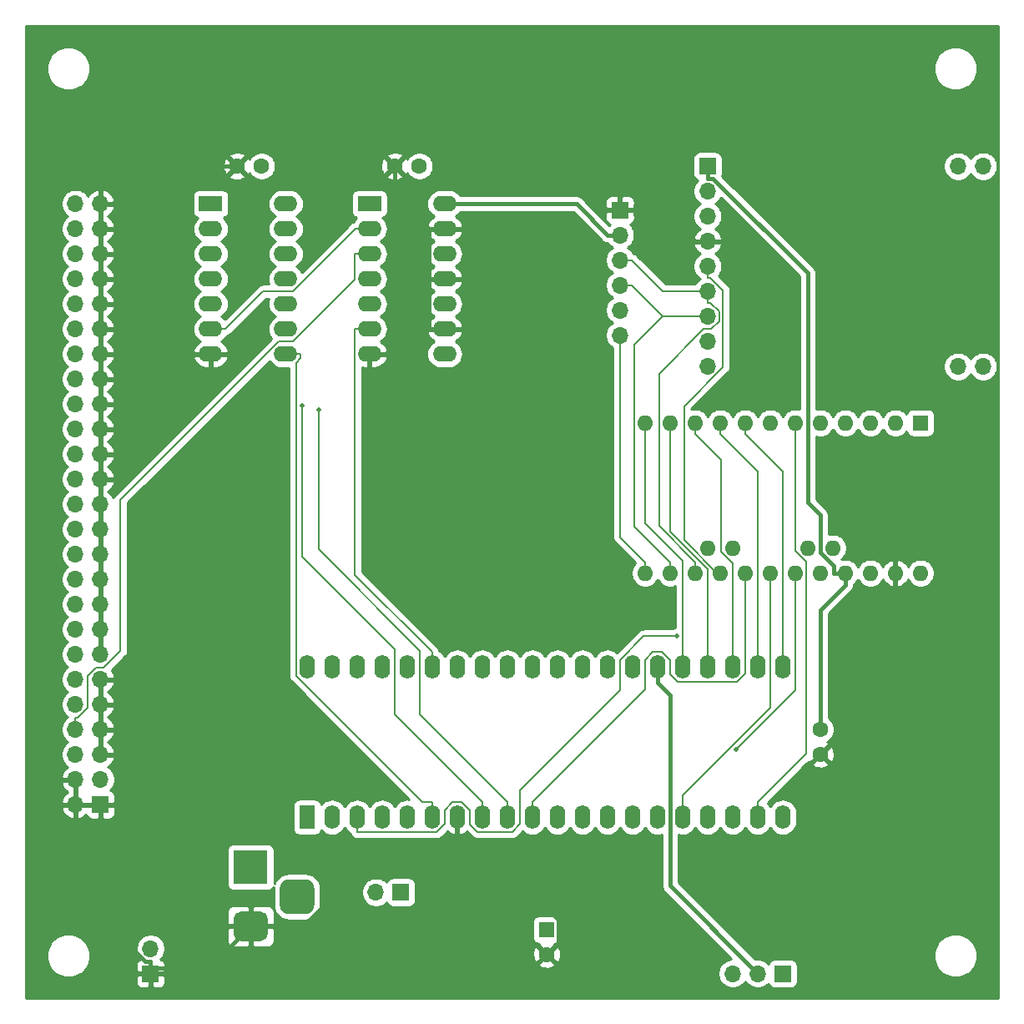
<source format=gbl>
G04 #@! TF.GenerationSoftware,KiCad,Pcbnew,(5.1.9)-1*
G04 #@! TF.CreationDate,2025-08-03T17:35:04+09:00*
G04 #@! TF.ProjectId,PASOPIA7_SD,5041534f-5049-4413-975f-53442e6b6963,rev?*
G04 #@! TF.SameCoordinates,PX53920b0PY93c3260*
G04 #@! TF.FileFunction,Copper,L2,Bot*
G04 #@! TF.FilePolarity,Positive*
%FSLAX46Y46*%
G04 Gerber Fmt 4.6, Leading zero omitted, Abs format (unit mm)*
G04 Created by KiCad (PCBNEW (5.1.9)-1) date 2025-08-03 17:35:04*
%MOMM*%
%LPD*%
G01*
G04 APERTURE LIST*
G04 #@! TA.AperFunction,ComponentPad*
%ADD10C,1.600000*%
G04 #@! TD*
G04 #@! TA.AperFunction,ComponentPad*
%ADD11R,1.600000X2.400000*%
G04 #@! TD*
G04 #@! TA.AperFunction,ComponentPad*
%ADD12O,1.600000X2.400000*%
G04 #@! TD*
G04 #@! TA.AperFunction,ComponentPad*
%ADD13R,1.600000X1.600000*%
G04 #@! TD*
G04 #@! TA.AperFunction,ComponentPad*
%ADD14O,1.700000X1.700000*%
G04 #@! TD*
G04 #@! TA.AperFunction,ComponentPad*
%ADD15R,1.700000X1.700000*%
G04 #@! TD*
G04 #@! TA.AperFunction,ComponentPad*
%ADD16R,2.400000X1.600000*%
G04 #@! TD*
G04 #@! TA.AperFunction,ComponentPad*
%ADD17O,2.400000X1.600000*%
G04 #@! TD*
G04 #@! TA.AperFunction,ComponentPad*
%ADD18O,1.600000X1.600000*%
G04 #@! TD*
G04 #@! TA.AperFunction,ComponentPad*
%ADD19R,3.500000X3.500000*%
G04 #@! TD*
G04 #@! TA.AperFunction,ViaPad*
%ADD20C,0.500000*%
G04 #@! TD*
G04 #@! TA.AperFunction,Conductor*
%ADD21C,0.400000*%
G04 #@! TD*
G04 #@! TA.AperFunction,Conductor*
%ADD22C,0.200000*%
G04 #@! TD*
G04 #@! TA.AperFunction,Conductor*
%ADD23C,0.254000*%
G04 #@! TD*
G04 #@! TA.AperFunction,Conductor*
%ADD24C,0.100000*%
G04 #@! TD*
G04 APERTURE END LIST*
D10*
X81280000Y27940000D03*
X81280000Y25440000D03*
D11*
X29210000Y19050000D03*
D12*
X77470000Y34290000D03*
X31750000Y19050000D03*
X74930000Y34290000D03*
X34290000Y19050000D03*
X72390000Y34290000D03*
X36830000Y19050000D03*
X69850000Y34290000D03*
X39370000Y19050000D03*
X67310000Y34290000D03*
X41910000Y19050000D03*
X64770000Y34290000D03*
X44450000Y19050000D03*
X62230000Y34290000D03*
X46990000Y19050000D03*
X59690000Y34290000D03*
X49530000Y19050000D03*
X57150000Y34290000D03*
X52070000Y19050000D03*
X54610000Y34290000D03*
X54610000Y19050000D03*
X52070000Y34290000D03*
X57150000Y19050000D03*
X49530000Y34290000D03*
X59690000Y19050000D03*
X46990000Y34290000D03*
X62230000Y19050000D03*
X44450000Y34290000D03*
X64770000Y19050000D03*
X41910000Y34290000D03*
X67310000Y19050000D03*
X39370000Y34290000D03*
X69850000Y19050000D03*
X36830000Y34290000D03*
X72390000Y19050000D03*
X34290000Y34290000D03*
X74930000Y19050000D03*
X31750000Y34290000D03*
X77470000Y19050000D03*
X29210000Y34290000D03*
D13*
X53521000Y7620000D03*
D10*
X53521000Y5120000D03*
X38100000Y85090000D03*
X40600000Y85090000D03*
X24598000Y85090000D03*
X22098000Y85090000D03*
D14*
X5715000Y81280000D03*
X8255000Y81280000D03*
X5715000Y78740000D03*
X8255000Y78740000D03*
X5715000Y76200000D03*
X8255000Y76200000D03*
X5715000Y73660000D03*
X8255000Y73660000D03*
X5715000Y71120000D03*
X8255000Y71120000D03*
X5715000Y68580000D03*
X8255000Y68580000D03*
X5715000Y66040000D03*
X8255000Y66040000D03*
X5715000Y63500000D03*
X8255000Y63500000D03*
X5715000Y60960000D03*
X8255000Y60960000D03*
X5715000Y58420000D03*
X8255000Y58420000D03*
X5715000Y55880000D03*
X8255000Y55880000D03*
X5715000Y53340000D03*
X8255000Y53340000D03*
X5715000Y50800000D03*
X8255000Y50800000D03*
X5715000Y48260000D03*
X8255000Y48260000D03*
X5715000Y45720000D03*
X8255000Y45720000D03*
X5715000Y43180000D03*
X8255000Y43180000D03*
X5715000Y40640000D03*
X8255000Y40640000D03*
X5715000Y38100000D03*
X8255000Y38100000D03*
X5715000Y35560000D03*
X8255000Y35560000D03*
X5715000Y33020000D03*
X8255000Y33020000D03*
X5715000Y30480000D03*
X8255000Y30480000D03*
X5715000Y27940000D03*
X8255000Y27940000D03*
X5715000Y25400000D03*
X8255000Y25400000D03*
X5715000Y22860000D03*
X8255000Y22860000D03*
X5715000Y20320000D03*
D15*
X8255000Y20320000D03*
D16*
X19431000Y81280000D03*
D17*
X27051000Y66040000D03*
X19431000Y78740000D03*
X27051000Y68580000D03*
X19431000Y76200000D03*
X27051000Y71120000D03*
X19431000Y73660000D03*
X27051000Y73660000D03*
X19431000Y71120000D03*
X27051000Y76200000D03*
X19431000Y68580000D03*
X27051000Y78740000D03*
X19431000Y66040000D03*
X27051000Y81280000D03*
D15*
X69850000Y85090000D03*
D14*
X69850000Y82550000D03*
X69850000Y80010000D03*
X69850000Y77470000D03*
X69850000Y74930000D03*
X69850000Y72390000D03*
X69850000Y69850000D03*
X69850000Y67310000D03*
X69850000Y64770000D03*
X97790000Y64770000D03*
X95250000Y64770000D03*
X97790000Y85090000D03*
X95250000Y85090000D03*
D13*
X91440000Y59055000D03*
D18*
X88900000Y59055000D03*
X86360000Y59055000D03*
X63500000Y43815000D03*
X83820000Y59055000D03*
X66040000Y43815000D03*
X81280000Y59055000D03*
X68580000Y43815000D03*
X78740000Y59055000D03*
X71120000Y43815000D03*
X76200000Y59055000D03*
X73660000Y43815000D03*
X73660000Y59055000D03*
X76200000Y43815000D03*
X71120000Y59055000D03*
X78740000Y43815000D03*
X68580000Y59055000D03*
X81280000Y43815000D03*
X66040000Y59055000D03*
X83820000Y43815000D03*
X63500000Y59055000D03*
X86360000Y43815000D03*
X88900000Y43815000D03*
X91440000Y43815000D03*
X82550000Y46355000D03*
X80010000Y46355000D03*
X72390000Y46355000D03*
X69850000Y46355000D03*
D15*
X60960000Y80645000D03*
D14*
X60960000Y78105000D03*
X60960000Y75565000D03*
X60960000Y73025000D03*
X60960000Y70485000D03*
X60960000Y67945000D03*
D15*
X38735000Y11430000D03*
D14*
X36195000Y11430000D03*
D16*
X35560000Y81280000D03*
D17*
X43180000Y66040000D03*
X35560000Y78740000D03*
X43180000Y68580000D03*
X35560000Y76200000D03*
X43180000Y71120000D03*
X35560000Y73660000D03*
X43180000Y73660000D03*
X35560000Y71120000D03*
X43180000Y76200000D03*
X35560000Y68580000D03*
X43180000Y78740000D03*
X35560000Y66040000D03*
X43180000Y81280000D03*
D19*
X23495000Y13970000D03*
G04 #@! TA.AperFunction,ComponentPad*
G36*
G01*
X24495000Y6470000D02*
X22495000Y6470000D01*
G75*
G02*
X21745000Y7220000I0J750000D01*
G01*
X21745000Y8720000D01*
G75*
G02*
X22495000Y9470000I750000J0D01*
G01*
X24495000Y9470000D01*
G75*
G02*
X25245000Y8720000I0J-750000D01*
G01*
X25245000Y7220000D01*
G75*
G02*
X24495000Y6470000I-750000J0D01*
G01*
G37*
G04 #@! TD.AperFunction*
G04 #@! TA.AperFunction,ComponentPad*
G36*
G01*
X29070000Y9220000D02*
X27320000Y9220000D01*
G75*
G02*
X26445000Y10095000I0J875000D01*
G01*
X26445000Y11845000D01*
G75*
G02*
X27320000Y12720000I875000J0D01*
G01*
X29070000Y12720000D01*
G75*
G02*
X29945000Y11845000I0J-875000D01*
G01*
X29945000Y10095000D01*
G75*
G02*
X29070000Y9220000I-875000J0D01*
G01*
G37*
G04 #@! TD.AperFunction*
D15*
X77470000Y3175000D03*
D14*
X74930000Y3175000D03*
X72390000Y3175000D03*
D15*
X13335000Y3175000D03*
D14*
X13335000Y5715000D03*
D20*
X30365000Y60369500D03*
X28705000Y60777500D03*
X66714000Y37414000D03*
X72701000Y25899000D03*
D21*
X81280000Y27940000D02*
X81280000Y40075000D01*
X81280000Y40075000D02*
X83820000Y42615000D01*
X83820000Y42615000D02*
X83820000Y43815000D01*
X64770000Y34290000D02*
X64770000Y32690000D01*
X64770000Y32690000D02*
X66020000Y31439000D01*
X43180000Y81280000D02*
X56535000Y81280000D01*
X56535000Y81280000D02*
X59710000Y78105000D01*
X59710000Y78105000D02*
X60960000Y78105000D01*
X69850000Y85090000D02*
X69850000Y83839700D01*
X69850000Y83839700D02*
X70397000Y83839700D01*
X70397000Y83839700D02*
X80010000Y74226700D01*
X80010000Y74226700D02*
X80010000Y50935000D01*
X80010000Y50935000D02*
X81280000Y49665000D01*
X81280000Y49665000D02*
X81280000Y45919000D01*
X81280000Y45919000D02*
X82620000Y44580000D01*
X82620000Y44580000D02*
X82620000Y43815000D01*
X82620000Y43815000D02*
X83820000Y43815000D01*
X66020000Y12085000D02*
X74930000Y3175000D01*
X66020000Y31439000D02*
X66020000Y12085000D01*
X44450000Y16679700D02*
X46694400Y16679700D01*
X46694400Y16679700D02*
X54739400Y8634700D01*
X54739400Y8634700D02*
X54739400Y6338400D01*
X54739400Y6338400D02*
X53521000Y5120000D01*
X23495000Y7970000D02*
X28768700Y7970000D01*
X28768700Y7970000D02*
X37478400Y16679700D01*
X37478400Y16679700D02*
X44450000Y16679700D01*
X44450000Y16679700D02*
X44450000Y17449700D01*
X13335000Y3773200D02*
X19298200Y3773200D01*
X19298200Y3773200D02*
X23495000Y7970000D01*
X44450000Y19050000D02*
X44450000Y17449700D01*
X13335000Y3773200D02*
X13335000Y4425000D01*
X13335000Y4425000D02*
X12788000Y4425000D01*
X12788000Y4425000D02*
X8255000Y8958000D01*
X8255000Y8958000D02*
X8255000Y20320000D01*
X13335000Y3175000D02*
X13335000Y3773200D01*
X5715000Y20320000D02*
X5715000Y22860000D01*
X8255000Y25400000D02*
X8255000Y27940000D01*
X8255000Y30480000D02*
X8255000Y33020000D01*
X8255000Y35560000D02*
X8255000Y38100000D01*
X8255000Y38100000D02*
X8255000Y40640000D01*
X8255000Y40640000D02*
X8255000Y43180000D01*
X8255000Y43180000D02*
X8255000Y45720000D01*
X8255000Y50800000D02*
X8255000Y53340000D01*
X8255000Y53340000D02*
X8255000Y55880000D01*
X8255000Y55880000D02*
X8255000Y58420000D01*
X8255000Y58420000D02*
X8255000Y60960000D01*
X8255000Y60960000D02*
X8255000Y63500000D01*
X8255000Y63500000D02*
X8255000Y66040000D01*
X8255000Y66040000D02*
X8255000Y68580000D01*
X8255000Y68580000D02*
X8255000Y71120000D01*
X8255000Y71120000D02*
X8255000Y73660000D01*
X8255000Y73660000D02*
X8255000Y76200000D01*
X8255000Y76200000D02*
X8255000Y78740000D01*
X60960000Y80645000D02*
X65425000Y80645000D01*
X65425000Y80645000D02*
X68600000Y77470000D01*
X68600000Y77470000D02*
X69850000Y77470000D01*
X81280000Y25440000D02*
X88900000Y33060000D01*
X88900000Y33060000D02*
X88900000Y43815000D01*
X8255000Y78740000D02*
X8255000Y81280000D01*
X8255000Y81280000D02*
X9505300Y81280000D01*
X9505300Y81280000D02*
X13315000Y85090000D01*
X13315000Y85090000D02*
X22098000Y85090000D01*
X43180000Y68580000D02*
X41580000Y68580000D01*
X35560000Y66040000D02*
X37160000Y66040000D01*
X37160000Y66040000D02*
X39700000Y68580000D01*
X39700000Y68580000D02*
X41580000Y68580000D01*
X43180000Y73660000D02*
X41580000Y73660000D01*
X41580000Y68580000D02*
X41580000Y73660000D01*
X41580000Y78740000D02*
X41580000Y73660000D01*
X43180000Y78740000D02*
X41580000Y78740000D01*
X41580000Y78740000D02*
X38100000Y82219700D01*
X38100000Y82219700D02*
X38100000Y85090000D01*
X8255000Y50800000D02*
X8255000Y48260000D01*
X8255000Y45720000D02*
X8255000Y48260000D01*
D22*
X35560000Y78740000D02*
X34060000Y78740000D01*
X34060000Y78740000D02*
X34060000Y78646200D01*
X34060000Y78646200D02*
X27804000Y72390000D01*
X27804000Y72390000D02*
X24741000Y72390000D01*
X24741000Y72390000D02*
X20931000Y68580000D01*
X20931000Y68580000D02*
X19431000Y68580000D01*
X35560000Y68580000D02*
X34060000Y68580000D01*
X34060000Y68580000D02*
X34060000Y43641000D01*
X34060000Y43641000D02*
X41910000Y35790000D01*
X41910000Y35790000D02*
X41910000Y34290000D01*
X27051000Y66040000D02*
X28551000Y66040000D01*
X28551000Y66040000D02*
X28551000Y65584200D01*
X28551000Y65584200D02*
X28082000Y65115400D01*
X28082000Y65115400D02*
X28082000Y33400000D01*
X28082000Y33400000D02*
X40932000Y20550000D01*
X40932000Y20550000D02*
X41910000Y20550000D01*
X41910000Y20550000D02*
X41910000Y19050000D01*
X69850000Y74930000D02*
X69850000Y73779700D01*
X69850000Y73779700D02*
X70138000Y73779700D01*
X70138000Y73779700D02*
X71407000Y72510200D01*
X71407000Y72510200D02*
X71407000Y64690300D01*
X71407000Y64690300D02*
X67453000Y60736600D01*
X67453000Y60736600D02*
X67453000Y47190000D01*
X67453000Y47190000D02*
X70828000Y43815000D01*
X70828000Y43815000D02*
X71120000Y43815000D01*
X60960000Y75565000D02*
X62110000Y75565000D01*
X62110000Y75565000D02*
X65285000Y72390000D01*
X65285000Y72390000D02*
X69850000Y72390000D01*
X68580000Y43815000D02*
X68580000Y44915000D01*
X68580000Y44915000D02*
X64904000Y48592000D01*
X64904000Y48592000D02*
X64904000Y64028100D01*
X64904000Y64028100D02*
X69456000Y68580000D01*
X69456000Y68580000D02*
X70212000Y68580000D01*
X70212000Y68580000D02*
X71007000Y69375000D01*
X71007000Y69375000D02*
X71007000Y70370600D01*
X71007000Y70370600D02*
X70138000Y71239700D01*
X70138000Y71239700D02*
X69850000Y71239700D01*
X69850000Y71239700D02*
X69850000Y72390000D01*
X65285000Y69850000D02*
X62399000Y66963700D01*
X62399000Y66963700D02*
X62399000Y48556000D01*
X62399000Y48556000D02*
X66040000Y44915000D01*
X66040000Y44915000D02*
X66040000Y43815000D01*
X60960000Y73025000D02*
X62110000Y73025000D01*
X62110000Y73025000D02*
X65285000Y69850000D01*
X65285000Y69850000D02*
X69850000Y69850000D01*
X60960000Y67945000D02*
X60960000Y47455000D01*
X60960000Y47455000D02*
X63500000Y44915000D01*
X63500000Y44915000D02*
X63500000Y43815000D01*
X35560000Y76200000D02*
X34060000Y76200000D01*
X34060000Y76200000D02*
X34060000Y73601100D01*
X34060000Y73601100D02*
X27769000Y67310000D01*
X27769000Y67310000D02*
X26350000Y67310000D01*
X26350000Y67310000D02*
X10289100Y51249000D01*
X10289100Y51249000D02*
X10289100Y35904000D01*
X10289100Y35904000D02*
X8555600Y34170000D01*
X8555600Y34170000D02*
X7770200Y34170000D01*
X7770200Y34170000D02*
X6985000Y33385000D01*
X6985000Y33385000D02*
X6985000Y30122000D01*
X6985000Y30122000D02*
X5953300Y29090000D01*
X5953300Y29090000D02*
X5715000Y29090000D01*
X5715000Y29090000D02*
X5715000Y27940000D01*
X49530000Y19050000D02*
X49530000Y20550000D01*
X49530000Y20550000D02*
X40640000Y29440000D01*
X40640000Y29440000D02*
X40640000Y35936000D01*
X40640000Y35936000D02*
X30365000Y46211000D01*
X30365000Y46211000D02*
X30365000Y60369500D01*
X28705000Y60777500D02*
X28705000Y45497000D01*
X28705000Y45497000D02*
X38100000Y36102000D01*
X38100000Y36102000D02*
X38100000Y29440000D01*
X38100000Y29440000D02*
X46990000Y20550000D01*
X46990000Y20550000D02*
X46990000Y19050000D01*
X73660000Y59055000D02*
X73660000Y57954700D01*
X73660000Y57954700D02*
X77470000Y54145000D01*
X77470000Y54145000D02*
X77470000Y34290000D01*
X71120000Y59055000D02*
X71120000Y57954700D01*
X71120000Y57954700D02*
X74930000Y54145000D01*
X74930000Y54145000D02*
X74930000Y34290000D01*
X66714000Y37414000D02*
X63364000Y37414000D01*
X63364000Y37414000D02*
X60960000Y35010000D01*
X60960000Y35010000D02*
X60960000Y31913000D01*
X60960000Y31913000D02*
X50800000Y21753000D01*
X50800000Y21753000D02*
X50800000Y18338000D01*
X50800000Y18338000D02*
X50012000Y17550000D01*
X50012000Y17550000D02*
X46492000Y17550000D01*
X46492000Y17550000D02*
X45720000Y18321000D01*
X45720000Y18321000D02*
X45720000Y19737000D01*
X45720000Y19737000D02*
X44906000Y20550000D01*
X44906000Y20550000D02*
X43967000Y20550000D01*
X43967000Y20550000D02*
X43180000Y19763000D01*
X43180000Y19763000D02*
X43180000Y18363000D01*
X43180000Y18363000D02*
X42366000Y17550000D01*
X42366000Y17550000D02*
X34290000Y17550000D01*
X34290000Y17550000D02*
X34290000Y19050000D01*
X68580000Y59055000D02*
X68580000Y57954700D01*
X68580000Y57954700D02*
X71237000Y55298000D01*
X71237000Y55298000D02*
X71237000Y45940000D01*
X71237000Y45940000D02*
X72390000Y44787000D01*
X72390000Y44787000D02*
X72390000Y34290000D01*
X78740000Y43815000D02*
X78740000Y31938000D01*
X78740000Y31938000D02*
X72701000Y25899000D01*
X66040000Y59055000D02*
X66040000Y48037000D01*
X66040000Y48037000D02*
X69850000Y44227000D01*
X69850000Y44227000D02*
X69850000Y34290000D01*
X63500000Y59055000D02*
X63500000Y48879000D01*
X63500000Y48879000D02*
X67310000Y45069000D01*
X67310000Y45069000D02*
X67310000Y34290000D01*
X73660000Y43815000D02*
X73660000Y33602000D01*
X73660000Y33602000D02*
X72824000Y32766000D01*
X72824000Y32766000D02*
X66835000Y32766000D01*
X66835000Y32766000D02*
X66040000Y33561000D01*
X66040000Y33561000D02*
X66040000Y34989000D01*
X66040000Y34989000D02*
X65235000Y35794000D01*
X65235000Y35794000D02*
X64300000Y35794000D01*
X64300000Y35794000D02*
X63500000Y34994000D01*
X63500000Y34994000D02*
X63500000Y31980000D01*
X63500000Y31980000D02*
X52070000Y20550000D01*
X52070000Y20550000D02*
X52070000Y19050000D01*
X67310000Y19050000D02*
X67310000Y21286000D01*
X67310000Y21286000D02*
X76200000Y30176000D01*
X76200000Y30176000D02*
X76200000Y43815000D01*
X78740000Y59055000D02*
X78740000Y46057000D01*
X78740000Y46057000D02*
X79840000Y44956000D01*
X79840000Y44956000D02*
X79840000Y25461000D01*
X79840000Y25461000D02*
X74930000Y20550000D01*
X74930000Y20550000D02*
X74930000Y19050000D01*
D23*
X99340000Y660000D02*
X660000Y660000D01*
X660000Y2325000D01*
X11846928Y2325000D01*
X11859188Y2200518D01*
X11895498Y2080820D01*
X11954463Y1970506D01*
X12033815Y1873815D01*
X12130506Y1794463D01*
X12240820Y1735498D01*
X12360518Y1699188D01*
X12485000Y1686928D01*
X13049250Y1690000D01*
X13208000Y1848750D01*
X13208000Y3048000D01*
X13462000Y3048000D01*
X13462000Y1848750D01*
X13620750Y1690000D01*
X14185000Y1686928D01*
X14309482Y1699188D01*
X14429180Y1735498D01*
X14539494Y1794463D01*
X14636185Y1873815D01*
X14715537Y1970506D01*
X14774502Y2080820D01*
X14810812Y2200518D01*
X14823072Y2325000D01*
X14820000Y2889250D01*
X14661250Y3048000D01*
X13462000Y3048000D01*
X13208000Y3048000D01*
X12008750Y3048000D01*
X11850000Y2889250D01*
X11846928Y2325000D01*
X660000Y2325000D01*
X660000Y5220128D01*
X2765000Y5220128D01*
X2765000Y4779872D01*
X2850890Y4348075D01*
X3019369Y3941331D01*
X3263962Y3575271D01*
X3575271Y3263962D01*
X3941331Y3019369D01*
X4348075Y2850890D01*
X4779872Y2765000D01*
X5220128Y2765000D01*
X5651925Y2850890D01*
X6058669Y3019369D01*
X6424729Y3263962D01*
X6736038Y3575271D01*
X6980631Y3941331D01*
X7015287Y4025000D01*
X11846928Y4025000D01*
X11850000Y3460750D01*
X12008750Y3302000D01*
X13208000Y3302000D01*
X13208000Y3322000D01*
X13462000Y3322000D01*
X13462000Y3302000D01*
X14661250Y3302000D01*
X14820000Y3460750D01*
X14823072Y4025000D01*
X14812997Y4127298D01*
X52707903Y4127298D01*
X52779486Y3883329D01*
X53034996Y3762429D01*
X53309184Y3693700D01*
X53591512Y3679783D01*
X53871130Y3721213D01*
X54137292Y3816397D01*
X54262514Y3883329D01*
X54334097Y4127298D01*
X53521000Y4940395D01*
X52707903Y4127298D01*
X14812997Y4127298D01*
X14810812Y4149482D01*
X14774502Y4269180D01*
X14715537Y4379494D01*
X14636185Y4476185D01*
X14539494Y4555537D01*
X14429180Y4614502D01*
X14356620Y4636513D01*
X14488475Y4768368D01*
X14650990Y5011589D01*
X14666688Y5049488D01*
X52080783Y5049488D01*
X52122213Y4769870D01*
X52217397Y4503708D01*
X52284329Y4378486D01*
X52528298Y4306903D01*
X53341395Y5120000D01*
X53700605Y5120000D01*
X54513702Y4306903D01*
X54757671Y4378486D01*
X54878571Y4633996D01*
X54947300Y4908184D01*
X54961217Y5190512D01*
X54919787Y5470130D01*
X54824603Y5736292D01*
X54757671Y5861514D01*
X54513702Y5933097D01*
X53700605Y5120000D01*
X53341395Y5120000D01*
X52528298Y5933097D01*
X52284329Y5861514D01*
X52163429Y5606004D01*
X52094700Y5331816D01*
X52080783Y5049488D01*
X14666688Y5049488D01*
X14762932Y5281842D01*
X14820000Y5568740D01*
X14820000Y5861260D01*
X14762932Y6148158D01*
X14650990Y6418411D01*
X14616520Y6470000D01*
X21106928Y6470000D01*
X21119188Y6345518D01*
X21155498Y6225820D01*
X21214463Y6115506D01*
X21293815Y6018815D01*
X21390506Y5939463D01*
X21500820Y5880498D01*
X21620518Y5844188D01*
X21745000Y5831928D01*
X23209250Y5835000D01*
X23368000Y5993750D01*
X23368000Y7843000D01*
X23622000Y7843000D01*
X23622000Y5993750D01*
X23780750Y5835000D01*
X25245000Y5831928D01*
X25369482Y5844188D01*
X25489180Y5880498D01*
X25599494Y5939463D01*
X25696185Y6018815D01*
X25775537Y6115506D01*
X25834502Y6225820D01*
X25870812Y6345518D01*
X25883072Y6470000D01*
X25880000Y7684250D01*
X25721250Y7843000D01*
X23622000Y7843000D01*
X23368000Y7843000D01*
X21268750Y7843000D01*
X21110000Y7684250D01*
X21106928Y6470000D01*
X14616520Y6470000D01*
X14488475Y6661632D01*
X14281632Y6868475D01*
X14038411Y7030990D01*
X13768158Y7142932D01*
X13481260Y7200000D01*
X13188740Y7200000D01*
X12901842Y7142932D01*
X12631589Y7030990D01*
X12388368Y6868475D01*
X12181525Y6661632D01*
X12019010Y6418411D01*
X11907068Y6148158D01*
X11850000Y5861260D01*
X11850000Y5568740D01*
X11907068Y5281842D01*
X12019010Y5011589D01*
X12181525Y4768368D01*
X12313380Y4636513D01*
X12240820Y4614502D01*
X12130506Y4555537D01*
X12033815Y4476185D01*
X11954463Y4379494D01*
X11895498Y4269180D01*
X11859188Y4149482D01*
X11846928Y4025000D01*
X7015287Y4025000D01*
X7149110Y4348075D01*
X7235000Y4779872D01*
X7235000Y5220128D01*
X7149110Y5651925D01*
X6980631Y6058669D01*
X6736038Y6424729D01*
X6424729Y6736038D01*
X6058669Y6980631D01*
X5651925Y7149110D01*
X5220128Y7235000D01*
X4779872Y7235000D01*
X4348075Y7149110D01*
X3941331Y6980631D01*
X3575271Y6736038D01*
X3263962Y6424729D01*
X3019369Y6058669D01*
X2850890Y5651925D01*
X2765000Y5220128D01*
X660000Y5220128D01*
X660000Y9470000D01*
X21106928Y9470000D01*
X21110000Y8255750D01*
X21268750Y8097000D01*
X23368000Y8097000D01*
X23368000Y9946250D01*
X23622000Y9946250D01*
X23622000Y8097000D01*
X25721250Y8097000D01*
X25880000Y8255750D01*
X25880415Y8420000D01*
X52082928Y8420000D01*
X52082928Y6820000D01*
X52095188Y6695518D01*
X52131498Y6575820D01*
X52190463Y6465506D01*
X52269815Y6368815D01*
X52366506Y6289463D01*
X52476820Y6230498D01*
X52596518Y6194188D01*
X52721000Y6181928D01*
X52728215Y6181928D01*
X52707903Y6112702D01*
X53521000Y5299605D01*
X54334097Y6112702D01*
X54313785Y6181928D01*
X54321000Y6181928D01*
X54445482Y6194188D01*
X54565180Y6230498D01*
X54675494Y6289463D01*
X54772185Y6368815D01*
X54851537Y6465506D01*
X54910502Y6575820D01*
X54946812Y6695518D01*
X54959072Y6820000D01*
X54959072Y8420000D01*
X54946812Y8544482D01*
X54910502Y8664180D01*
X54851537Y8774494D01*
X54772185Y8871185D01*
X54675494Y8950537D01*
X54565180Y9009502D01*
X54445482Y9045812D01*
X54321000Y9058072D01*
X52721000Y9058072D01*
X52596518Y9045812D01*
X52476820Y9009502D01*
X52366506Y8950537D01*
X52269815Y8871185D01*
X52190463Y8774494D01*
X52131498Y8664180D01*
X52095188Y8544482D01*
X52082928Y8420000D01*
X25880415Y8420000D01*
X25883072Y9470000D01*
X25870812Y9594482D01*
X25834502Y9714180D01*
X25775537Y9824494D01*
X25696185Y9921185D01*
X25599494Y10000537D01*
X25489180Y10059502D01*
X25369482Y10095812D01*
X25245000Y10108072D01*
X23780750Y10105000D01*
X23622000Y9946250D01*
X23368000Y9946250D01*
X23209250Y10105000D01*
X21745000Y10108072D01*
X21620518Y10095812D01*
X21500820Y10059502D01*
X21390506Y10000537D01*
X21293815Y9921185D01*
X21214463Y9824494D01*
X21155498Y9714180D01*
X21119188Y9594482D01*
X21106928Y9470000D01*
X660000Y9470000D01*
X660000Y15720000D01*
X21106928Y15720000D01*
X21106928Y12220000D01*
X21119188Y12095518D01*
X21155498Y11975820D01*
X21214463Y11865506D01*
X21293815Y11768815D01*
X21390506Y11689463D01*
X21500820Y11630498D01*
X21620518Y11594188D01*
X21745000Y11581928D01*
X25245000Y11581928D01*
X25369482Y11594188D01*
X25489180Y11630498D01*
X25599494Y11689463D01*
X25696185Y11768815D01*
X25775537Y11865506D01*
X25816494Y11942131D01*
X25806928Y11845000D01*
X25806928Y10095000D01*
X25836001Y9799814D01*
X25922104Y9515972D01*
X26061927Y9254382D01*
X26250097Y9025097D01*
X26479382Y8836927D01*
X26740972Y8697104D01*
X27024814Y8611001D01*
X27320000Y8581928D01*
X29070000Y8581928D01*
X29365186Y8611001D01*
X29649028Y8697104D01*
X29910618Y8836927D01*
X30139903Y9025097D01*
X30328073Y9254382D01*
X30467896Y9515972D01*
X30553999Y9799814D01*
X30583072Y10095000D01*
X30583072Y11576260D01*
X34710000Y11576260D01*
X34710000Y11283740D01*
X34767068Y10996842D01*
X34879010Y10726589D01*
X35041525Y10483368D01*
X35248368Y10276525D01*
X35491589Y10114010D01*
X35761842Y10002068D01*
X36048740Y9945000D01*
X36341260Y9945000D01*
X36628158Y10002068D01*
X36898411Y10114010D01*
X37141632Y10276525D01*
X37273487Y10408380D01*
X37295498Y10335820D01*
X37354463Y10225506D01*
X37433815Y10128815D01*
X37530506Y10049463D01*
X37640820Y9990498D01*
X37760518Y9954188D01*
X37885000Y9941928D01*
X39585000Y9941928D01*
X39709482Y9954188D01*
X39829180Y9990498D01*
X39939494Y10049463D01*
X40036185Y10128815D01*
X40115537Y10225506D01*
X40174502Y10335820D01*
X40210812Y10455518D01*
X40223072Y10580000D01*
X40223072Y12280000D01*
X40210812Y12404482D01*
X40174502Y12524180D01*
X40115537Y12634494D01*
X40036185Y12731185D01*
X39939494Y12810537D01*
X39829180Y12869502D01*
X39709482Y12905812D01*
X39585000Y12918072D01*
X37885000Y12918072D01*
X37760518Y12905812D01*
X37640820Y12869502D01*
X37530506Y12810537D01*
X37433815Y12731185D01*
X37354463Y12634494D01*
X37295498Y12524180D01*
X37273487Y12451620D01*
X37141632Y12583475D01*
X36898411Y12745990D01*
X36628158Y12857932D01*
X36341260Y12915000D01*
X36048740Y12915000D01*
X35761842Y12857932D01*
X35491589Y12745990D01*
X35248368Y12583475D01*
X35041525Y12376632D01*
X34879010Y12133411D01*
X34767068Y11863158D01*
X34710000Y11576260D01*
X30583072Y11576260D01*
X30583072Y11845000D01*
X30553999Y12140186D01*
X30467896Y12424028D01*
X30328073Y12685618D01*
X30139903Y12914903D01*
X29910618Y13103073D01*
X29649028Y13242896D01*
X29365186Y13328999D01*
X29070000Y13358072D01*
X27320000Y13358072D01*
X27024814Y13328999D01*
X26740972Y13242896D01*
X26479382Y13103073D01*
X26250097Y12914903D01*
X26061927Y12685618D01*
X25922104Y12424028D01*
X25883072Y12295357D01*
X25883072Y15720000D01*
X25870812Y15844482D01*
X25834502Y15964180D01*
X25775537Y16074494D01*
X25696185Y16171185D01*
X25599494Y16250537D01*
X25489180Y16309502D01*
X25369482Y16345812D01*
X25245000Y16358072D01*
X21745000Y16358072D01*
X21620518Y16345812D01*
X21500820Y16309502D01*
X21390506Y16250537D01*
X21293815Y16171185D01*
X21214463Y16074494D01*
X21155498Y15964180D01*
X21119188Y15844482D01*
X21106928Y15720000D01*
X660000Y15720000D01*
X660000Y19963110D01*
X4273524Y19963110D01*
X4318175Y19815901D01*
X4443359Y19553080D01*
X4617412Y19319731D01*
X4833645Y19124822D01*
X5083748Y18975843D01*
X5358109Y18878519D01*
X5588000Y18999186D01*
X5588000Y20193000D01*
X5842000Y20193000D01*
X5842000Y18999186D01*
X6071891Y18878519D01*
X6346252Y18975843D01*
X6596355Y19124822D01*
X6792502Y19301626D01*
X6815498Y19225820D01*
X6874463Y19115506D01*
X6953815Y19018815D01*
X7050506Y18939463D01*
X7160820Y18880498D01*
X7280518Y18844188D01*
X7405000Y18831928D01*
X7969250Y18835000D01*
X8128000Y18993750D01*
X8128000Y20193000D01*
X8382000Y20193000D01*
X8382000Y18993750D01*
X8540750Y18835000D01*
X9105000Y18831928D01*
X9229482Y18844188D01*
X9349180Y18880498D01*
X9459494Y18939463D01*
X9556185Y19018815D01*
X9635537Y19115506D01*
X9694502Y19225820D01*
X9730812Y19345518D01*
X9743072Y19470000D01*
X9740000Y20034250D01*
X9581250Y20193000D01*
X8382000Y20193000D01*
X8128000Y20193000D01*
X5842000Y20193000D01*
X5588000Y20193000D01*
X4394845Y20193000D01*
X4273524Y19963110D01*
X660000Y19963110D01*
X660000Y22503110D01*
X4273524Y22503110D01*
X4318175Y22355901D01*
X4443359Y22093080D01*
X4617412Y21859731D01*
X4833645Y21664822D01*
X4959255Y21590000D01*
X4833645Y21515178D01*
X4617412Y21320269D01*
X4443359Y21086920D01*
X4318175Y20824099D01*
X4273524Y20676890D01*
X4394845Y20447000D01*
X5588000Y20447000D01*
X5588000Y22733000D01*
X4394845Y22733000D01*
X4273524Y22503110D01*
X660000Y22503110D01*
X660000Y81426260D01*
X4230000Y81426260D01*
X4230000Y81133740D01*
X4287068Y80846842D01*
X4399010Y80576589D01*
X4561525Y80333368D01*
X4768368Y80126525D01*
X4942760Y80010000D01*
X4768368Y79893475D01*
X4561525Y79686632D01*
X4399010Y79443411D01*
X4287068Y79173158D01*
X4230000Y78886260D01*
X4230000Y78593740D01*
X4287068Y78306842D01*
X4399010Y78036589D01*
X4561525Y77793368D01*
X4768368Y77586525D01*
X4942760Y77470000D01*
X4768368Y77353475D01*
X4561525Y77146632D01*
X4399010Y76903411D01*
X4287068Y76633158D01*
X4230000Y76346260D01*
X4230000Y76053740D01*
X4287068Y75766842D01*
X4399010Y75496589D01*
X4561525Y75253368D01*
X4768368Y75046525D01*
X4942760Y74930000D01*
X4768368Y74813475D01*
X4561525Y74606632D01*
X4399010Y74363411D01*
X4287068Y74093158D01*
X4230000Y73806260D01*
X4230000Y73513740D01*
X4287068Y73226842D01*
X4399010Y72956589D01*
X4561525Y72713368D01*
X4768368Y72506525D01*
X4942760Y72390000D01*
X4768368Y72273475D01*
X4561525Y72066632D01*
X4399010Y71823411D01*
X4287068Y71553158D01*
X4230000Y71266260D01*
X4230000Y70973740D01*
X4287068Y70686842D01*
X4399010Y70416589D01*
X4561525Y70173368D01*
X4768368Y69966525D01*
X4942760Y69850000D01*
X4768368Y69733475D01*
X4561525Y69526632D01*
X4399010Y69283411D01*
X4287068Y69013158D01*
X4230000Y68726260D01*
X4230000Y68433740D01*
X4287068Y68146842D01*
X4399010Y67876589D01*
X4561525Y67633368D01*
X4768368Y67426525D01*
X4942760Y67310000D01*
X4768368Y67193475D01*
X4561525Y66986632D01*
X4399010Y66743411D01*
X4287068Y66473158D01*
X4230000Y66186260D01*
X4230000Y65893740D01*
X4287068Y65606842D01*
X4399010Y65336589D01*
X4561525Y65093368D01*
X4768368Y64886525D01*
X4942760Y64770000D01*
X4768368Y64653475D01*
X4561525Y64446632D01*
X4399010Y64203411D01*
X4287068Y63933158D01*
X4230000Y63646260D01*
X4230000Y63353740D01*
X4287068Y63066842D01*
X4399010Y62796589D01*
X4561525Y62553368D01*
X4768368Y62346525D01*
X4942760Y62230000D01*
X4768368Y62113475D01*
X4561525Y61906632D01*
X4399010Y61663411D01*
X4287068Y61393158D01*
X4230000Y61106260D01*
X4230000Y60813740D01*
X4287068Y60526842D01*
X4399010Y60256589D01*
X4561525Y60013368D01*
X4768368Y59806525D01*
X4942760Y59690000D01*
X4768368Y59573475D01*
X4561525Y59366632D01*
X4399010Y59123411D01*
X4287068Y58853158D01*
X4230000Y58566260D01*
X4230000Y58273740D01*
X4287068Y57986842D01*
X4399010Y57716589D01*
X4561525Y57473368D01*
X4768368Y57266525D01*
X4942760Y57150000D01*
X4768368Y57033475D01*
X4561525Y56826632D01*
X4399010Y56583411D01*
X4287068Y56313158D01*
X4230000Y56026260D01*
X4230000Y55733740D01*
X4287068Y55446842D01*
X4399010Y55176589D01*
X4561525Y54933368D01*
X4768368Y54726525D01*
X4942760Y54610000D01*
X4768368Y54493475D01*
X4561525Y54286632D01*
X4399010Y54043411D01*
X4287068Y53773158D01*
X4230000Y53486260D01*
X4230000Y53193740D01*
X4287068Y52906842D01*
X4399010Y52636589D01*
X4561525Y52393368D01*
X4768368Y52186525D01*
X4942760Y52070000D01*
X4768368Y51953475D01*
X4561525Y51746632D01*
X4399010Y51503411D01*
X4287068Y51233158D01*
X4230000Y50946260D01*
X4230000Y50653740D01*
X4287068Y50366842D01*
X4399010Y50096589D01*
X4561525Y49853368D01*
X4768368Y49646525D01*
X4942760Y49530000D01*
X4768368Y49413475D01*
X4561525Y49206632D01*
X4399010Y48963411D01*
X4287068Y48693158D01*
X4230000Y48406260D01*
X4230000Y48113740D01*
X4287068Y47826842D01*
X4399010Y47556589D01*
X4561525Y47313368D01*
X4768368Y47106525D01*
X4942760Y46990000D01*
X4768368Y46873475D01*
X4561525Y46666632D01*
X4399010Y46423411D01*
X4287068Y46153158D01*
X4230000Y45866260D01*
X4230000Y45573740D01*
X4287068Y45286842D01*
X4399010Y45016589D01*
X4561525Y44773368D01*
X4768368Y44566525D01*
X4942760Y44450000D01*
X4768368Y44333475D01*
X4561525Y44126632D01*
X4399010Y43883411D01*
X4287068Y43613158D01*
X4230000Y43326260D01*
X4230000Y43033740D01*
X4287068Y42746842D01*
X4399010Y42476589D01*
X4561525Y42233368D01*
X4768368Y42026525D01*
X4942760Y41910000D01*
X4768368Y41793475D01*
X4561525Y41586632D01*
X4399010Y41343411D01*
X4287068Y41073158D01*
X4230000Y40786260D01*
X4230000Y40493740D01*
X4287068Y40206842D01*
X4399010Y39936589D01*
X4561525Y39693368D01*
X4768368Y39486525D01*
X4942760Y39370000D01*
X4768368Y39253475D01*
X4561525Y39046632D01*
X4399010Y38803411D01*
X4287068Y38533158D01*
X4230000Y38246260D01*
X4230000Y37953740D01*
X4287068Y37666842D01*
X4399010Y37396589D01*
X4561525Y37153368D01*
X4768368Y36946525D01*
X4942760Y36830000D01*
X4768368Y36713475D01*
X4561525Y36506632D01*
X4399010Y36263411D01*
X4287068Y35993158D01*
X4230000Y35706260D01*
X4230000Y35413740D01*
X4287068Y35126842D01*
X4399010Y34856589D01*
X4561525Y34613368D01*
X4768368Y34406525D01*
X4942760Y34290000D01*
X4768368Y34173475D01*
X4561525Y33966632D01*
X4399010Y33723411D01*
X4287068Y33453158D01*
X4230000Y33166260D01*
X4230000Y32873740D01*
X4287068Y32586842D01*
X4399010Y32316589D01*
X4561525Y32073368D01*
X4768368Y31866525D01*
X4942760Y31750000D01*
X4768368Y31633475D01*
X4561525Y31426632D01*
X4399010Y31183411D01*
X4287068Y30913158D01*
X4230000Y30626260D01*
X4230000Y30333740D01*
X4287068Y30046842D01*
X4399010Y29776589D01*
X4561525Y29533368D01*
X4768368Y29326525D01*
X4942760Y29210000D01*
X4768368Y29093475D01*
X4561525Y28886632D01*
X4399010Y28643411D01*
X4287068Y28373158D01*
X4230000Y28086260D01*
X4230000Y27793740D01*
X4287068Y27506842D01*
X4399010Y27236589D01*
X4561525Y26993368D01*
X4768368Y26786525D01*
X4942760Y26670000D01*
X4768368Y26553475D01*
X4561525Y26346632D01*
X4399010Y26103411D01*
X4287068Y25833158D01*
X4230000Y25546260D01*
X4230000Y25253740D01*
X4287068Y24966842D01*
X4399010Y24696589D01*
X4561525Y24453368D01*
X4768368Y24246525D01*
X4950534Y24124805D01*
X4833645Y24055178D01*
X4617412Y23860269D01*
X4443359Y23626920D01*
X4318175Y23364099D01*
X4273524Y23216890D01*
X4394845Y22987000D01*
X5588000Y22987000D01*
X5588000Y23007000D01*
X5842000Y23007000D01*
X5842000Y22987000D01*
X5862000Y22987000D01*
X5862000Y22733000D01*
X5842000Y22733000D01*
X5842000Y20447000D01*
X8128000Y20447000D01*
X8128000Y20467000D01*
X8382000Y20467000D01*
X8382000Y20447000D01*
X9581250Y20447000D01*
X9740000Y20605750D01*
X9743072Y21170000D01*
X9730812Y21294482D01*
X9694502Y21414180D01*
X9635537Y21524494D01*
X9556185Y21621185D01*
X9459494Y21700537D01*
X9349180Y21759502D01*
X9276620Y21781513D01*
X9408475Y21913368D01*
X9570990Y22156589D01*
X9682932Y22426842D01*
X9740000Y22713740D01*
X9740000Y23006260D01*
X9682932Y23293158D01*
X9570990Y23563411D01*
X9408475Y23806632D01*
X9201632Y24013475D01*
X9019466Y24135195D01*
X9136355Y24204822D01*
X9352588Y24399731D01*
X9526641Y24633080D01*
X9651825Y24895901D01*
X9696476Y25043110D01*
X9575155Y25273000D01*
X8382000Y25273000D01*
X8382000Y25253000D01*
X8128000Y25253000D01*
X8128000Y25273000D01*
X8108000Y25273000D01*
X8108000Y25527000D01*
X8128000Y25527000D01*
X8128000Y27813000D01*
X8382000Y27813000D01*
X8382000Y25527000D01*
X9575155Y25527000D01*
X9696476Y25756890D01*
X9651825Y25904099D01*
X9526641Y26166920D01*
X9352588Y26400269D01*
X9136355Y26595178D01*
X9010745Y26670000D01*
X9136355Y26744822D01*
X9352588Y26939731D01*
X9526641Y27173080D01*
X9651825Y27435901D01*
X9696476Y27583110D01*
X9575155Y27813000D01*
X8382000Y27813000D01*
X8128000Y27813000D01*
X8108000Y27813000D01*
X8108000Y28067000D01*
X8128000Y28067000D01*
X8128000Y30353000D01*
X8382000Y30353000D01*
X8382000Y28067000D01*
X9575155Y28067000D01*
X9696476Y28296890D01*
X9651825Y28444099D01*
X9526641Y28706920D01*
X9352588Y28940269D01*
X9136355Y29135178D01*
X9010745Y29210000D01*
X9136355Y29284822D01*
X9352588Y29479731D01*
X9526641Y29713080D01*
X9651825Y29975901D01*
X9696476Y30123110D01*
X9575155Y30353000D01*
X8382000Y30353000D01*
X8128000Y30353000D01*
X8108000Y30353000D01*
X8108000Y30607000D01*
X8128000Y30607000D01*
X8128000Y32893000D01*
X8382000Y32893000D01*
X8382000Y30607000D01*
X9575155Y30607000D01*
X9696476Y30836890D01*
X9651825Y30984099D01*
X9526641Y31246920D01*
X9352588Y31480269D01*
X9136355Y31675178D01*
X9010745Y31750000D01*
X9136355Y31824822D01*
X9352588Y32019731D01*
X9526641Y32253080D01*
X9651825Y32515901D01*
X9696476Y32663110D01*
X9575155Y32893000D01*
X8382000Y32893000D01*
X8128000Y32893000D01*
X8108000Y32893000D01*
X8108000Y33147000D01*
X8128000Y33147000D01*
X8128000Y33167000D01*
X8382000Y33167000D01*
X8382000Y33147000D01*
X9575155Y33147000D01*
X9696476Y33376890D01*
X9651825Y33524099D01*
X9526641Y33786920D01*
X9392165Y33967209D01*
X10783331Y35358777D01*
X10811338Y35381762D01*
X10834391Y35409852D01*
X10834424Y35409885D01*
X10855865Y35436018D01*
X10903187Y35493680D01*
X10903212Y35493726D01*
X10903246Y35493768D01*
X10936897Y35556747D01*
X10971437Y35621367D01*
X10971453Y35621421D01*
X10971477Y35621465D01*
X10992965Y35692337D01*
X11013465Y35759915D01*
X11013470Y35759966D01*
X11013486Y35760019D01*
X11020678Y35833146D01*
X11024100Y35867895D01*
X11024100Y35867947D01*
X11027656Y35904106D01*
X11024100Y35940157D01*
X11024100Y50944555D01*
X25405492Y65326037D01*
X25452068Y65238899D01*
X25631392Y65020392D01*
X25849899Y64841068D01*
X26099192Y64707818D01*
X26369691Y64625764D01*
X26580508Y64605000D01*
X27347000Y64605000D01*
X27347001Y33436115D01*
X27343444Y33400000D01*
X27357635Y33255915D01*
X27390675Y33147000D01*
X27399664Y33117367D01*
X27467914Y32989680D01*
X27559763Y32877762D01*
X27587808Y32854746D01*
X39570342Y20872211D01*
X39370000Y20891943D01*
X39088691Y20864236D01*
X38818192Y20782182D01*
X38568899Y20648932D01*
X38350392Y20469607D01*
X38171068Y20251100D01*
X38100000Y20118142D01*
X38028932Y20251101D01*
X37849607Y20469608D01*
X37631100Y20648932D01*
X37381807Y20782182D01*
X37111308Y20864236D01*
X36830000Y20891943D01*
X36548691Y20864236D01*
X36278192Y20782182D01*
X36028899Y20648932D01*
X35810392Y20469607D01*
X35631068Y20251100D01*
X35560000Y20118142D01*
X35488932Y20251101D01*
X35309607Y20469608D01*
X35091100Y20648932D01*
X34841807Y20782182D01*
X34571308Y20864236D01*
X34290000Y20891943D01*
X34008691Y20864236D01*
X33738192Y20782182D01*
X33488899Y20648932D01*
X33270392Y20469607D01*
X33091068Y20251100D01*
X33020000Y20118142D01*
X32948932Y20251101D01*
X32769607Y20469608D01*
X32551100Y20648932D01*
X32301807Y20782182D01*
X32031308Y20864236D01*
X31750000Y20891943D01*
X31468691Y20864236D01*
X31198192Y20782182D01*
X30948899Y20648932D01*
X30730392Y20469607D01*
X30637581Y20356517D01*
X30635812Y20374482D01*
X30599502Y20494180D01*
X30540537Y20604494D01*
X30461185Y20701185D01*
X30364494Y20780537D01*
X30254180Y20839502D01*
X30134482Y20875812D01*
X30010000Y20888072D01*
X28410000Y20888072D01*
X28285518Y20875812D01*
X28165820Y20839502D01*
X28055506Y20780537D01*
X27958815Y20701185D01*
X27879463Y20604494D01*
X27820498Y20494180D01*
X27784188Y20374482D01*
X27771928Y20250000D01*
X27771928Y17850000D01*
X27784188Y17725518D01*
X27820498Y17605820D01*
X27879463Y17495506D01*
X27958815Y17398815D01*
X28055506Y17319463D01*
X28165820Y17260498D01*
X28285518Y17224188D01*
X28410000Y17211928D01*
X30010000Y17211928D01*
X30134482Y17224188D01*
X30254180Y17260498D01*
X30364494Y17319463D01*
X30461185Y17398815D01*
X30540537Y17495506D01*
X30599502Y17605820D01*
X30635812Y17725518D01*
X30637581Y17743483D01*
X30730393Y17630392D01*
X30948900Y17451068D01*
X31198193Y17317818D01*
X31468692Y17235764D01*
X31750000Y17208057D01*
X32031309Y17235764D01*
X32301808Y17317818D01*
X32551101Y17451068D01*
X32769608Y17630392D01*
X32948932Y17848899D01*
X33020000Y17981858D01*
X33091068Y17848899D01*
X33270393Y17630392D01*
X33488900Y17451068D01*
X33565205Y17410282D01*
X33565635Y17405915D01*
X33607663Y17267367D01*
X33675913Y17139680D01*
X33767762Y17027762D01*
X33879355Y16936180D01*
X33879680Y16935913D01*
X34007367Y16867663D01*
X34145915Y16825635D01*
X34290000Y16811444D01*
X34326105Y16815000D01*
X42329677Y16815000D01*
X42365547Y16811445D01*
X42401871Y16815000D01*
X42402105Y16815000D01*
X42438831Y16818617D01*
X42509639Y16825547D01*
X42509855Y16825612D01*
X42510085Y16825635D01*
X42580192Y16846902D01*
X42648213Y16867490D01*
X42648411Y16867596D01*
X42648633Y16867663D01*
X42713692Y16902438D01*
X42775942Y16935662D01*
X42776114Y16935803D01*
X42776320Y16935913D01*
X42832874Y16982326D01*
X42859858Y17004443D01*
X42860016Y17004600D01*
X42888238Y17027762D01*
X42911112Y17055634D01*
X43463992Y17607835D01*
X43525105Y17545500D01*
X43758354Y17386285D01*
X44018182Y17275633D01*
X44100961Y17258096D01*
X44323000Y17380085D01*
X44323000Y18923000D01*
X44303000Y18923000D01*
X44303000Y19177000D01*
X44323000Y19177000D01*
X44323000Y19197000D01*
X44577000Y19197000D01*
X44577000Y19177000D01*
X44597000Y19177000D01*
X44597000Y18923000D01*
X44577000Y18923000D01*
X44577000Y17380085D01*
X44799039Y17258096D01*
X44881818Y17275633D01*
X45141646Y17386285D01*
X45374895Y17545500D01*
X45415210Y17586622D01*
X45946894Y17055626D01*
X45969762Y17027762D01*
X45997995Y17004591D01*
X45998160Y17004427D01*
X46025197Y16982268D01*
X46081680Y16935913D01*
X46081895Y16935798D01*
X46082078Y16935648D01*
X46145067Y16902032D01*
X46209367Y16867663D01*
X46209599Y16867593D01*
X46209808Y16867481D01*
X46278353Y16846736D01*
X46347915Y16825635D01*
X46348155Y16825611D01*
X46348384Y16825542D01*
X46419468Y16818588D01*
X46455895Y16815000D01*
X46456140Y16815000D01*
X46492478Y16811445D01*
X46528336Y16815000D01*
X49975895Y16815000D01*
X50012000Y16811444D01*
X50048105Y16815000D01*
X50156085Y16825635D01*
X50294633Y16867663D01*
X50422320Y16935913D01*
X50534238Y17027762D01*
X50557258Y17055812D01*
X51095127Y17593680D01*
X51268900Y17451068D01*
X51518193Y17317818D01*
X51788692Y17235764D01*
X52070000Y17208057D01*
X52351309Y17235764D01*
X52621808Y17317818D01*
X52871101Y17451068D01*
X53089608Y17630392D01*
X53268932Y17848899D01*
X53340000Y17981858D01*
X53411068Y17848899D01*
X53590393Y17630392D01*
X53808900Y17451068D01*
X54058193Y17317818D01*
X54328692Y17235764D01*
X54610000Y17208057D01*
X54891309Y17235764D01*
X55161808Y17317818D01*
X55411101Y17451068D01*
X55629608Y17630392D01*
X55808932Y17848899D01*
X55880000Y17981858D01*
X55951068Y17848899D01*
X56130393Y17630392D01*
X56348900Y17451068D01*
X56598193Y17317818D01*
X56868692Y17235764D01*
X57150000Y17208057D01*
X57431309Y17235764D01*
X57701808Y17317818D01*
X57951101Y17451068D01*
X58169608Y17630392D01*
X58348932Y17848899D01*
X58420000Y17981858D01*
X58491068Y17848899D01*
X58670393Y17630392D01*
X58888900Y17451068D01*
X59138193Y17317818D01*
X59408692Y17235764D01*
X59690000Y17208057D01*
X59971309Y17235764D01*
X60241808Y17317818D01*
X60491101Y17451068D01*
X60709608Y17630392D01*
X60888932Y17848899D01*
X60960000Y17981858D01*
X61031068Y17848899D01*
X61210393Y17630392D01*
X61428900Y17451068D01*
X61678193Y17317818D01*
X61948692Y17235764D01*
X62230000Y17208057D01*
X62511309Y17235764D01*
X62781808Y17317818D01*
X63031101Y17451068D01*
X63249608Y17630392D01*
X63428932Y17848899D01*
X63500000Y17981858D01*
X63571068Y17848899D01*
X63750393Y17630392D01*
X63968900Y17451068D01*
X64218193Y17317818D01*
X64488692Y17235764D01*
X64770000Y17208057D01*
X65051309Y17235764D01*
X65185001Y17276318D01*
X65185001Y12126029D01*
X65180960Y12085000D01*
X65197082Y11921312D01*
X65244828Y11763914D01*
X65316141Y11630498D01*
X65322365Y11618854D01*
X65426710Y11491709D01*
X65458574Y11465559D01*
X72264131Y4660000D01*
X72243740Y4660000D01*
X71956842Y4602932D01*
X71686589Y4490990D01*
X71443368Y4328475D01*
X71236525Y4121632D01*
X71074010Y3878411D01*
X70962068Y3608158D01*
X70905000Y3321260D01*
X70905000Y3028740D01*
X70962068Y2741842D01*
X71074010Y2471589D01*
X71236525Y2228368D01*
X71443368Y2021525D01*
X71686589Y1859010D01*
X71956842Y1747068D01*
X72243740Y1690000D01*
X72536260Y1690000D01*
X72823158Y1747068D01*
X73093411Y1859010D01*
X73336632Y2021525D01*
X73543475Y2228368D01*
X73660000Y2402760D01*
X73776525Y2228368D01*
X73983368Y2021525D01*
X74226589Y1859010D01*
X74496842Y1747068D01*
X74783740Y1690000D01*
X75076260Y1690000D01*
X75363158Y1747068D01*
X75633411Y1859010D01*
X75876632Y2021525D01*
X76008487Y2153380D01*
X76030498Y2080820D01*
X76089463Y1970506D01*
X76168815Y1873815D01*
X76265506Y1794463D01*
X76375820Y1735498D01*
X76495518Y1699188D01*
X76620000Y1686928D01*
X78320000Y1686928D01*
X78444482Y1699188D01*
X78564180Y1735498D01*
X78674494Y1794463D01*
X78771185Y1873815D01*
X78850537Y1970506D01*
X78909502Y2080820D01*
X78945812Y2200518D01*
X78958072Y2325000D01*
X78958072Y4025000D01*
X78945812Y4149482D01*
X78909502Y4269180D01*
X78850537Y4379494D01*
X78771185Y4476185D01*
X78674494Y4555537D01*
X78564180Y4614502D01*
X78444482Y4650812D01*
X78320000Y4663072D01*
X76620000Y4663072D01*
X76495518Y4650812D01*
X76375820Y4614502D01*
X76265506Y4555537D01*
X76168815Y4476185D01*
X76089463Y4379494D01*
X76030498Y4269180D01*
X76008487Y4196620D01*
X75876632Y4328475D01*
X75633411Y4490990D01*
X75363158Y4602932D01*
X75076260Y4660000D01*
X74783740Y4660000D01*
X74652061Y4633807D01*
X74065740Y5220128D01*
X92765000Y5220128D01*
X92765000Y4779872D01*
X92850890Y4348075D01*
X93019369Y3941331D01*
X93263962Y3575271D01*
X93575271Y3263962D01*
X93941331Y3019369D01*
X94348075Y2850890D01*
X94779872Y2765000D01*
X95220128Y2765000D01*
X95651925Y2850890D01*
X96058669Y3019369D01*
X96424729Y3263962D01*
X96736038Y3575271D01*
X96980631Y3941331D01*
X97149110Y4348075D01*
X97235000Y4779872D01*
X97235000Y5220128D01*
X97149110Y5651925D01*
X96980631Y6058669D01*
X96736038Y6424729D01*
X96424729Y6736038D01*
X96058669Y6980631D01*
X95651925Y7149110D01*
X95220128Y7235000D01*
X94779872Y7235000D01*
X94348075Y7149110D01*
X93941331Y6980631D01*
X93575271Y6736038D01*
X93263962Y6424729D01*
X93019369Y6058669D01*
X92850890Y5651925D01*
X92765000Y5220128D01*
X74065740Y5220128D01*
X66855000Y12430867D01*
X66855000Y17288452D01*
X67028692Y17235764D01*
X67310000Y17208057D01*
X67591309Y17235764D01*
X67861808Y17317818D01*
X68111101Y17451068D01*
X68329608Y17630392D01*
X68508932Y17848899D01*
X68580000Y17981858D01*
X68651068Y17848899D01*
X68830393Y17630392D01*
X69048900Y17451068D01*
X69298193Y17317818D01*
X69568692Y17235764D01*
X69850000Y17208057D01*
X70131309Y17235764D01*
X70401808Y17317818D01*
X70651101Y17451068D01*
X70869608Y17630392D01*
X71048932Y17848899D01*
X71120000Y17981858D01*
X71191068Y17848899D01*
X71370393Y17630392D01*
X71588900Y17451068D01*
X71838193Y17317818D01*
X72108692Y17235764D01*
X72390000Y17208057D01*
X72671309Y17235764D01*
X72941808Y17317818D01*
X73191101Y17451068D01*
X73409608Y17630392D01*
X73588932Y17848899D01*
X73660000Y17981858D01*
X73731068Y17848899D01*
X73910393Y17630392D01*
X74128900Y17451068D01*
X74378193Y17317818D01*
X74648692Y17235764D01*
X74930000Y17208057D01*
X75211309Y17235764D01*
X75481808Y17317818D01*
X75731101Y17451068D01*
X75949608Y17630392D01*
X76128932Y17848899D01*
X76200000Y17981858D01*
X76271068Y17848899D01*
X76450393Y17630392D01*
X76668900Y17451068D01*
X76918193Y17317818D01*
X77188692Y17235764D01*
X77470000Y17208057D01*
X77751309Y17235764D01*
X78021808Y17317818D01*
X78271101Y17451068D01*
X78489608Y17630392D01*
X78668932Y17848899D01*
X78802182Y18098192D01*
X78884236Y18368691D01*
X78905000Y18579509D01*
X78905000Y19520492D01*
X78884236Y19731309D01*
X78802182Y20001808D01*
X78668932Y20251101D01*
X78489607Y20469608D01*
X78271100Y20648932D01*
X78021807Y20782182D01*
X77751308Y20864236D01*
X77470000Y20891943D01*
X77188691Y20864236D01*
X76918192Y20782182D01*
X76668899Y20648932D01*
X76450392Y20469607D01*
X76271068Y20251100D01*
X76200000Y20118142D01*
X76128932Y20251101D01*
X75949607Y20469608D01*
X75916296Y20496945D01*
X79865845Y24447298D01*
X80466903Y24447298D01*
X80538486Y24203329D01*
X80793996Y24082429D01*
X81068184Y24013700D01*
X81350512Y23999783D01*
X81630130Y24041213D01*
X81896292Y24136397D01*
X82021514Y24203329D01*
X82093097Y24447298D01*
X81280000Y25260395D01*
X80466903Y24447298D01*
X79865845Y24447298D01*
X80100277Y24681777D01*
X80287298Y24626903D01*
X81100395Y25440000D01*
X81459605Y25440000D01*
X82272702Y24626903D01*
X82516671Y24698486D01*
X82637571Y24953996D01*
X82706300Y25228184D01*
X82720217Y25510512D01*
X82678787Y25790130D01*
X82583603Y26056292D01*
X82516671Y26181514D01*
X82272702Y26253097D01*
X81459605Y25440000D01*
X81100395Y25440000D01*
X81086253Y25454142D01*
X81265858Y25633747D01*
X81280000Y25619605D01*
X82093097Y26432702D01*
X82021514Y26676671D01*
X81992659Y26690324D01*
X82194759Y26825363D01*
X82394637Y27025241D01*
X82551680Y27260273D01*
X82659853Y27521426D01*
X82715000Y27798665D01*
X82715000Y28081335D01*
X82659853Y28358574D01*
X82551680Y28619727D01*
X82394637Y28854759D01*
X82194759Y29054637D01*
X82115000Y29107930D01*
X82115000Y39729133D01*
X84381428Y41995560D01*
X84413291Y42021709D01*
X84517636Y42148854D01*
X84595172Y42293913D01*
X84642918Y42451311D01*
X84655000Y42573981D01*
X84655000Y42573991D01*
X84659039Y42614999D01*
X84655826Y42647622D01*
X84734759Y42700363D01*
X84934637Y42900241D01*
X85090000Y43132759D01*
X85245363Y42900241D01*
X85445241Y42700363D01*
X85680273Y42543320D01*
X85941426Y42435147D01*
X86218665Y42380000D01*
X86501335Y42380000D01*
X86778574Y42435147D01*
X87039727Y42543320D01*
X87274759Y42700363D01*
X87474637Y42900241D01*
X87631680Y43135273D01*
X87636067Y43145865D01*
X87747615Y42959869D01*
X87936586Y42751481D01*
X88162580Y42583963D01*
X88416913Y42463754D01*
X88550961Y42423096D01*
X88773000Y42545085D01*
X88773000Y43688000D01*
X88753000Y43688000D01*
X88753000Y43942000D01*
X88773000Y43942000D01*
X88773000Y45084915D01*
X89027000Y45084915D01*
X89027000Y43942000D01*
X89047000Y43942000D01*
X89047000Y43688000D01*
X89027000Y43688000D01*
X89027000Y42545085D01*
X89249039Y42423096D01*
X89383087Y42463754D01*
X89637420Y42583963D01*
X89863414Y42751481D01*
X90052385Y42959869D01*
X90163933Y43145865D01*
X90168320Y43135273D01*
X90325363Y42900241D01*
X90525241Y42700363D01*
X90760273Y42543320D01*
X91021426Y42435147D01*
X91298665Y42380000D01*
X91581335Y42380000D01*
X91858574Y42435147D01*
X92119727Y42543320D01*
X92354759Y42700363D01*
X92554637Y42900241D01*
X92711680Y43135273D01*
X92819853Y43396426D01*
X92875000Y43673665D01*
X92875000Y43956335D01*
X92819853Y44233574D01*
X92711680Y44494727D01*
X92554637Y44729759D01*
X92354759Y44929637D01*
X92119727Y45086680D01*
X91858574Y45194853D01*
X91581335Y45250000D01*
X91298665Y45250000D01*
X91021426Y45194853D01*
X90760273Y45086680D01*
X90525241Y44929637D01*
X90325363Y44729759D01*
X90168320Y44494727D01*
X90163933Y44484135D01*
X90052385Y44670131D01*
X89863414Y44878519D01*
X89637420Y45046037D01*
X89383087Y45166246D01*
X89249039Y45206904D01*
X89027000Y45084915D01*
X88773000Y45084915D01*
X88550961Y45206904D01*
X88416913Y45166246D01*
X88162580Y45046037D01*
X87936586Y44878519D01*
X87747615Y44670131D01*
X87636067Y44484135D01*
X87631680Y44494727D01*
X87474637Y44729759D01*
X87274759Y44929637D01*
X87039727Y45086680D01*
X86778574Y45194853D01*
X86501335Y45250000D01*
X86218665Y45250000D01*
X85941426Y45194853D01*
X85680273Y45086680D01*
X85445241Y44929637D01*
X85245363Y44729759D01*
X85090000Y44497241D01*
X84934637Y44729759D01*
X84734759Y44929637D01*
X84499727Y45086680D01*
X84238574Y45194853D01*
X83961335Y45250000D01*
X83678665Y45250000D01*
X83401426Y45194853D01*
X83388856Y45189646D01*
X83464759Y45240363D01*
X83664637Y45440241D01*
X83821680Y45675273D01*
X83929853Y45936426D01*
X83985000Y46213665D01*
X83985000Y46496335D01*
X83929853Y46773574D01*
X83821680Y47034727D01*
X83664637Y47269759D01*
X83464759Y47469637D01*
X83229727Y47626680D01*
X82968574Y47734853D01*
X82691335Y47790000D01*
X82408665Y47790000D01*
X82131426Y47734853D01*
X82115000Y47728049D01*
X82115000Y49623985D01*
X82119040Y49665001D01*
X82115000Y49706019D01*
X82102918Y49828689D01*
X82055172Y49986087D01*
X81977636Y50131146D01*
X81873291Y50258291D01*
X81841428Y50284440D01*
X80845000Y51280867D01*
X80845000Y57681951D01*
X80861426Y57675147D01*
X81138665Y57620000D01*
X81421335Y57620000D01*
X81698574Y57675147D01*
X81959727Y57783320D01*
X82194759Y57940363D01*
X82394637Y58140241D01*
X82550000Y58372759D01*
X82705363Y58140241D01*
X82905241Y57940363D01*
X83140273Y57783320D01*
X83401426Y57675147D01*
X83678665Y57620000D01*
X83961335Y57620000D01*
X84238574Y57675147D01*
X84499727Y57783320D01*
X84734759Y57940363D01*
X84934637Y58140241D01*
X85090000Y58372759D01*
X85245363Y58140241D01*
X85445241Y57940363D01*
X85680273Y57783320D01*
X85941426Y57675147D01*
X86218665Y57620000D01*
X86501335Y57620000D01*
X86778574Y57675147D01*
X87039727Y57783320D01*
X87274759Y57940363D01*
X87474637Y58140241D01*
X87630000Y58372759D01*
X87785363Y58140241D01*
X87985241Y57940363D01*
X88220273Y57783320D01*
X88481426Y57675147D01*
X88758665Y57620000D01*
X89041335Y57620000D01*
X89318574Y57675147D01*
X89579727Y57783320D01*
X89814759Y57940363D01*
X90013357Y58138961D01*
X90014188Y58130518D01*
X90050498Y58010820D01*
X90109463Y57900506D01*
X90188815Y57803815D01*
X90285506Y57724463D01*
X90395820Y57665498D01*
X90515518Y57629188D01*
X90640000Y57616928D01*
X92240000Y57616928D01*
X92364482Y57629188D01*
X92484180Y57665498D01*
X92594494Y57724463D01*
X92691185Y57803815D01*
X92770537Y57900506D01*
X92829502Y58010820D01*
X92865812Y58130518D01*
X92878072Y58255000D01*
X92878072Y59855000D01*
X92865812Y59979482D01*
X92829502Y60099180D01*
X92770537Y60209494D01*
X92691185Y60306185D01*
X92594494Y60385537D01*
X92484180Y60444502D01*
X92364482Y60480812D01*
X92240000Y60493072D01*
X90640000Y60493072D01*
X90515518Y60480812D01*
X90395820Y60444502D01*
X90285506Y60385537D01*
X90188815Y60306185D01*
X90109463Y60209494D01*
X90050498Y60099180D01*
X90014188Y59979482D01*
X90013357Y59971039D01*
X89814759Y60169637D01*
X89579727Y60326680D01*
X89318574Y60434853D01*
X89041335Y60490000D01*
X88758665Y60490000D01*
X88481426Y60434853D01*
X88220273Y60326680D01*
X87985241Y60169637D01*
X87785363Y59969759D01*
X87630000Y59737241D01*
X87474637Y59969759D01*
X87274759Y60169637D01*
X87039727Y60326680D01*
X86778574Y60434853D01*
X86501335Y60490000D01*
X86218665Y60490000D01*
X85941426Y60434853D01*
X85680273Y60326680D01*
X85445241Y60169637D01*
X85245363Y59969759D01*
X85090000Y59737241D01*
X84934637Y59969759D01*
X84734759Y60169637D01*
X84499727Y60326680D01*
X84238574Y60434853D01*
X83961335Y60490000D01*
X83678665Y60490000D01*
X83401426Y60434853D01*
X83140273Y60326680D01*
X82905241Y60169637D01*
X82705363Y59969759D01*
X82550000Y59737241D01*
X82394637Y59969759D01*
X82194759Y60169637D01*
X81959727Y60326680D01*
X81698574Y60434853D01*
X81421335Y60490000D01*
X81138665Y60490000D01*
X80861426Y60434853D01*
X80845000Y60428049D01*
X80845000Y64916260D01*
X93765000Y64916260D01*
X93765000Y64623740D01*
X93822068Y64336842D01*
X93934010Y64066589D01*
X94096525Y63823368D01*
X94303368Y63616525D01*
X94546589Y63454010D01*
X94816842Y63342068D01*
X95103740Y63285000D01*
X95396260Y63285000D01*
X95683158Y63342068D01*
X95953411Y63454010D01*
X96196632Y63616525D01*
X96403475Y63823368D01*
X96520000Y63997760D01*
X96636525Y63823368D01*
X96843368Y63616525D01*
X97086589Y63454010D01*
X97356842Y63342068D01*
X97643740Y63285000D01*
X97936260Y63285000D01*
X98223158Y63342068D01*
X98493411Y63454010D01*
X98736632Y63616525D01*
X98943475Y63823368D01*
X99105990Y64066589D01*
X99217932Y64336842D01*
X99275000Y64623740D01*
X99275000Y64916260D01*
X99217932Y65203158D01*
X99105990Y65473411D01*
X98943475Y65716632D01*
X98736632Y65923475D01*
X98493411Y66085990D01*
X98223158Y66197932D01*
X97936260Y66255000D01*
X97643740Y66255000D01*
X97356842Y66197932D01*
X97086589Y66085990D01*
X96843368Y65923475D01*
X96636525Y65716632D01*
X96520000Y65542240D01*
X96403475Y65716632D01*
X96196632Y65923475D01*
X95953411Y66085990D01*
X95683158Y66197932D01*
X95396260Y66255000D01*
X95103740Y66255000D01*
X94816842Y66197932D01*
X94546589Y66085990D01*
X94303368Y65923475D01*
X94096525Y65716632D01*
X93934010Y65473411D01*
X93822068Y65203158D01*
X93765000Y64916260D01*
X80845000Y64916260D01*
X80845000Y74185682D01*
X80849040Y74226700D01*
X80832918Y74390389D01*
X80785172Y74547787D01*
X80707636Y74692846D01*
X80689455Y74715000D01*
X80603291Y74819991D01*
X80571428Y74846140D01*
X71320281Y84097286D01*
X71325812Y84115518D01*
X71338072Y84240000D01*
X71338072Y85236260D01*
X93765000Y85236260D01*
X93765000Y84943740D01*
X93822068Y84656842D01*
X93934010Y84386589D01*
X94096525Y84143368D01*
X94303368Y83936525D01*
X94546589Y83774010D01*
X94816842Y83662068D01*
X95103740Y83605000D01*
X95396260Y83605000D01*
X95683158Y83662068D01*
X95953411Y83774010D01*
X96196632Y83936525D01*
X96403475Y84143368D01*
X96520000Y84317760D01*
X96636525Y84143368D01*
X96843368Y83936525D01*
X97086589Y83774010D01*
X97356842Y83662068D01*
X97643740Y83605000D01*
X97936260Y83605000D01*
X98223158Y83662068D01*
X98493411Y83774010D01*
X98736632Y83936525D01*
X98943475Y84143368D01*
X99105990Y84386589D01*
X99217932Y84656842D01*
X99275000Y84943740D01*
X99275000Y85236260D01*
X99217932Y85523158D01*
X99105990Y85793411D01*
X98943475Y86036632D01*
X98736632Y86243475D01*
X98493411Y86405990D01*
X98223158Y86517932D01*
X97936260Y86575000D01*
X97643740Y86575000D01*
X97356842Y86517932D01*
X97086589Y86405990D01*
X96843368Y86243475D01*
X96636525Y86036632D01*
X96520000Y85862240D01*
X96403475Y86036632D01*
X96196632Y86243475D01*
X95953411Y86405990D01*
X95683158Y86517932D01*
X95396260Y86575000D01*
X95103740Y86575000D01*
X94816842Y86517932D01*
X94546589Y86405990D01*
X94303368Y86243475D01*
X94096525Y86036632D01*
X93934010Y85793411D01*
X93822068Y85523158D01*
X93765000Y85236260D01*
X71338072Y85236260D01*
X71338072Y85940000D01*
X71325812Y86064482D01*
X71289502Y86184180D01*
X71230537Y86294494D01*
X71151185Y86391185D01*
X71054494Y86470537D01*
X70944180Y86529502D01*
X70824482Y86565812D01*
X70700000Y86578072D01*
X69000000Y86578072D01*
X68875518Y86565812D01*
X68755820Y86529502D01*
X68645506Y86470537D01*
X68548815Y86391185D01*
X68469463Y86294494D01*
X68410498Y86184180D01*
X68374188Y86064482D01*
X68361928Y85940000D01*
X68361928Y84240000D01*
X68374188Y84115518D01*
X68410498Y83995820D01*
X68469463Y83885506D01*
X68548815Y83788815D01*
X68645506Y83709463D01*
X68755820Y83650498D01*
X68828380Y83628487D01*
X68696525Y83496632D01*
X68534010Y83253411D01*
X68422068Y82983158D01*
X68365000Y82696260D01*
X68365000Y82403740D01*
X68422068Y82116842D01*
X68534010Y81846589D01*
X68696525Y81603368D01*
X68903368Y81396525D01*
X69077760Y81280000D01*
X68903368Y81163475D01*
X68696525Y80956632D01*
X68534010Y80713411D01*
X68422068Y80443158D01*
X68365000Y80156260D01*
X68365000Y79863740D01*
X68422068Y79576842D01*
X68534010Y79306589D01*
X68696525Y79063368D01*
X68903368Y78856525D01*
X69085534Y78734805D01*
X68968645Y78665178D01*
X68752412Y78470269D01*
X68578359Y78236920D01*
X68453175Y77974099D01*
X68408524Y77826890D01*
X68529845Y77597000D01*
X69723000Y77597000D01*
X69723000Y77617000D01*
X69977000Y77617000D01*
X69977000Y77597000D01*
X71170155Y77597000D01*
X71291476Y77826890D01*
X71246825Y77974099D01*
X71121641Y78236920D01*
X70947588Y78470269D01*
X70731355Y78665178D01*
X70614466Y78734805D01*
X70796632Y78856525D01*
X71003475Y79063368D01*
X71165990Y79306589D01*
X71277932Y79576842D01*
X71335000Y79863740D01*
X71335000Y80156260D01*
X71277932Y80443158D01*
X71165990Y80713411D01*
X71003475Y80956632D01*
X70796632Y81163475D01*
X70622240Y81280000D01*
X70796632Y81396525D01*
X71003475Y81603368D01*
X71165990Y81846589D01*
X71178659Y81877174D01*
X79175000Y73880832D01*
X79175001Y60428049D01*
X79158574Y60434853D01*
X78881335Y60490000D01*
X78598665Y60490000D01*
X78321426Y60434853D01*
X78060273Y60326680D01*
X77825241Y60169637D01*
X77625363Y59969759D01*
X77470000Y59737241D01*
X77314637Y59969759D01*
X77114759Y60169637D01*
X76879727Y60326680D01*
X76618574Y60434853D01*
X76341335Y60490000D01*
X76058665Y60490000D01*
X75781426Y60434853D01*
X75520273Y60326680D01*
X75285241Y60169637D01*
X75085363Y59969759D01*
X74930000Y59737241D01*
X74774637Y59969759D01*
X74574759Y60169637D01*
X74339727Y60326680D01*
X74078574Y60434853D01*
X73801335Y60490000D01*
X73518665Y60490000D01*
X73241426Y60434853D01*
X72980273Y60326680D01*
X72745241Y60169637D01*
X72545363Y59969759D01*
X72390000Y59737241D01*
X72234637Y59969759D01*
X72034759Y60169637D01*
X71799727Y60326680D01*
X71538574Y60434853D01*
X71261335Y60490000D01*
X70978665Y60490000D01*
X70701426Y60434853D01*
X70440273Y60326680D01*
X70205241Y60169637D01*
X70005363Y59969759D01*
X69850000Y59737241D01*
X69694637Y59969759D01*
X69494759Y60169637D01*
X69259727Y60326680D01*
X68998574Y60434853D01*
X68721335Y60490000D01*
X68438665Y60490000D01*
X68197989Y60442126D01*
X71901182Y64145037D01*
X71929238Y64168062D01*
X71976004Y64225047D01*
X72021071Y64279956D01*
X72021078Y64279969D01*
X72021087Y64279980D01*
X72059705Y64352229D01*
X72089325Y64407640D01*
X72089328Y64407651D01*
X72089337Y64407667D01*
X72114730Y64491376D01*
X72131359Y64546187D01*
X72131360Y64546199D01*
X72131365Y64546215D01*
X72140817Y64642187D01*
X72145555Y64690271D01*
X72142000Y64726381D01*
X72142000Y72474022D01*
X72145556Y72510055D01*
X72142000Y72546232D01*
X72142000Y72546305D01*
X72138408Y72582773D01*
X72131393Y72654143D01*
X72131372Y72654211D01*
X72131365Y72654285D01*
X72109876Y72725124D01*
X72089392Y72792699D01*
X72089359Y72792761D01*
X72089337Y72792833D01*
X72053891Y72859147D01*
X72021167Y72920399D01*
X72021123Y72920453D01*
X72021087Y72920520D01*
X71975728Y72975790D01*
X71952351Y73004286D01*
X71952296Y73004342D01*
X71929237Y73032438D01*
X71901254Y73055403D01*
X70988561Y73968454D01*
X71003475Y73983368D01*
X71165990Y74226589D01*
X71277932Y74496842D01*
X71335000Y74783740D01*
X71335000Y75076260D01*
X71277932Y75363158D01*
X71165990Y75633411D01*
X71003475Y75876632D01*
X70796632Y76083475D01*
X70614466Y76205195D01*
X70731355Y76274822D01*
X70947588Y76469731D01*
X71121641Y76703080D01*
X71246825Y76965901D01*
X71291476Y77113110D01*
X71170155Y77343000D01*
X69977000Y77343000D01*
X69977000Y77323000D01*
X69723000Y77323000D01*
X69723000Y77343000D01*
X68529845Y77343000D01*
X68408524Y77113110D01*
X68453175Y76965901D01*
X68578359Y76703080D01*
X68752412Y76469731D01*
X68968645Y76274822D01*
X69085534Y76205195D01*
X68903368Y76083475D01*
X68696525Y75876632D01*
X68534010Y75633411D01*
X68422068Y75363158D01*
X68365000Y75076260D01*
X68365000Y74783740D01*
X68422068Y74496842D01*
X68534010Y74226589D01*
X68696525Y73983368D01*
X68903368Y73776525D01*
X69077760Y73660000D01*
X68903368Y73543475D01*
X68696525Y73336632D01*
X68555117Y73125000D01*
X65589447Y73125000D01*
X62655259Y76059187D01*
X62632238Y76087238D01*
X62520320Y76179087D01*
X62392633Y76247337D01*
X62263998Y76286358D01*
X62113475Y76511632D01*
X61906632Y76718475D01*
X61732240Y76835000D01*
X61906632Y76951525D01*
X62113475Y77158368D01*
X62275990Y77401589D01*
X62387932Y77671842D01*
X62445000Y77958740D01*
X62445000Y78251260D01*
X62387932Y78538158D01*
X62275990Y78808411D01*
X62113475Y79051632D01*
X61981620Y79183487D01*
X62054180Y79205498D01*
X62164494Y79264463D01*
X62261185Y79343815D01*
X62340537Y79440506D01*
X62399502Y79550820D01*
X62435812Y79670518D01*
X62448072Y79795000D01*
X62445000Y80359250D01*
X62286250Y80518000D01*
X61087000Y80518000D01*
X61087000Y80498000D01*
X60833000Y80498000D01*
X60833000Y80518000D01*
X59633750Y80518000D01*
X59475000Y80359250D01*
X59471928Y79795000D01*
X59484188Y79670518D01*
X59520498Y79550820D01*
X59579463Y79440506D01*
X59658815Y79343815D01*
X59755506Y79264463D01*
X59865820Y79205498D01*
X59938380Y79183487D01*
X59875380Y79120487D01*
X57500867Y81495000D01*
X59471928Y81495000D01*
X59475000Y80930750D01*
X59633750Y80772000D01*
X60833000Y80772000D01*
X60833000Y81971250D01*
X61087000Y81971250D01*
X61087000Y80772000D01*
X62286250Y80772000D01*
X62445000Y80930750D01*
X62448072Y81495000D01*
X62435812Y81619482D01*
X62399502Y81739180D01*
X62340537Y81849494D01*
X62261185Y81946185D01*
X62164494Y82025537D01*
X62054180Y82084502D01*
X61934482Y82120812D01*
X61810000Y82133072D01*
X61245750Y82130000D01*
X61087000Y81971250D01*
X60833000Y81971250D01*
X60674250Y82130000D01*
X60110000Y82133072D01*
X59985518Y82120812D01*
X59865820Y82084502D01*
X59755506Y82025537D01*
X59658815Y81946185D01*
X59579463Y81849494D01*
X59520498Y81739180D01*
X59484188Y81619482D01*
X59471928Y81495000D01*
X57500867Y81495000D01*
X57154446Y81841421D01*
X57128291Y81873291D01*
X57001146Y81977636D01*
X56856087Y82055172D01*
X56698689Y82102918D01*
X56576019Y82115000D01*
X56576018Y82115000D01*
X56535000Y82119040D01*
X56493982Y82115000D01*
X44751112Y82115000D01*
X44599608Y82299608D01*
X44381101Y82478932D01*
X44131808Y82612182D01*
X43861309Y82694236D01*
X43650492Y82715000D01*
X42709508Y82715000D01*
X42498691Y82694236D01*
X42228192Y82612182D01*
X41978899Y82478932D01*
X41760392Y82299608D01*
X41581068Y82081101D01*
X41447818Y81831808D01*
X41365764Y81561309D01*
X41338057Y81280000D01*
X41365764Y80998691D01*
X41447818Y80728192D01*
X41581068Y80478899D01*
X41760392Y80260392D01*
X41978899Y80081068D01*
X42106741Y80012735D01*
X41877161Y79862601D01*
X41675500Y79664895D01*
X41516285Y79431646D01*
X41405633Y79171818D01*
X41388096Y79089039D01*
X41510085Y78867000D01*
X43053000Y78867000D01*
X43053000Y78887000D01*
X43307000Y78887000D01*
X43307000Y78867000D01*
X44849915Y78867000D01*
X44971904Y79089039D01*
X44954367Y79171818D01*
X44843715Y79431646D01*
X44684500Y79664895D01*
X44482839Y79862601D01*
X44253259Y80012735D01*
X44381101Y80081068D01*
X44599608Y80260392D01*
X44751112Y80445000D01*
X56189133Y80445000D01*
X59090559Y77543573D01*
X59116709Y77511709D01*
X59223571Y77424010D01*
X59243854Y77407364D01*
X59388913Y77329828D01*
X59546311Y77282082D01*
X59709999Y77265960D01*
X59733113Y77268237D01*
X59806525Y77158368D01*
X60013368Y76951525D01*
X60187760Y76835000D01*
X60013368Y76718475D01*
X59806525Y76511632D01*
X59644010Y76268411D01*
X59532068Y75998158D01*
X59475000Y75711260D01*
X59475000Y75418740D01*
X59532068Y75131842D01*
X59644010Y74861589D01*
X59806525Y74618368D01*
X60013368Y74411525D01*
X60187760Y74295000D01*
X60013368Y74178475D01*
X59806525Y73971632D01*
X59644010Y73728411D01*
X59532068Y73458158D01*
X59475000Y73171260D01*
X59475000Y72878740D01*
X59532068Y72591842D01*
X59644010Y72321589D01*
X59806525Y72078368D01*
X60013368Y71871525D01*
X60187760Y71755000D01*
X60013368Y71638475D01*
X59806525Y71431632D01*
X59644010Y71188411D01*
X59532068Y70918158D01*
X59475000Y70631260D01*
X59475000Y70338740D01*
X59532068Y70051842D01*
X59644010Y69781589D01*
X59806525Y69538368D01*
X60013368Y69331525D01*
X60187760Y69215000D01*
X60013368Y69098475D01*
X59806525Y68891632D01*
X59644010Y68648411D01*
X59532068Y68378158D01*
X59475000Y68091260D01*
X59475000Y67798740D01*
X59532068Y67511842D01*
X59644010Y67241589D01*
X59806525Y66998368D01*
X60013368Y66791525D01*
X60225000Y66650117D01*
X60225001Y47491115D01*
X60221444Y47455000D01*
X60235635Y47310915D01*
X60251162Y47259731D01*
X60277664Y47172367D01*
X60345914Y47044680D01*
X60437763Y46932762D01*
X60465808Y46909746D01*
X62515579Y44859975D01*
X62385363Y44729759D01*
X62228320Y44494727D01*
X62120147Y44233574D01*
X62065000Y43956335D01*
X62065000Y43673665D01*
X62120147Y43396426D01*
X62228320Y43135273D01*
X62385363Y42900241D01*
X62585241Y42700363D01*
X62820273Y42543320D01*
X63081426Y42435147D01*
X63358665Y42380000D01*
X63641335Y42380000D01*
X63918574Y42435147D01*
X64179727Y42543320D01*
X64414759Y42700363D01*
X64614637Y42900241D01*
X64770000Y43132759D01*
X64925363Y42900241D01*
X65125241Y42700363D01*
X65360273Y42543320D01*
X65621426Y42435147D01*
X65898665Y42380000D01*
X66181335Y42380000D01*
X66458574Y42435147D01*
X66575000Y42483372D01*
X66575001Y38288690D01*
X66455855Y38264990D01*
X66294795Y38198277D01*
X66221047Y38149000D01*
X63400094Y38149000D01*
X63363999Y38152555D01*
X63327904Y38149000D01*
X63327895Y38149000D01*
X63219915Y38138365D01*
X63081367Y38096337D01*
X62953680Y38028087D01*
X62841762Y37936238D01*
X62818746Y37908193D01*
X60660480Y35749926D01*
X60491100Y35888932D01*
X60241807Y36022182D01*
X59971308Y36104236D01*
X59690000Y36131943D01*
X59408691Y36104236D01*
X59138192Y36022182D01*
X58888899Y35888932D01*
X58670392Y35709607D01*
X58491068Y35491100D01*
X58420000Y35358142D01*
X58348932Y35491101D01*
X58169607Y35709608D01*
X57951100Y35888932D01*
X57701807Y36022182D01*
X57431308Y36104236D01*
X57150000Y36131943D01*
X56868691Y36104236D01*
X56598192Y36022182D01*
X56348899Y35888932D01*
X56130392Y35709607D01*
X55951068Y35491100D01*
X55880000Y35358142D01*
X55808932Y35491101D01*
X55629607Y35709608D01*
X55411100Y35888932D01*
X55161807Y36022182D01*
X54891308Y36104236D01*
X54610000Y36131943D01*
X54328691Y36104236D01*
X54058192Y36022182D01*
X53808899Y35888932D01*
X53590392Y35709607D01*
X53411068Y35491100D01*
X53340000Y35358142D01*
X53268932Y35491101D01*
X53089607Y35709608D01*
X52871100Y35888932D01*
X52621807Y36022182D01*
X52351308Y36104236D01*
X52070000Y36131943D01*
X51788691Y36104236D01*
X51518192Y36022182D01*
X51268899Y35888932D01*
X51050392Y35709607D01*
X50871068Y35491100D01*
X50800000Y35358142D01*
X50728932Y35491101D01*
X50549607Y35709608D01*
X50331100Y35888932D01*
X50081807Y36022182D01*
X49811308Y36104236D01*
X49530000Y36131943D01*
X49248691Y36104236D01*
X48978192Y36022182D01*
X48728899Y35888932D01*
X48510392Y35709607D01*
X48331068Y35491100D01*
X48260000Y35358142D01*
X48188932Y35491101D01*
X48009607Y35709608D01*
X47791100Y35888932D01*
X47541807Y36022182D01*
X47271308Y36104236D01*
X46990000Y36131943D01*
X46708691Y36104236D01*
X46438192Y36022182D01*
X46188899Y35888932D01*
X45970392Y35709607D01*
X45791068Y35491100D01*
X45720000Y35358142D01*
X45648932Y35491101D01*
X45469607Y35709608D01*
X45251100Y35888932D01*
X45001807Y36022182D01*
X44731308Y36104236D01*
X44450000Y36131943D01*
X44168691Y36104236D01*
X43898192Y36022182D01*
X43648899Y35888932D01*
X43430392Y35709607D01*
X43251068Y35491100D01*
X43180000Y35358142D01*
X43108932Y35491101D01*
X42929607Y35709608D01*
X42711100Y35888932D01*
X42634800Y35929715D01*
X42634374Y35934039D01*
X42634367Y35934061D01*
X42634365Y35934085D01*
X42613369Y36003299D01*
X42592355Y36072590D01*
X42592344Y36072611D01*
X42592337Y36072633D01*
X42557342Y36138105D01*
X42524113Y36200281D01*
X42524098Y36200299D01*
X42524087Y36200320D01*
X42482132Y36251442D01*
X42455285Y36284159D01*
X42455264Y36284180D01*
X42432237Y36312238D01*
X42404217Y36335233D01*
X34795000Y43945419D01*
X34795000Y64649896D01*
X35033000Y64605000D01*
X35433000Y64605000D01*
X35433000Y65913000D01*
X35687000Y65913000D01*
X35687000Y64605000D01*
X36087000Y64605000D01*
X36364514Y64657350D01*
X36626483Y64762834D01*
X36862839Y64917399D01*
X37064500Y65115105D01*
X37223715Y65348354D01*
X37334367Y65608182D01*
X37351904Y65690961D01*
X37229915Y65913000D01*
X35687000Y65913000D01*
X35433000Y65913000D01*
X35413000Y65913000D01*
X35413000Y66040000D01*
X41338057Y66040000D01*
X41365764Y65758691D01*
X41447818Y65488192D01*
X41581068Y65238899D01*
X41760392Y65020392D01*
X41978899Y64841068D01*
X42228192Y64707818D01*
X42498691Y64625764D01*
X42709508Y64605000D01*
X43650492Y64605000D01*
X43861309Y64625764D01*
X44131808Y64707818D01*
X44381101Y64841068D01*
X44599608Y65020392D01*
X44778932Y65238899D01*
X44912182Y65488192D01*
X44994236Y65758691D01*
X45021943Y66040000D01*
X44994236Y66321309D01*
X44912182Y66591808D01*
X44778932Y66841101D01*
X44599608Y67059608D01*
X44381101Y67238932D01*
X44253259Y67307265D01*
X44482839Y67457399D01*
X44684500Y67655105D01*
X44843715Y67888354D01*
X44954367Y68148182D01*
X44971904Y68230961D01*
X44849915Y68453000D01*
X43307000Y68453000D01*
X43307000Y68433000D01*
X43053000Y68433000D01*
X43053000Y68453000D01*
X41510085Y68453000D01*
X41388096Y68230961D01*
X41405633Y68148182D01*
X41516285Y67888354D01*
X41675500Y67655105D01*
X41877161Y67457399D01*
X42106741Y67307265D01*
X41978899Y67238932D01*
X41760392Y67059608D01*
X41581068Y66841101D01*
X41447818Y66591808D01*
X41365764Y66321309D01*
X41338057Y66040000D01*
X35413000Y66040000D01*
X35413000Y66167000D01*
X35433000Y66167000D01*
X35433000Y66187000D01*
X35687000Y66187000D01*
X35687000Y66167000D01*
X37229915Y66167000D01*
X37351904Y66389039D01*
X37334367Y66471818D01*
X37223715Y66731646D01*
X37064500Y66964895D01*
X36862839Y67162601D01*
X36633259Y67312735D01*
X36761101Y67381068D01*
X36979608Y67560392D01*
X37158932Y67778899D01*
X37292182Y68028192D01*
X37374236Y68298691D01*
X37401943Y68580000D01*
X37374236Y68861309D01*
X37292182Y69131808D01*
X37158932Y69381101D01*
X36979608Y69599608D01*
X36761101Y69778932D01*
X36628142Y69850000D01*
X36761101Y69921068D01*
X36979608Y70100392D01*
X37158932Y70318899D01*
X37292182Y70568192D01*
X37374236Y70838691D01*
X37401943Y71120000D01*
X41338057Y71120000D01*
X41365764Y70838691D01*
X41447818Y70568192D01*
X41581068Y70318899D01*
X41760392Y70100392D01*
X41978899Y69921068D01*
X42106741Y69852735D01*
X41877161Y69702601D01*
X41675500Y69504895D01*
X41516285Y69271646D01*
X41405633Y69011818D01*
X41388096Y68929039D01*
X41510085Y68707000D01*
X43053000Y68707000D01*
X43053000Y68727000D01*
X43307000Y68727000D01*
X43307000Y68707000D01*
X44849915Y68707000D01*
X44971904Y68929039D01*
X44954367Y69011818D01*
X44843715Y69271646D01*
X44684500Y69504895D01*
X44482839Y69702601D01*
X44253259Y69852735D01*
X44381101Y69921068D01*
X44599608Y70100392D01*
X44778932Y70318899D01*
X44912182Y70568192D01*
X44994236Y70838691D01*
X45021943Y71120000D01*
X44994236Y71401309D01*
X44912182Y71671808D01*
X44778932Y71921101D01*
X44599608Y72139608D01*
X44381101Y72318932D01*
X44253259Y72387265D01*
X44482839Y72537399D01*
X44684500Y72735105D01*
X44843715Y72968354D01*
X44954367Y73228182D01*
X44971904Y73310961D01*
X44849915Y73533000D01*
X43307000Y73533000D01*
X43307000Y73513000D01*
X43053000Y73513000D01*
X43053000Y73533000D01*
X41510085Y73533000D01*
X41388096Y73310961D01*
X41405633Y73228182D01*
X41516285Y72968354D01*
X41675500Y72735105D01*
X41877161Y72537399D01*
X42106741Y72387265D01*
X41978899Y72318932D01*
X41760392Y72139608D01*
X41581068Y71921101D01*
X41447818Y71671808D01*
X41365764Y71401309D01*
X41338057Y71120000D01*
X37401943Y71120000D01*
X37374236Y71401309D01*
X37292182Y71671808D01*
X37158932Y71921101D01*
X36979608Y72139608D01*
X36761101Y72318932D01*
X36628142Y72390000D01*
X36761101Y72461068D01*
X36979608Y72640392D01*
X37158932Y72858899D01*
X37292182Y73108192D01*
X37374236Y73378691D01*
X37401943Y73660000D01*
X37374236Y73941309D01*
X37292182Y74211808D01*
X37158932Y74461101D01*
X36979608Y74679608D01*
X36761101Y74858932D01*
X36628142Y74930000D01*
X36761101Y75001068D01*
X36979608Y75180392D01*
X37158932Y75398899D01*
X37292182Y75648192D01*
X37374236Y75918691D01*
X37401943Y76200000D01*
X41338057Y76200000D01*
X41365764Y75918691D01*
X41447818Y75648192D01*
X41581068Y75398899D01*
X41760392Y75180392D01*
X41978899Y75001068D01*
X42106741Y74932735D01*
X41877161Y74782601D01*
X41675500Y74584895D01*
X41516285Y74351646D01*
X41405633Y74091818D01*
X41388096Y74009039D01*
X41510085Y73787000D01*
X43053000Y73787000D01*
X43053000Y73807000D01*
X43307000Y73807000D01*
X43307000Y73787000D01*
X44849915Y73787000D01*
X44971904Y74009039D01*
X44954367Y74091818D01*
X44843715Y74351646D01*
X44684500Y74584895D01*
X44482839Y74782601D01*
X44253259Y74932735D01*
X44381101Y75001068D01*
X44599608Y75180392D01*
X44778932Y75398899D01*
X44912182Y75648192D01*
X44994236Y75918691D01*
X45021943Y76200000D01*
X44994236Y76481309D01*
X44912182Y76751808D01*
X44778932Y77001101D01*
X44599608Y77219608D01*
X44381101Y77398932D01*
X44253259Y77467265D01*
X44482839Y77617399D01*
X44684500Y77815105D01*
X44843715Y78048354D01*
X44954367Y78308182D01*
X44971904Y78390961D01*
X44849915Y78613000D01*
X43307000Y78613000D01*
X43307000Y78593000D01*
X43053000Y78593000D01*
X43053000Y78613000D01*
X41510085Y78613000D01*
X41388096Y78390961D01*
X41405633Y78308182D01*
X41516285Y78048354D01*
X41675500Y77815105D01*
X41877161Y77617399D01*
X42106741Y77467265D01*
X41978899Y77398932D01*
X41760392Y77219608D01*
X41581068Y77001101D01*
X41447818Y76751808D01*
X41365764Y76481309D01*
X41338057Y76200000D01*
X37401943Y76200000D01*
X37374236Y76481309D01*
X37292182Y76751808D01*
X37158932Y77001101D01*
X36979608Y77219608D01*
X36761101Y77398932D01*
X36628142Y77470000D01*
X36761101Y77541068D01*
X36979608Y77720392D01*
X37158932Y77938899D01*
X37292182Y78188192D01*
X37374236Y78458691D01*
X37401943Y78740000D01*
X37374236Y79021309D01*
X37292182Y79291808D01*
X37158932Y79541101D01*
X36979608Y79759608D01*
X36866518Y79852419D01*
X36884482Y79854188D01*
X37004180Y79890498D01*
X37114494Y79949463D01*
X37211185Y80028815D01*
X37290537Y80125506D01*
X37349502Y80235820D01*
X37385812Y80355518D01*
X37398072Y80480000D01*
X37398072Y82080000D01*
X37385812Y82204482D01*
X37349502Y82324180D01*
X37290537Y82434494D01*
X37211185Y82531185D01*
X37114494Y82610537D01*
X37004180Y82669502D01*
X36884482Y82705812D01*
X36760000Y82718072D01*
X34360000Y82718072D01*
X34235518Y82705812D01*
X34115820Y82669502D01*
X34005506Y82610537D01*
X33908815Y82531185D01*
X33829463Y82434494D01*
X33770498Y82324180D01*
X33734188Y82204482D01*
X33721928Y82080000D01*
X33721928Y80480000D01*
X33734188Y80355518D01*
X33770498Y80235820D01*
X33829463Y80125506D01*
X33908815Y80028815D01*
X34005506Y79949463D01*
X34115820Y79890498D01*
X34235518Y79854188D01*
X34253482Y79852419D01*
X34140392Y79759608D01*
X33961068Y79541101D01*
X33920282Y79464795D01*
X33915915Y79464365D01*
X33777367Y79422337D01*
X33649680Y79354087D01*
X33537762Y79262238D01*
X33445913Y79150320D01*
X33377663Y79022633D01*
X33369247Y78994888D01*
X28714608Y74340100D01*
X28649932Y74461101D01*
X28470608Y74679608D01*
X28252101Y74858932D01*
X28119142Y74930000D01*
X28252101Y75001068D01*
X28470608Y75180392D01*
X28649932Y75398899D01*
X28783182Y75648192D01*
X28865236Y75918691D01*
X28892943Y76200000D01*
X28865236Y76481309D01*
X28783182Y76751808D01*
X28649932Y77001101D01*
X28470608Y77219608D01*
X28252101Y77398932D01*
X28119142Y77470000D01*
X28252101Y77541068D01*
X28470608Y77720392D01*
X28649932Y77938899D01*
X28783182Y78188192D01*
X28865236Y78458691D01*
X28892943Y78740000D01*
X28865236Y79021309D01*
X28783182Y79291808D01*
X28649932Y79541101D01*
X28470608Y79759608D01*
X28252101Y79938932D01*
X28119142Y80010000D01*
X28252101Y80081068D01*
X28470608Y80260392D01*
X28649932Y80478899D01*
X28783182Y80728192D01*
X28865236Y80998691D01*
X28892943Y81280000D01*
X28865236Y81561309D01*
X28783182Y81831808D01*
X28649932Y82081101D01*
X28470608Y82299608D01*
X28252101Y82478932D01*
X28002808Y82612182D01*
X27732309Y82694236D01*
X27521492Y82715000D01*
X26580508Y82715000D01*
X26369691Y82694236D01*
X26099192Y82612182D01*
X25849899Y82478932D01*
X25631392Y82299608D01*
X25452068Y82081101D01*
X25318818Y81831808D01*
X25236764Y81561309D01*
X25209057Y81280000D01*
X25236764Y80998691D01*
X25318818Y80728192D01*
X25452068Y80478899D01*
X25631392Y80260392D01*
X25849899Y80081068D01*
X25982858Y80010000D01*
X25849899Y79938932D01*
X25631392Y79759608D01*
X25452068Y79541101D01*
X25318818Y79291808D01*
X25236764Y79021309D01*
X25209057Y78740000D01*
X25236764Y78458691D01*
X25318818Y78188192D01*
X25452068Y77938899D01*
X25631392Y77720392D01*
X25849899Y77541068D01*
X25982858Y77470000D01*
X25849899Y77398932D01*
X25631392Y77219608D01*
X25452068Y77001101D01*
X25318818Y76751808D01*
X25236764Y76481309D01*
X25209057Y76200000D01*
X25236764Y75918691D01*
X25318818Y75648192D01*
X25452068Y75398899D01*
X25631392Y75180392D01*
X25849899Y75001068D01*
X25982858Y74930000D01*
X25849899Y74858932D01*
X25631392Y74679608D01*
X25452068Y74461101D01*
X25318818Y74211808D01*
X25236764Y73941309D01*
X25209057Y73660000D01*
X25236764Y73378691D01*
X25313719Y73125000D01*
X24777105Y73125000D01*
X24741000Y73128556D01*
X24596915Y73114365D01*
X24458366Y73072337D01*
X24331052Y73004286D01*
X24330680Y73004087D01*
X24218762Y72912238D01*
X24195747Y72884194D01*
X20877903Y69566349D01*
X20850608Y69599608D01*
X20632101Y69778932D01*
X20499142Y69850000D01*
X20632101Y69921068D01*
X20850608Y70100392D01*
X21029932Y70318899D01*
X21163182Y70568192D01*
X21245236Y70838691D01*
X21272943Y71120000D01*
X21245236Y71401309D01*
X21163182Y71671808D01*
X21029932Y71921101D01*
X20850608Y72139608D01*
X20632101Y72318932D01*
X20499142Y72390000D01*
X20632101Y72461068D01*
X20850608Y72640392D01*
X21029932Y72858899D01*
X21163182Y73108192D01*
X21245236Y73378691D01*
X21272943Y73660000D01*
X21245236Y73941309D01*
X21163182Y74211808D01*
X21029932Y74461101D01*
X20850608Y74679608D01*
X20632101Y74858932D01*
X20499142Y74930000D01*
X20632101Y75001068D01*
X20850608Y75180392D01*
X21029932Y75398899D01*
X21163182Y75648192D01*
X21245236Y75918691D01*
X21272943Y76200000D01*
X21245236Y76481309D01*
X21163182Y76751808D01*
X21029932Y77001101D01*
X20850608Y77219608D01*
X20632101Y77398932D01*
X20499142Y77470000D01*
X20632101Y77541068D01*
X20850608Y77720392D01*
X21029932Y77938899D01*
X21163182Y78188192D01*
X21245236Y78458691D01*
X21272943Y78740000D01*
X21245236Y79021309D01*
X21163182Y79291808D01*
X21029932Y79541101D01*
X20850608Y79759608D01*
X20737518Y79852419D01*
X20755482Y79854188D01*
X20875180Y79890498D01*
X20985494Y79949463D01*
X21082185Y80028815D01*
X21161537Y80125506D01*
X21220502Y80235820D01*
X21256812Y80355518D01*
X21269072Y80480000D01*
X21269072Y82080000D01*
X21256812Y82204482D01*
X21220502Y82324180D01*
X21161537Y82434494D01*
X21082185Y82531185D01*
X20985494Y82610537D01*
X20875180Y82669502D01*
X20755482Y82705812D01*
X20631000Y82718072D01*
X18231000Y82718072D01*
X18106518Y82705812D01*
X17986820Y82669502D01*
X17876506Y82610537D01*
X17779815Y82531185D01*
X17700463Y82434494D01*
X17641498Y82324180D01*
X17605188Y82204482D01*
X17592928Y82080000D01*
X17592928Y80480000D01*
X17605188Y80355518D01*
X17641498Y80235820D01*
X17700463Y80125506D01*
X17779815Y80028815D01*
X17876506Y79949463D01*
X17986820Y79890498D01*
X18106518Y79854188D01*
X18124482Y79852419D01*
X18011392Y79759608D01*
X17832068Y79541101D01*
X17698818Y79291808D01*
X17616764Y79021309D01*
X17589057Y78740000D01*
X17616764Y78458691D01*
X17698818Y78188192D01*
X17832068Y77938899D01*
X18011392Y77720392D01*
X18229899Y77541068D01*
X18362858Y77470000D01*
X18229899Y77398932D01*
X18011392Y77219608D01*
X17832068Y77001101D01*
X17698818Y76751808D01*
X17616764Y76481309D01*
X17589057Y76200000D01*
X17616764Y75918691D01*
X17698818Y75648192D01*
X17832068Y75398899D01*
X18011392Y75180392D01*
X18229899Y75001068D01*
X18362858Y74930000D01*
X18229899Y74858932D01*
X18011392Y74679608D01*
X17832068Y74461101D01*
X17698818Y74211808D01*
X17616764Y73941309D01*
X17589057Y73660000D01*
X17616764Y73378691D01*
X17698818Y73108192D01*
X17832068Y72858899D01*
X18011392Y72640392D01*
X18229899Y72461068D01*
X18362858Y72390000D01*
X18229899Y72318932D01*
X18011392Y72139608D01*
X17832068Y71921101D01*
X17698818Y71671808D01*
X17616764Y71401309D01*
X17589057Y71120000D01*
X17616764Y70838691D01*
X17698818Y70568192D01*
X17832068Y70318899D01*
X18011392Y70100392D01*
X18229899Y69921068D01*
X18362858Y69850000D01*
X18229899Y69778932D01*
X18011392Y69599608D01*
X17832068Y69381101D01*
X17698818Y69131808D01*
X17616764Y68861309D01*
X17589057Y68580000D01*
X17616764Y68298691D01*
X17698818Y68028192D01*
X17832068Y67778899D01*
X18011392Y67560392D01*
X18229899Y67381068D01*
X18357741Y67312735D01*
X18128161Y67162601D01*
X17926500Y66964895D01*
X17767285Y66731646D01*
X17656633Y66471818D01*
X17639096Y66389039D01*
X17761085Y66167000D01*
X19304000Y66167000D01*
X19304000Y66187000D01*
X19558000Y66187000D01*
X19558000Y66167000D01*
X21100915Y66167000D01*
X21222904Y66389039D01*
X21205367Y66471818D01*
X21094715Y66731646D01*
X20935500Y66964895D01*
X20733839Y67162601D01*
X20504259Y67312735D01*
X20632101Y67381068D01*
X20850608Y67560392D01*
X21029932Y67778899D01*
X21070718Y67855205D01*
X21075085Y67855635D01*
X21213633Y67897663D01*
X21341320Y67965913D01*
X21453238Y68057762D01*
X21476259Y68085813D01*
X25045447Y71655000D01*
X25313719Y71655000D01*
X25236764Y71401309D01*
X25209057Y71120000D01*
X25236764Y70838691D01*
X25318818Y70568192D01*
X25452068Y70318899D01*
X25631392Y70100392D01*
X25849899Y69921068D01*
X25982858Y69850000D01*
X25849899Y69778932D01*
X25631392Y69599608D01*
X25452068Y69381101D01*
X25318818Y69131808D01*
X25236764Y68861309D01*
X25209057Y68580000D01*
X25236764Y68298691D01*
X25318818Y68028192D01*
X25452068Y67778899D01*
X25599638Y67599084D01*
X9794907Y51794253D01*
X9766862Y51771237D01*
X9743846Y51743192D01*
X9743845Y51743191D01*
X9675012Y51659318D01*
X9643243Y51599881D01*
X9606763Y51531632D01*
X9582129Y51450424D01*
X9526641Y51566920D01*
X9352588Y51800269D01*
X9136355Y51995178D01*
X9010745Y52070000D01*
X9136355Y52144822D01*
X9352588Y52339731D01*
X9526641Y52573080D01*
X9651825Y52835901D01*
X9696476Y52983110D01*
X9575155Y53213000D01*
X8382000Y53213000D01*
X8382000Y50927000D01*
X8402000Y50927000D01*
X8402000Y50673000D01*
X8382000Y50673000D01*
X8382000Y48387000D01*
X8402000Y48387000D01*
X8402000Y48133000D01*
X8382000Y48133000D01*
X8382000Y45847000D01*
X8402000Y45847000D01*
X8402000Y45593000D01*
X8382000Y45593000D01*
X8382000Y43307000D01*
X8402000Y43307000D01*
X8402000Y43053000D01*
X8382000Y43053000D01*
X8382000Y40767000D01*
X8402000Y40767000D01*
X8402000Y40513000D01*
X8382000Y40513000D01*
X8382000Y38227000D01*
X8402000Y38227000D01*
X8402000Y37973000D01*
X8382000Y37973000D01*
X8382000Y35687000D01*
X8402000Y35687000D01*
X8402000Y35433000D01*
X8382000Y35433000D01*
X8382000Y35413000D01*
X8128000Y35413000D01*
X8128000Y35433000D01*
X8108000Y35433000D01*
X8108000Y35687000D01*
X8128000Y35687000D01*
X8128000Y37973000D01*
X8108000Y37973000D01*
X8108000Y38227000D01*
X8128000Y38227000D01*
X8128000Y40513000D01*
X8108000Y40513000D01*
X8108000Y40767000D01*
X8128000Y40767000D01*
X8128000Y43053000D01*
X8108000Y43053000D01*
X8108000Y43307000D01*
X8128000Y43307000D01*
X8128000Y45593000D01*
X8108000Y45593000D01*
X8108000Y45847000D01*
X8128000Y45847000D01*
X8128000Y48133000D01*
X8108000Y48133000D01*
X8108000Y48387000D01*
X8128000Y48387000D01*
X8128000Y50673000D01*
X8108000Y50673000D01*
X8108000Y50927000D01*
X8128000Y50927000D01*
X8128000Y53213000D01*
X8108000Y53213000D01*
X8108000Y53467000D01*
X8128000Y53467000D01*
X8128000Y55753000D01*
X8382000Y55753000D01*
X8382000Y53467000D01*
X9575155Y53467000D01*
X9696476Y53696890D01*
X9651825Y53844099D01*
X9526641Y54106920D01*
X9352588Y54340269D01*
X9136355Y54535178D01*
X9010745Y54610000D01*
X9136355Y54684822D01*
X9352588Y54879731D01*
X9526641Y55113080D01*
X9651825Y55375901D01*
X9696476Y55523110D01*
X9575155Y55753000D01*
X8382000Y55753000D01*
X8128000Y55753000D01*
X8108000Y55753000D01*
X8108000Y56007000D01*
X8128000Y56007000D01*
X8128000Y58293000D01*
X8382000Y58293000D01*
X8382000Y56007000D01*
X9575155Y56007000D01*
X9696476Y56236890D01*
X9651825Y56384099D01*
X9526641Y56646920D01*
X9352588Y56880269D01*
X9136355Y57075178D01*
X9010745Y57150000D01*
X9136355Y57224822D01*
X9352588Y57419731D01*
X9526641Y57653080D01*
X9651825Y57915901D01*
X9696476Y58063110D01*
X9575155Y58293000D01*
X8382000Y58293000D01*
X8128000Y58293000D01*
X8108000Y58293000D01*
X8108000Y58547000D01*
X8128000Y58547000D01*
X8128000Y60833000D01*
X8382000Y60833000D01*
X8382000Y58547000D01*
X9575155Y58547000D01*
X9696476Y58776890D01*
X9651825Y58924099D01*
X9526641Y59186920D01*
X9352588Y59420269D01*
X9136355Y59615178D01*
X9010745Y59690000D01*
X9136355Y59764822D01*
X9352588Y59959731D01*
X9526641Y60193080D01*
X9651825Y60455901D01*
X9696476Y60603110D01*
X9575155Y60833000D01*
X8382000Y60833000D01*
X8128000Y60833000D01*
X8108000Y60833000D01*
X8108000Y61087000D01*
X8128000Y61087000D01*
X8128000Y63373000D01*
X8382000Y63373000D01*
X8382000Y61087000D01*
X9575155Y61087000D01*
X9696476Y61316890D01*
X9651825Y61464099D01*
X9526641Y61726920D01*
X9352588Y61960269D01*
X9136355Y62155178D01*
X9010745Y62230000D01*
X9136355Y62304822D01*
X9352588Y62499731D01*
X9526641Y62733080D01*
X9651825Y62995901D01*
X9696476Y63143110D01*
X9575155Y63373000D01*
X8382000Y63373000D01*
X8128000Y63373000D01*
X8108000Y63373000D01*
X8108000Y63627000D01*
X8128000Y63627000D01*
X8128000Y65913000D01*
X8382000Y65913000D01*
X8382000Y63627000D01*
X9575155Y63627000D01*
X9696476Y63856890D01*
X9651825Y64004099D01*
X9526641Y64266920D01*
X9352588Y64500269D01*
X9136355Y64695178D01*
X9010745Y64770000D01*
X9136355Y64844822D01*
X9352588Y65039731D01*
X9526641Y65273080D01*
X9651825Y65535901D01*
X9696476Y65683110D01*
X9692333Y65690961D01*
X17639096Y65690961D01*
X17656633Y65608182D01*
X17767285Y65348354D01*
X17926500Y65115105D01*
X18128161Y64917399D01*
X18364517Y64762834D01*
X18626486Y64657350D01*
X18904000Y64605000D01*
X19304000Y64605000D01*
X19304000Y65913000D01*
X19558000Y65913000D01*
X19558000Y64605000D01*
X19958000Y64605000D01*
X20235514Y64657350D01*
X20497483Y64762834D01*
X20733839Y64917399D01*
X20935500Y65115105D01*
X21094715Y65348354D01*
X21205367Y65608182D01*
X21222904Y65690961D01*
X21100915Y65913000D01*
X19558000Y65913000D01*
X19304000Y65913000D01*
X17761085Y65913000D01*
X17639096Y65690961D01*
X9692333Y65690961D01*
X9575155Y65913000D01*
X8382000Y65913000D01*
X8128000Y65913000D01*
X8108000Y65913000D01*
X8108000Y66167000D01*
X8128000Y66167000D01*
X8128000Y68453000D01*
X8382000Y68453000D01*
X8382000Y66167000D01*
X9575155Y66167000D01*
X9696476Y66396890D01*
X9651825Y66544099D01*
X9526641Y66806920D01*
X9352588Y67040269D01*
X9136355Y67235178D01*
X9010745Y67310000D01*
X9136355Y67384822D01*
X9352588Y67579731D01*
X9526641Y67813080D01*
X9651825Y68075901D01*
X9696476Y68223110D01*
X9575155Y68453000D01*
X8382000Y68453000D01*
X8128000Y68453000D01*
X8108000Y68453000D01*
X8108000Y68707000D01*
X8128000Y68707000D01*
X8128000Y70993000D01*
X8382000Y70993000D01*
X8382000Y68707000D01*
X9575155Y68707000D01*
X9696476Y68936890D01*
X9651825Y69084099D01*
X9526641Y69346920D01*
X9352588Y69580269D01*
X9136355Y69775178D01*
X9010745Y69850000D01*
X9136355Y69924822D01*
X9352588Y70119731D01*
X9526641Y70353080D01*
X9651825Y70615901D01*
X9696476Y70763110D01*
X9575155Y70993000D01*
X8382000Y70993000D01*
X8128000Y70993000D01*
X8108000Y70993000D01*
X8108000Y71247000D01*
X8128000Y71247000D01*
X8128000Y73533000D01*
X8382000Y73533000D01*
X8382000Y71247000D01*
X9575155Y71247000D01*
X9696476Y71476890D01*
X9651825Y71624099D01*
X9526641Y71886920D01*
X9352588Y72120269D01*
X9136355Y72315178D01*
X9010745Y72390000D01*
X9136355Y72464822D01*
X9352588Y72659731D01*
X9526641Y72893080D01*
X9651825Y73155901D01*
X9696476Y73303110D01*
X9575155Y73533000D01*
X8382000Y73533000D01*
X8128000Y73533000D01*
X8108000Y73533000D01*
X8108000Y73787000D01*
X8128000Y73787000D01*
X8128000Y76073000D01*
X8382000Y76073000D01*
X8382000Y73787000D01*
X9575155Y73787000D01*
X9696476Y74016890D01*
X9651825Y74164099D01*
X9526641Y74426920D01*
X9352588Y74660269D01*
X9136355Y74855178D01*
X9010745Y74930000D01*
X9136355Y75004822D01*
X9352588Y75199731D01*
X9526641Y75433080D01*
X9651825Y75695901D01*
X9696476Y75843110D01*
X9575155Y76073000D01*
X8382000Y76073000D01*
X8128000Y76073000D01*
X8108000Y76073000D01*
X8108000Y76327000D01*
X8128000Y76327000D01*
X8128000Y78613000D01*
X8382000Y78613000D01*
X8382000Y76327000D01*
X9575155Y76327000D01*
X9696476Y76556890D01*
X9651825Y76704099D01*
X9526641Y76966920D01*
X9352588Y77200269D01*
X9136355Y77395178D01*
X9010745Y77470000D01*
X9136355Y77544822D01*
X9352588Y77739731D01*
X9526641Y77973080D01*
X9651825Y78235901D01*
X9696476Y78383110D01*
X9575155Y78613000D01*
X8382000Y78613000D01*
X8128000Y78613000D01*
X8108000Y78613000D01*
X8108000Y78867000D01*
X8128000Y78867000D01*
X8128000Y81153000D01*
X8382000Y81153000D01*
X8382000Y78867000D01*
X9575155Y78867000D01*
X9696476Y79096890D01*
X9651825Y79244099D01*
X9526641Y79506920D01*
X9352588Y79740269D01*
X9136355Y79935178D01*
X9010745Y80010000D01*
X9136355Y80084822D01*
X9352588Y80279731D01*
X9526641Y80513080D01*
X9651825Y80775901D01*
X9696476Y80923110D01*
X9575155Y81153000D01*
X8382000Y81153000D01*
X8128000Y81153000D01*
X8108000Y81153000D01*
X8108000Y81407000D01*
X8128000Y81407000D01*
X8128000Y82600814D01*
X8382000Y82600814D01*
X8382000Y81407000D01*
X9575155Y81407000D01*
X9696476Y81636890D01*
X9651825Y81784099D01*
X9526641Y82046920D01*
X9352588Y82280269D01*
X9136355Y82475178D01*
X8886252Y82624157D01*
X8611891Y82721481D01*
X8382000Y82600814D01*
X8128000Y82600814D01*
X7898109Y82721481D01*
X7623748Y82624157D01*
X7373645Y82475178D01*
X7157412Y82280269D01*
X6986100Y82050594D01*
X6868475Y82226632D01*
X6661632Y82433475D01*
X6418411Y82595990D01*
X6148158Y82707932D01*
X5861260Y82765000D01*
X5568740Y82765000D01*
X5281842Y82707932D01*
X5011589Y82595990D01*
X4768368Y82433475D01*
X4561525Y82226632D01*
X4399010Y81983411D01*
X4287068Y81713158D01*
X4230000Y81426260D01*
X660000Y81426260D01*
X660000Y84097298D01*
X21284903Y84097298D01*
X21356486Y83853329D01*
X21611996Y83732429D01*
X21886184Y83663700D01*
X22168512Y83649783D01*
X22448130Y83691213D01*
X22714292Y83786397D01*
X22839514Y83853329D01*
X22911097Y84097298D01*
X22098000Y84910395D01*
X21284903Y84097298D01*
X660000Y84097298D01*
X660000Y85019488D01*
X20657783Y85019488D01*
X20699213Y84739870D01*
X20794397Y84473708D01*
X20861329Y84348486D01*
X21105298Y84276903D01*
X21918395Y85090000D01*
X22277605Y85090000D01*
X23090702Y84276903D01*
X23334671Y84348486D01*
X23348324Y84377341D01*
X23483363Y84175241D01*
X23683241Y83975363D01*
X23918273Y83818320D01*
X24179426Y83710147D01*
X24456665Y83655000D01*
X24739335Y83655000D01*
X25016574Y83710147D01*
X25277727Y83818320D01*
X25512759Y83975363D01*
X25634694Y84097298D01*
X37286903Y84097298D01*
X37358486Y83853329D01*
X37613996Y83732429D01*
X37888184Y83663700D01*
X38170512Y83649783D01*
X38450130Y83691213D01*
X38716292Y83786397D01*
X38841514Y83853329D01*
X38913097Y84097298D01*
X38100000Y84910395D01*
X37286903Y84097298D01*
X25634694Y84097298D01*
X25712637Y84175241D01*
X25869680Y84410273D01*
X25977853Y84671426D01*
X26033000Y84948665D01*
X26033000Y85019488D01*
X36659783Y85019488D01*
X36701213Y84739870D01*
X36796397Y84473708D01*
X36863329Y84348486D01*
X37107298Y84276903D01*
X37920395Y85090000D01*
X38279605Y85090000D01*
X39092702Y84276903D01*
X39336671Y84348486D01*
X39350324Y84377341D01*
X39485363Y84175241D01*
X39685241Y83975363D01*
X39920273Y83818320D01*
X40181426Y83710147D01*
X40458665Y83655000D01*
X40741335Y83655000D01*
X41018574Y83710147D01*
X41279727Y83818320D01*
X41514759Y83975363D01*
X41714637Y84175241D01*
X41871680Y84410273D01*
X41979853Y84671426D01*
X42035000Y84948665D01*
X42035000Y85231335D01*
X41979853Y85508574D01*
X41871680Y85769727D01*
X41714637Y86004759D01*
X41514759Y86204637D01*
X41279727Y86361680D01*
X41018574Y86469853D01*
X40741335Y86525000D01*
X40458665Y86525000D01*
X40181426Y86469853D01*
X39920273Y86361680D01*
X39685241Y86204637D01*
X39485363Y86004759D01*
X39351308Y85804131D01*
X39336671Y85831514D01*
X39092702Y85903097D01*
X38279605Y85090000D01*
X37920395Y85090000D01*
X37107298Y85903097D01*
X36863329Y85831514D01*
X36742429Y85576004D01*
X36673700Y85301816D01*
X36659783Y85019488D01*
X26033000Y85019488D01*
X26033000Y85231335D01*
X25977853Y85508574D01*
X25869680Y85769727D01*
X25712637Y86004759D01*
X25634694Y86082702D01*
X37286903Y86082702D01*
X38100000Y85269605D01*
X38913097Y86082702D01*
X38841514Y86326671D01*
X38586004Y86447571D01*
X38311816Y86516300D01*
X38029488Y86530217D01*
X37749870Y86488787D01*
X37483708Y86393603D01*
X37358486Y86326671D01*
X37286903Y86082702D01*
X25634694Y86082702D01*
X25512759Y86204637D01*
X25277727Y86361680D01*
X25016574Y86469853D01*
X24739335Y86525000D01*
X24456665Y86525000D01*
X24179426Y86469853D01*
X23918273Y86361680D01*
X23683241Y86204637D01*
X23483363Y86004759D01*
X23349308Y85804131D01*
X23334671Y85831514D01*
X23090702Y85903097D01*
X22277605Y85090000D01*
X21918395Y85090000D01*
X21105298Y85903097D01*
X20861329Y85831514D01*
X20740429Y85576004D01*
X20671700Y85301816D01*
X20657783Y85019488D01*
X660000Y85019488D01*
X660000Y86082702D01*
X21284903Y86082702D01*
X22098000Y85269605D01*
X22911097Y86082702D01*
X22839514Y86326671D01*
X22584004Y86447571D01*
X22309816Y86516300D01*
X22027488Y86530217D01*
X21747870Y86488787D01*
X21481708Y86393603D01*
X21356486Y86326671D01*
X21284903Y86082702D01*
X660000Y86082702D01*
X660000Y95220128D01*
X2765000Y95220128D01*
X2765000Y94779872D01*
X2850890Y94348075D01*
X3019369Y93941331D01*
X3263962Y93575271D01*
X3575271Y93263962D01*
X3941331Y93019369D01*
X4348075Y92850890D01*
X4779872Y92765000D01*
X5220128Y92765000D01*
X5651925Y92850890D01*
X6058669Y93019369D01*
X6424729Y93263962D01*
X6736038Y93575271D01*
X6980631Y93941331D01*
X7149110Y94348075D01*
X7235000Y94779872D01*
X7235000Y95220128D01*
X92765000Y95220128D01*
X92765000Y94779872D01*
X92850890Y94348075D01*
X93019369Y93941331D01*
X93263962Y93575271D01*
X93575271Y93263962D01*
X93941331Y93019369D01*
X94348075Y92850890D01*
X94779872Y92765000D01*
X95220128Y92765000D01*
X95651925Y92850890D01*
X96058669Y93019369D01*
X96424729Y93263962D01*
X96736038Y93575271D01*
X96980631Y93941331D01*
X97149110Y94348075D01*
X97235000Y94779872D01*
X97235000Y95220128D01*
X97149110Y95651925D01*
X96980631Y96058669D01*
X96736038Y96424729D01*
X96424729Y96736038D01*
X96058669Y96980631D01*
X95651925Y97149110D01*
X95220128Y97235000D01*
X94779872Y97235000D01*
X94348075Y97149110D01*
X93941331Y96980631D01*
X93575271Y96736038D01*
X93263962Y96424729D01*
X93019369Y96058669D01*
X92850890Y95651925D01*
X92765000Y95220128D01*
X7235000Y95220128D01*
X7149110Y95651925D01*
X6980631Y96058669D01*
X6736038Y96424729D01*
X6424729Y96736038D01*
X6058669Y96980631D01*
X5651925Y97149110D01*
X5220128Y97235000D01*
X4779872Y97235000D01*
X4348075Y97149110D01*
X3941331Y96980631D01*
X3575271Y96736038D01*
X3263962Y96424729D01*
X3019369Y96058669D01*
X2850890Y95651925D01*
X2765000Y95220128D01*
X660000Y95220128D01*
X660000Y99340000D01*
X99340001Y99340000D01*
X99340000Y660000D01*
G04 #@! TA.AperFunction,Conductor*
D24*
G36*
X99340000Y660000D02*
G01*
X660000Y660000D01*
X660000Y2325000D01*
X11846928Y2325000D01*
X11859188Y2200518D01*
X11895498Y2080820D01*
X11954463Y1970506D01*
X12033815Y1873815D01*
X12130506Y1794463D01*
X12240820Y1735498D01*
X12360518Y1699188D01*
X12485000Y1686928D01*
X13049250Y1690000D01*
X13208000Y1848750D01*
X13208000Y3048000D01*
X13462000Y3048000D01*
X13462000Y1848750D01*
X13620750Y1690000D01*
X14185000Y1686928D01*
X14309482Y1699188D01*
X14429180Y1735498D01*
X14539494Y1794463D01*
X14636185Y1873815D01*
X14715537Y1970506D01*
X14774502Y2080820D01*
X14810812Y2200518D01*
X14823072Y2325000D01*
X14820000Y2889250D01*
X14661250Y3048000D01*
X13462000Y3048000D01*
X13208000Y3048000D01*
X12008750Y3048000D01*
X11850000Y2889250D01*
X11846928Y2325000D01*
X660000Y2325000D01*
X660000Y5220128D01*
X2765000Y5220128D01*
X2765000Y4779872D01*
X2850890Y4348075D01*
X3019369Y3941331D01*
X3263962Y3575271D01*
X3575271Y3263962D01*
X3941331Y3019369D01*
X4348075Y2850890D01*
X4779872Y2765000D01*
X5220128Y2765000D01*
X5651925Y2850890D01*
X6058669Y3019369D01*
X6424729Y3263962D01*
X6736038Y3575271D01*
X6980631Y3941331D01*
X7015287Y4025000D01*
X11846928Y4025000D01*
X11850000Y3460750D01*
X12008750Y3302000D01*
X13208000Y3302000D01*
X13208000Y3322000D01*
X13462000Y3322000D01*
X13462000Y3302000D01*
X14661250Y3302000D01*
X14820000Y3460750D01*
X14823072Y4025000D01*
X14812997Y4127298D01*
X52707903Y4127298D01*
X52779486Y3883329D01*
X53034996Y3762429D01*
X53309184Y3693700D01*
X53591512Y3679783D01*
X53871130Y3721213D01*
X54137292Y3816397D01*
X54262514Y3883329D01*
X54334097Y4127298D01*
X53521000Y4940395D01*
X52707903Y4127298D01*
X14812997Y4127298D01*
X14810812Y4149482D01*
X14774502Y4269180D01*
X14715537Y4379494D01*
X14636185Y4476185D01*
X14539494Y4555537D01*
X14429180Y4614502D01*
X14356620Y4636513D01*
X14488475Y4768368D01*
X14650990Y5011589D01*
X14666688Y5049488D01*
X52080783Y5049488D01*
X52122213Y4769870D01*
X52217397Y4503708D01*
X52284329Y4378486D01*
X52528298Y4306903D01*
X53341395Y5120000D01*
X53700605Y5120000D01*
X54513702Y4306903D01*
X54757671Y4378486D01*
X54878571Y4633996D01*
X54947300Y4908184D01*
X54961217Y5190512D01*
X54919787Y5470130D01*
X54824603Y5736292D01*
X54757671Y5861514D01*
X54513702Y5933097D01*
X53700605Y5120000D01*
X53341395Y5120000D01*
X52528298Y5933097D01*
X52284329Y5861514D01*
X52163429Y5606004D01*
X52094700Y5331816D01*
X52080783Y5049488D01*
X14666688Y5049488D01*
X14762932Y5281842D01*
X14820000Y5568740D01*
X14820000Y5861260D01*
X14762932Y6148158D01*
X14650990Y6418411D01*
X14616520Y6470000D01*
X21106928Y6470000D01*
X21119188Y6345518D01*
X21155498Y6225820D01*
X21214463Y6115506D01*
X21293815Y6018815D01*
X21390506Y5939463D01*
X21500820Y5880498D01*
X21620518Y5844188D01*
X21745000Y5831928D01*
X23209250Y5835000D01*
X23368000Y5993750D01*
X23368000Y7843000D01*
X23622000Y7843000D01*
X23622000Y5993750D01*
X23780750Y5835000D01*
X25245000Y5831928D01*
X25369482Y5844188D01*
X25489180Y5880498D01*
X25599494Y5939463D01*
X25696185Y6018815D01*
X25775537Y6115506D01*
X25834502Y6225820D01*
X25870812Y6345518D01*
X25883072Y6470000D01*
X25880000Y7684250D01*
X25721250Y7843000D01*
X23622000Y7843000D01*
X23368000Y7843000D01*
X21268750Y7843000D01*
X21110000Y7684250D01*
X21106928Y6470000D01*
X14616520Y6470000D01*
X14488475Y6661632D01*
X14281632Y6868475D01*
X14038411Y7030990D01*
X13768158Y7142932D01*
X13481260Y7200000D01*
X13188740Y7200000D01*
X12901842Y7142932D01*
X12631589Y7030990D01*
X12388368Y6868475D01*
X12181525Y6661632D01*
X12019010Y6418411D01*
X11907068Y6148158D01*
X11850000Y5861260D01*
X11850000Y5568740D01*
X11907068Y5281842D01*
X12019010Y5011589D01*
X12181525Y4768368D01*
X12313380Y4636513D01*
X12240820Y4614502D01*
X12130506Y4555537D01*
X12033815Y4476185D01*
X11954463Y4379494D01*
X11895498Y4269180D01*
X11859188Y4149482D01*
X11846928Y4025000D01*
X7015287Y4025000D01*
X7149110Y4348075D01*
X7235000Y4779872D01*
X7235000Y5220128D01*
X7149110Y5651925D01*
X6980631Y6058669D01*
X6736038Y6424729D01*
X6424729Y6736038D01*
X6058669Y6980631D01*
X5651925Y7149110D01*
X5220128Y7235000D01*
X4779872Y7235000D01*
X4348075Y7149110D01*
X3941331Y6980631D01*
X3575271Y6736038D01*
X3263962Y6424729D01*
X3019369Y6058669D01*
X2850890Y5651925D01*
X2765000Y5220128D01*
X660000Y5220128D01*
X660000Y9470000D01*
X21106928Y9470000D01*
X21110000Y8255750D01*
X21268750Y8097000D01*
X23368000Y8097000D01*
X23368000Y9946250D01*
X23622000Y9946250D01*
X23622000Y8097000D01*
X25721250Y8097000D01*
X25880000Y8255750D01*
X25880415Y8420000D01*
X52082928Y8420000D01*
X52082928Y6820000D01*
X52095188Y6695518D01*
X52131498Y6575820D01*
X52190463Y6465506D01*
X52269815Y6368815D01*
X52366506Y6289463D01*
X52476820Y6230498D01*
X52596518Y6194188D01*
X52721000Y6181928D01*
X52728215Y6181928D01*
X52707903Y6112702D01*
X53521000Y5299605D01*
X54334097Y6112702D01*
X54313785Y6181928D01*
X54321000Y6181928D01*
X54445482Y6194188D01*
X54565180Y6230498D01*
X54675494Y6289463D01*
X54772185Y6368815D01*
X54851537Y6465506D01*
X54910502Y6575820D01*
X54946812Y6695518D01*
X54959072Y6820000D01*
X54959072Y8420000D01*
X54946812Y8544482D01*
X54910502Y8664180D01*
X54851537Y8774494D01*
X54772185Y8871185D01*
X54675494Y8950537D01*
X54565180Y9009502D01*
X54445482Y9045812D01*
X54321000Y9058072D01*
X52721000Y9058072D01*
X52596518Y9045812D01*
X52476820Y9009502D01*
X52366506Y8950537D01*
X52269815Y8871185D01*
X52190463Y8774494D01*
X52131498Y8664180D01*
X52095188Y8544482D01*
X52082928Y8420000D01*
X25880415Y8420000D01*
X25883072Y9470000D01*
X25870812Y9594482D01*
X25834502Y9714180D01*
X25775537Y9824494D01*
X25696185Y9921185D01*
X25599494Y10000537D01*
X25489180Y10059502D01*
X25369482Y10095812D01*
X25245000Y10108072D01*
X23780750Y10105000D01*
X23622000Y9946250D01*
X23368000Y9946250D01*
X23209250Y10105000D01*
X21745000Y10108072D01*
X21620518Y10095812D01*
X21500820Y10059502D01*
X21390506Y10000537D01*
X21293815Y9921185D01*
X21214463Y9824494D01*
X21155498Y9714180D01*
X21119188Y9594482D01*
X21106928Y9470000D01*
X660000Y9470000D01*
X660000Y15720000D01*
X21106928Y15720000D01*
X21106928Y12220000D01*
X21119188Y12095518D01*
X21155498Y11975820D01*
X21214463Y11865506D01*
X21293815Y11768815D01*
X21390506Y11689463D01*
X21500820Y11630498D01*
X21620518Y11594188D01*
X21745000Y11581928D01*
X25245000Y11581928D01*
X25369482Y11594188D01*
X25489180Y11630498D01*
X25599494Y11689463D01*
X25696185Y11768815D01*
X25775537Y11865506D01*
X25816494Y11942131D01*
X25806928Y11845000D01*
X25806928Y10095000D01*
X25836001Y9799814D01*
X25922104Y9515972D01*
X26061927Y9254382D01*
X26250097Y9025097D01*
X26479382Y8836927D01*
X26740972Y8697104D01*
X27024814Y8611001D01*
X27320000Y8581928D01*
X29070000Y8581928D01*
X29365186Y8611001D01*
X29649028Y8697104D01*
X29910618Y8836927D01*
X30139903Y9025097D01*
X30328073Y9254382D01*
X30467896Y9515972D01*
X30553999Y9799814D01*
X30583072Y10095000D01*
X30583072Y11576260D01*
X34710000Y11576260D01*
X34710000Y11283740D01*
X34767068Y10996842D01*
X34879010Y10726589D01*
X35041525Y10483368D01*
X35248368Y10276525D01*
X35491589Y10114010D01*
X35761842Y10002068D01*
X36048740Y9945000D01*
X36341260Y9945000D01*
X36628158Y10002068D01*
X36898411Y10114010D01*
X37141632Y10276525D01*
X37273487Y10408380D01*
X37295498Y10335820D01*
X37354463Y10225506D01*
X37433815Y10128815D01*
X37530506Y10049463D01*
X37640820Y9990498D01*
X37760518Y9954188D01*
X37885000Y9941928D01*
X39585000Y9941928D01*
X39709482Y9954188D01*
X39829180Y9990498D01*
X39939494Y10049463D01*
X40036185Y10128815D01*
X40115537Y10225506D01*
X40174502Y10335820D01*
X40210812Y10455518D01*
X40223072Y10580000D01*
X40223072Y12280000D01*
X40210812Y12404482D01*
X40174502Y12524180D01*
X40115537Y12634494D01*
X40036185Y12731185D01*
X39939494Y12810537D01*
X39829180Y12869502D01*
X39709482Y12905812D01*
X39585000Y12918072D01*
X37885000Y12918072D01*
X37760518Y12905812D01*
X37640820Y12869502D01*
X37530506Y12810537D01*
X37433815Y12731185D01*
X37354463Y12634494D01*
X37295498Y12524180D01*
X37273487Y12451620D01*
X37141632Y12583475D01*
X36898411Y12745990D01*
X36628158Y12857932D01*
X36341260Y12915000D01*
X36048740Y12915000D01*
X35761842Y12857932D01*
X35491589Y12745990D01*
X35248368Y12583475D01*
X35041525Y12376632D01*
X34879010Y12133411D01*
X34767068Y11863158D01*
X34710000Y11576260D01*
X30583072Y11576260D01*
X30583072Y11845000D01*
X30553999Y12140186D01*
X30467896Y12424028D01*
X30328073Y12685618D01*
X30139903Y12914903D01*
X29910618Y13103073D01*
X29649028Y13242896D01*
X29365186Y13328999D01*
X29070000Y13358072D01*
X27320000Y13358072D01*
X27024814Y13328999D01*
X26740972Y13242896D01*
X26479382Y13103073D01*
X26250097Y12914903D01*
X26061927Y12685618D01*
X25922104Y12424028D01*
X25883072Y12295357D01*
X25883072Y15720000D01*
X25870812Y15844482D01*
X25834502Y15964180D01*
X25775537Y16074494D01*
X25696185Y16171185D01*
X25599494Y16250537D01*
X25489180Y16309502D01*
X25369482Y16345812D01*
X25245000Y16358072D01*
X21745000Y16358072D01*
X21620518Y16345812D01*
X21500820Y16309502D01*
X21390506Y16250537D01*
X21293815Y16171185D01*
X21214463Y16074494D01*
X21155498Y15964180D01*
X21119188Y15844482D01*
X21106928Y15720000D01*
X660000Y15720000D01*
X660000Y19963110D01*
X4273524Y19963110D01*
X4318175Y19815901D01*
X4443359Y19553080D01*
X4617412Y19319731D01*
X4833645Y19124822D01*
X5083748Y18975843D01*
X5358109Y18878519D01*
X5588000Y18999186D01*
X5588000Y20193000D01*
X5842000Y20193000D01*
X5842000Y18999186D01*
X6071891Y18878519D01*
X6346252Y18975843D01*
X6596355Y19124822D01*
X6792502Y19301626D01*
X6815498Y19225820D01*
X6874463Y19115506D01*
X6953815Y19018815D01*
X7050506Y18939463D01*
X7160820Y18880498D01*
X7280518Y18844188D01*
X7405000Y18831928D01*
X7969250Y18835000D01*
X8128000Y18993750D01*
X8128000Y20193000D01*
X8382000Y20193000D01*
X8382000Y18993750D01*
X8540750Y18835000D01*
X9105000Y18831928D01*
X9229482Y18844188D01*
X9349180Y18880498D01*
X9459494Y18939463D01*
X9556185Y19018815D01*
X9635537Y19115506D01*
X9694502Y19225820D01*
X9730812Y19345518D01*
X9743072Y19470000D01*
X9740000Y20034250D01*
X9581250Y20193000D01*
X8382000Y20193000D01*
X8128000Y20193000D01*
X5842000Y20193000D01*
X5588000Y20193000D01*
X4394845Y20193000D01*
X4273524Y19963110D01*
X660000Y19963110D01*
X660000Y22503110D01*
X4273524Y22503110D01*
X4318175Y22355901D01*
X4443359Y22093080D01*
X4617412Y21859731D01*
X4833645Y21664822D01*
X4959255Y21590000D01*
X4833645Y21515178D01*
X4617412Y21320269D01*
X4443359Y21086920D01*
X4318175Y20824099D01*
X4273524Y20676890D01*
X4394845Y20447000D01*
X5588000Y20447000D01*
X5588000Y22733000D01*
X4394845Y22733000D01*
X4273524Y22503110D01*
X660000Y22503110D01*
X660000Y81426260D01*
X4230000Y81426260D01*
X4230000Y81133740D01*
X4287068Y80846842D01*
X4399010Y80576589D01*
X4561525Y80333368D01*
X4768368Y80126525D01*
X4942760Y80010000D01*
X4768368Y79893475D01*
X4561525Y79686632D01*
X4399010Y79443411D01*
X4287068Y79173158D01*
X4230000Y78886260D01*
X4230000Y78593740D01*
X4287068Y78306842D01*
X4399010Y78036589D01*
X4561525Y77793368D01*
X4768368Y77586525D01*
X4942760Y77470000D01*
X4768368Y77353475D01*
X4561525Y77146632D01*
X4399010Y76903411D01*
X4287068Y76633158D01*
X4230000Y76346260D01*
X4230000Y76053740D01*
X4287068Y75766842D01*
X4399010Y75496589D01*
X4561525Y75253368D01*
X4768368Y75046525D01*
X4942760Y74930000D01*
X4768368Y74813475D01*
X4561525Y74606632D01*
X4399010Y74363411D01*
X4287068Y74093158D01*
X4230000Y73806260D01*
X4230000Y73513740D01*
X4287068Y73226842D01*
X4399010Y72956589D01*
X4561525Y72713368D01*
X4768368Y72506525D01*
X4942760Y72390000D01*
X4768368Y72273475D01*
X4561525Y72066632D01*
X4399010Y71823411D01*
X4287068Y71553158D01*
X4230000Y71266260D01*
X4230000Y70973740D01*
X4287068Y70686842D01*
X4399010Y70416589D01*
X4561525Y70173368D01*
X4768368Y69966525D01*
X4942760Y69850000D01*
X4768368Y69733475D01*
X4561525Y69526632D01*
X4399010Y69283411D01*
X4287068Y69013158D01*
X4230000Y68726260D01*
X4230000Y68433740D01*
X4287068Y68146842D01*
X4399010Y67876589D01*
X4561525Y67633368D01*
X4768368Y67426525D01*
X4942760Y67310000D01*
X4768368Y67193475D01*
X4561525Y66986632D01*
X4399010Y66743411D01*
X4287068Y66473158D01*
X4230000Y66186260D01*
X4230000Y65893740D01*
X4287068Y65606842D01*
X4399010Y65336589D01*
X4561525Y65093368D01*
X4768368Y64886525D01*
X4942760Y64770000D01*
X4768368Y64653475D01*
X4561525Y64446632D01*
X4399010Y64203411D01*
X4287068Y63933158D01*
X4230000Y63646260D01*
X4230000Y63353740D01*
X4287068Y63066842D01*
X4399010Y62796589D01*
X4561525Y62553368D01*
X4768368Y62346525D01*
X4942760Y62230000D01*
X4768368Y62113475D01*
X4561525Y61906632D01*
X4399010Y61663411D01*
X4287068Y61393158D01*
X4230000Y61106260D01*
X4230000Y60813740D01*
X4287068Y60526842D01*
X4399010Y60256589D01*
X4561525Y60013368D01*
X4768368Y59806525D01*
X4942760Y59690000D01*
X4768368Y59573475D01*
X4561525Y59366632D01*
X4399010Y59123411D01*
X4287068Y58853158D01*
X4230000Y58566260D01*
X4230000Y58273740D01*
X4287068Y57986842D01*
X4399010Y57716589D01*
X4561525Y57473368D01*
X4768368Y57266525D01*
X4942760Y57150000D01*
X4768368Y57033475D01*
X4561525Y56826632D01*
X4399010Y56583411D01*
X4287068Y56313158D01*
X4230000Y56026260D01*
X4230000Y55733740D01*
X4287068Y55446842D01*
X4399010Y55176589D01*
X4561525Y54933368D01*
X4768368Y54726525D01*
X4942760Y54610000D01*
X4768368Y54493475D01*
X4561525Y54286632D01*
X4399010Y54043411D01*
X4287068Y53773158D01*
X4230000Y53486260D01*
X4230000Y53193740D01*
X4287068Y52906842D01*
X4399010Y52636589D01*
X4561525Y52393368D01*
X4768368Y52186525D01*
X4942760Y52070000D01*
X4768368Y51953475D01*
X4561525Y51746632D01*
X4399010Y51503411D01*
X4287068Y51233158D01*
X4230000Y50946260D01*
X4230000Y50653740D01*
X4287068Y50366842D01*
X4399010Y50096589D01*
X4561525Y49853368D01*
X4768368Y49646525D01*
X4942760Y49530000D01*
X4768368Y49413475D01*
X4561525Y49206632D01*
X4399010Y48963411D01*
X4287068Y48693158D01*
X4230000Y48406260D01*
X4230000Y48113740D01*
X4287068Y47826842D01*
X4399010Y47556589D01*
X4561525Y47313368D01*
X4768368Y47106525D01*
X4942760Y46990000D01*
X4768368Y46873475D01*
X4561525Y46666632D01*
X4399010Y46423411D01*
X4287068Y46153158D01*
X4230000Y45866260D01*
X4230000Y45573740D01*
X4287068Y45286842D01*
X4399010Y45016589D01*
X4561525Y44773368D01*
X4768368Y44566525D01*
X4942760Y44450000D01*
X4768368Y44333475D01*
X4561525Y44126632D01*
X4399010Y43883411D01*
X4287068Y43613158D01*
X4230000Y43326260D01*
X4230000Y43033740D01*
X4287068Y42746842D01*
X4399010Y42476589D01*
X4561525Y42233368D01*
X4768368Y42026525D01*
X4942760Y41910000D01*
X4768368Y41793475D01*
X4561525Y41586632D01*
X4399010Y41343411D01*
X4287068Y41073158D01*
X4230000Y40786260D01*
X4230000Y40493740D01*
X4287068Y40206842D01*
X4399010Y39936589D01*
X4561525Y39693368D01*
X4768368Y39486525D01*
X4942760Y39370000D01*
X4768368Y39253475D01*
X4561525Y39046632D01*
X4399010Y38803411D01*
X4287068Y38533158D01*
X4230000Y38246260D01*
X4230000Y37953740D01*
X4287068Y37666842D01*
X4399010Y37396589D01*
X4561525Y37153368D01*
X4768368Y36946525D01*
X4942760Y36830000D01*
X4768368Y36713475D01*
X4561525Y36506632D01*
X4399010Y36263411D01*
X4287068Y35993158D01*
X4230000Y35706260D01*
X4230000Y35413740D01*
X4287068Y35126842D01*
X4399010Y34856589D01*
X4561525Y34613368D01*
X4768368Y34406525D01*
X4942760Y34290000D01*
X4768368Y34173475D01*
X4561525Y33966632D01*
X4399010Y33723411D01*
X4287068Y33453158D01*
X4230000Y33166260D01*
X4230000Y32873740D01*
X4287068Y32586842D01*
X4399010Y32316589D01*
X4561525Y32073368D01*
X4768368Y31866525D01*
X4942760Y31750000D01*
X4768368Y31633475D01*
X4561525Y31426632D01*
X4399010Y31183411D01*
X4287068Y30913158D01*
X4230000Y30626260D01*
X4230000Y30333740D01*
X4287068Y30046842D01*
X4399010Y29776589D01*
X4561525Y29533368D01*
X4768368Y29326525D01*
X4942760Y29210000D01*
X4768368Y29093475D01*
X4561525Y28886632D01*
X4399010Y28643411D01*
X4287068Y28373158D01*
X4230000Y28086260D01*
X4230000Y27793740D01*
X4287068Y27506842D01*
X4399010Y27236589D01*
X4561525Y26993368D01*
X4768368Y26786525D01*
X4942760Y26670000D01*
X4768368Y26553475D01*
X4561525Y26346632D01*
X4399010Y26103411D01*
X4287068Y25833158D01*
X4230000Y25546260D01*
X4230000Y25253740D01*
X4287068Y24966842D01*
X4399010Y24696589D01*
X4561525Y24453368D01*
X4768368Y24246525D01*
X4950534Y24124805D01*
X4833645Y24055178D01*
X4617412Y23860269D01*
X4443359Y23626920D01*
X4318175Y23364099D01*
X4273524Y23216890D01*
X4394845Y22987000D01*
X5588000Y22987000D01*
X5588000Y23007000D01*
X5842000Y23007000D01*
X5842000Y22987000D01*
X5862000Y22987000D01*
X5862000Y22733000D01*
X5842000Y22733000D01*
X5842000Y20447000D01*
X8128000Y20447000D01*
X8128000Y20467000D01*
X8382000Y20467000D01*
X8382000Y20447000D01*
X9581250Y20447000D01*
X9740000Y20605750D01*
X9743072Y21170000D01*
X9730812Y21294482D01*
X9694502Y21414180D01*
X9635537Y21524494D01*
X9556185Y21621185D01*
X9459494Y21700537D01*
X9349180Y21759502D01*
X9276620Y21781513D01*
X9408475Y21913368D01*
X9570990Y22156589D01*
X9682932Y22426842D01*
X9740000Y22713740D01*
X9740000Y23006260D01*
X9682932Y23293158D01*
X9570990Y23563411D01*
X9408475Y23806632D01*
X9201632Y24013475D01*
X9019466Y24135195D01*
X9136355Y24204822D01*
X9352588Y24399731D01*
X9526641Y24633080D01*
X9651825Y24895901D01*
X9696476Y25043110D01*
X9575155Y25273000D01*
X8382000Y25273000D01*
X8382000Y25253000D01*
X8128000Y25253000D01*
X8128000Y25273000D01*
X8108000Y25273000D01*
X8108000Y25527000D01*
X8128000Y25527000D01*
X8128000Y27813000D01*
X8382000Y27813000D01*
X8382000Y25527000D01*
X9575155Y25527000D01*
X9696476Y25756890D01*
X9651825Y25904099D01*
X9526641Y26166920D01*
X9352588Y26400269D01*
X9136355Y26595178D01*
X9010745Y26670000D01*
X9136355Y26744822D01*
X9352588Y26939731D01*
X9526641Y27173080D01*
X9651825Y27435901D01*
X9696476Y27583110D01*
X9575155Y27813000D01*
X8382000Y27813000D01*
X8128000Y27813000D01*
X8108000Y27813000D01*
X8108000Y28067000D01*
X8128000Y28067000D01*
X8128000Y30353000D01*
X8382000Y30353000D01*
X8382000Y28067000D01*
X9575155Y28067000D01*
X9696476Y28296890D01*
X9651825Y28444099D01*
X9526641Y28706920D01*
X9352588Y28940269D01*
X9136355Y29135178D01*
X9010745Y29210000D01*
X9136355Y29284822D01*
X9352588Y29479731D01*
X9526641Y29713080D01*
X9651825Y29975901D01*
X9696476Y30123110D01*
X9575155Y30353000D01*
X8382000Y30353000D01*
X8128000Y30353000D01*
X8108000Y30353000D01*
X8108000Y30607000D01*
X8128000Y30607000D01*
X8128000Y32893000D01*
X8382000Y32893000D01*
X8382000Y30607000D01*
X9575155Y30607000D01*
X9696476Y30836890D01*
X9651825Y30984099D01*
X9526641Y31246920D01*
X9352588Y31480269D01*
X9136355Y31675178D01*
X9010745Y31750000D01*
X9136355Y31824822D01*
X9352588Y32019731D01*
X9526641Y32253080D01*
X9651825Y32515901D01*
X9696476Y32663110D01*
X9575155Y32893000D01*
X8382000Y32893000D01*
X8128000Y32893000D01*
X8108000Y32893000D01*
X8108000Y33147000D01*
X8128000Y33147000D01*
X8128000Y33167000D01*
X8382000Y33167000D01*
X8382000Y33147000D01*
X9575155Y33147000D01*
X9696476Y33376890D01*
X9651825Y33524099D01*
X9526641Y33786920D01*
X9392165Y33967209D01*
X10783331Y35358777D01*
X10811338Y35381762D01*
X10834391Y35409852D01*
X10834424Y35409885D01*
X10855865Y35436018D01*
X10903187Y35493680D01*
X10903212Y35493726D01*
X10903246Y35493768D01*
X10936897Y35556747D01*
X10971437Y35621367D01*
X10971453Y35621421D01*
X10971477Y35621465D01*
X10992965Y35692337D01*
X11013465Y35759915D01*
X11013470Y35759966D01*
X11013486Y35760019D01*
X11020678Y35833146D01*
X11024100Y35867895D01*
X11024100Y35867947D01*
X11027656Y35904106D01*
X11024100Y35940157D01*
X11024100Y50944555D01*
X25405492Y65326037D01*
X25452068Y65238899D01*
X25631392Y65020392D01*
X25849899Y64841068D01*
X26099192Y64707818D01*
X26369691Y64625764D01*
X26580508Y64605000D01*
X27347000Y64605000D01*
X27347001Y33436115D01*
X27343444Y33400000D01*
X27357635Y33255915D01*
X27390675Y33147000D01*
X27399664Y33117367D01*
X27467914Y32989680D01*
X27559763Y32877762D01*
X27587808Y32854746D01*
X39570342Y20872211D01*
X39370000Y20891943D01*
X39088691Y20864236D01*
X38818192Y20782182D01*
X38568899Y20648932D01*
X38350392Y20469607D01*
X38171068Y20251100D01*
X38100000Y20118142D01*
X38028932Y20251101D01*
X37849607Y20469608D01*
X37631100Y20648932D01*
X37381807Y20782182D01*
X37111308Y20864236D01*
X36830000Y20891943D01*
X36548691Y20864236D01*
X36278192Y20782182D01*
X36028899Y20648932D01*
X35810392Y20469607D01*
X35631068Y20251100D01*
X35560000Y20118142D01*
X35488932Y20251101D01*
X35309607Y20469608D01*
X35091100Y20648932D01*
X34841807Y20782182D01*
X34571308Y20864236D01*
X34290000Y20891943D01*
X34008691Y20864236D01*
X33738192Y20782182D01*
X33488899Y20648932D01*
X33270392Y20469607D01*
X33091068Y20251100D01*
X33020000Y20118142D01*
X32948932Y20251101D01*
X32769607Y20469608D01*
X32551100Y20648932D01*
X32301807Y20782182D01*
X32031308Y20864236D01*
X31750000Y20891943D01*
X31468691Y20864236D01*
X31198192Y20782182D01*
X30948899Y20648932D01*
X30730392Y20469607D01*
X30637581Y20356517D01*
X30635812Y20374482D01*
X30599502Y20494180D01*
X30540537Y20604494D01*
X30461185Y20701185D01*
X30364494Y20780537D01*
X30254180Y20839502D01*
X30134482Y20875812D01*
X30010000Y20888072D01*
X28410000Y20888072D01*
X28285518Y20875812D01*
X28165820Y20839502D01*
X28055506Y20780537D01*
X27958815Y20701185D01*
X27879463Y20604494D01*
X27820498Y20494180D01*
X27784188Y20374482D01*
X27771928Y20250000D01*
X27771928Y17850000D01*
X27784188Y17725518D01*
X27820498Y17605820D01*
X27879463Y17495506D01*
X27958815Y17398815D01*
X28055506Y17319463D01*
X28165820Y17260498D01*
X28285518Y17224188D01*
X28410000Y17211928D01*
X30010000Y17211928D01*
X30134482Y17224188D01*
X30254180Y17260498D01*
X30364494Y17319463D01*
X30461185Y17398815D01*
X30540537Y17495506D01*
X30599502Y17605820D01*
X30635812Y17725518D01*
X30637581Y17743483D01*
X30730393Y17630392D01*
X30948900Y17451068D01*
X31198193Y17317818D01*
X31468692Y17235764D01*
X31750000Y17208057D01*
X32031309Y17235764D01*
X32301808Y17317818D01*
X32551101Y17451068D01*
X32769608Y17630392D01*
X32948932Y17848899D01*
X33020000Y17981858D01*
X33091068Y17848899D01*
X33270393Y17630392D01*
X33488900Y17451068D01*
X33565205Y17410282D01*
X33565635Y17405915D01*
X33607663Y17267367D01*
X33675913Y17139680D01*
X33767762Y17027762D01*
X33879355Y16936180D01*
X33879680Y16935913D01*
X34007367Y16867663D01*
X34145915Y16825635D01*
X34290000Y16811444D01*
X34326105Y16815000D01*
X42329677Y16815000D01*
X42365547Y16811445D01*
X42401871Y16815000D01*
X42402105Y16815000D01*
X42438831Y16818617D01*
X42509639Y16825547D01*
X42509855Y16825612D01*
X42510085Y16825635D01*
X42580192Y16846902D01*
X42648213Y16867490D01*
X42648411Y16867596D01*
X42648633Y16867663D01*
X42713692Y16902438D01*
X42775942Y16935662D01*
X42776114Y16935803D01*
X42776320Y16935913D01*
X42832874Y16982326D01*
X42859858Y17004443D01*
X42860016Y17004600D01*
X42888238Y17027762D01*
X42911112Y17055634D01*
X43463992Y17607835D01*
X43525105Y17545500D01*
X43758354Y17386285D01*
X44018182Y17275633D01*
X44100961Y17258096D01*
X44323000Y17380085D01*
X44323000Y18923000D01*
X44303000Y18923000D01*
X44303000Y19177000D01*
X44323000Y19177000D01*
X44323000Y19197000D01*
X44577000Y19197000D01*
X44577000Y19177000D01*
X44597000Y19177000D01*
X44597000Y18923000D01*
X44577000Y18923000D01*
X44577000Y17380085D01*
X44799039Y17258096D01*
X44881818Y17275633D01*
X45141646Y17386285D01*
X45374895Y17545500D01*
X45415210Y17586622D01*
X45946894Y17055626D01*
X45969762Y17027762D01*
X45997995Y17004591D01*
X45998160Y17004427D01*
X46025197Y16982268D01*
X46081680Y16935913D01*
X46081895Y16935798D01*
X46082078Y16935648D01*
X46145067Y16902032D01*
X46209367Y16867663D01*
X46209599Y16867593D01*
X46209808Y16867481D01*
X46278353Y16846736D01*
X46347915Y16825635D01*
X46348155Y16825611D01*
X46348384Y16825542D01*
X46419468Y16818588D01*
X46455895Y16815000D01*
X46456140Y16815000D01*
X46492478Y16811445D01*
X46528336Y16815000D01*
X49975895Y16815000D01*
X50012000Y16811444D01*
X50048105Y16815000D01*
X50156085Y16825635D01*
X50294633Y16867663D01*
X50422320Y16935913D01*
X50534238Y17027762D01*
X50557258Y17055812D01*
X51095127Y17593680D01*
X51268900Y17451068D01*
X51518193Y17317818D01*
X51788692Y17235764D01*
X52070000Y17208057D01*
X52351309Y17235764D01*
X52621808Y17317818D01*
X52871101Y17451068D01*
X53089608Y17630392D01*
X53268932Y17848899D01*
X53340000Y17981858D01*
X53411068Y17848899D01*
X53590393Y17630392D01*
X53808900Y17451068D01*
X54058193Y17317818D01*
X54328692Y17235764D01*
X54610000Y17208057D01*
X54891309Y17235764D01*
X55161808Y17317818D01*
X55411101Y17451068D01*
X55629608Y17630392D01*
X55808932Y17848899D01*
X55880000Y17981858D01*
X55951068Y17848899D01*
X56130393Y17630392D01*
X56348900Y17451068D01*
X56598193Y17317818D01*
X56868692Y17235764D01*
X57150000Y17208057D01*
X57431309Y17235764D01*
X57701808Y17317818D01*
X57951101Y17451068D01*
X58169608Y17630392D01*
X58348932Y17848899D01*
X58420000Y17981858D01*
X58491068Y17848899D01*
X58670393Y17630392D01*
X58888900Y17451068D01*
X59138193Y17317818D01*
X59408692Y17235764D01*
X59690000Y17208057D01*
X59971309Y17235764D01*
X60241808Y17317818D01*
X60491101Y17451068D01*
X60709608Y17630392D01*
X60888932Y17848899D01*
X60960000Y17981858D01*
X61031068Y17848899D01*
X61210393Y17630392D01*
X61428900Y17451068D01*
X61678193Y17317818D01*
X61948692Y17235764D01*
X62230000Y17208057D01*
X62511309Y17235764D01*
X62781808Y17317818D01*
X63031101Y17451068D01*
X63249608Y17630392D01*
X63428932Y17848899D01*
X63500000Y17981858D01*
X63571068Y17848899D01*
X63750393Y17630392D01*
X63968900Y17451068D01*
X64218193Y17317818D01*
X64488692Y17235764D01*
X64770000Y17208057D01*
X65051309Y17235764D01*
X65185001Y17276318D01*
X65185001Y12126029D01*
X65180960Y12085000D01*
X65197082Y11921312D01*
X65244828Y11763914D01*
X65316141Y11630498D01*
X65322365Y11618854D01*
X65426710Y11491709D01*
X65458574Y11465559D01*
X72264131Y4660000D01*
X72243740Y4660000D01*
X71956842Y4602932D01*
X71686589Y4490990D01*
X71443368Y4328475D01*
X71236525Y4121632D01*
X71074010Y3878411D01*
X70962068Y3608158D01*
X70905000Y3321260D01*
X70905000Y3028740D01*
X70962068Y2741842D01*
X71074010Y2471589D01*
X71236525Y2228368D01*
X71443368Y2021525D01*
X71686589Y1859010D01*
X71956842Y1747068D01*
X72243740Y1690000D01*
X72536260Y1690000D01*
X72823158Y1747068D01*
X73093411Y1859010D01*
X73336632Y2021525D01*
X73543475Y2228368D01*
X73660000Y2402760D01*
X73776525Y2228368D01*
X73983368Y2021525D01*
X74226589Y1859010D01*
X74496842Y1747068D01*
X74783740Y1690000D01*
X75076260Y1690000D01*
X75363158Y1747068D01*
X75633411Y1859010D01*
X75876632Y2021525D01*
X76008487Y2153380D01*
X76030498Y2080820D01*
X76089463Y1970506D01*
X76168815Y1873815D01*
X76265506Y1794463D01*
X76375820Y1735498D01*
X76495518Y1699188D01*
X76620000Y1686928D01*
X78320000Y1686928D01*
X78444482Y1699188D01*
X78564180Y1735498D01*
X78674494Y1794463D01*
X78771185Y1873815D01*
X78850537Y1970506D01*
X78909502Y2080820D01*
X78945812Y2200518D01*
X78958072Y2325000D01*
X78958072Y4025000D01*
X78945812Y4149482D01*
X78909502Y4269180D01*
X78850537Y4379494D01*
X78771185Y4476185D01*
X78674494Y4555537D01*
X78564180Y4614502D01*
X78444482Y4650812D01*
X78320000Y4663072D01*
X76620000Y4663072D01*
X76495518Y4650812D01*
X76375820Y4614502D01*
X76265506Y4555537D01*
X76168815Y4476185D01*
X76089463Y4379494D01*
X76030498Y4269180D01*
X76008487Y4196620D01*
X75876632Y4328475D01*
X75633411Y4490990D01*
X75363158Y4602932D01*
X75076260Y4660000D01*
X74783740Y4660000D01*
X74652061Y4633807D01*
X74065740Y5220128D01*
X92765000Y5220128D01*
X92765000Y4779872D01*
X92850890Y4348075D01*
X93019369Y3941331D01*
X93263962Y3575271D01*
X93575271Y3263962D01*
X93941331Y3019369D01*
X94348075Y2850890D01*
X94779872Y2765000D01*
X95220128Y2765000D01*
X95651925Y2850890D01*
X96058669Y3019369D01*
X96424729Y3263962D01*
X96736038Y3575271D01*
X96980631Y3941331D01*
X97149110Y4348075D01*
X97235000Y4779872D01*
X97235000Y5220128D01*
X97149110Y5651925D01*
X96980631Y6058669D01*
X96736038Y6424729D01*
X96424729Y6736038D01*
X96058669Y6980631D01*
X95651925Y7149110D01*
X95220128Y7235000D01*
X94779872Y7235000D01*
X94348075Y7149110D01*
X93941331Y6980631D01*
X93575271Y6736038D01*
X93263962Y6424729D01*
X93019369Y6058669D01*
X92850890Y5651925D01*
X92765000Y5220128D01*
X74065740Y5220128D01*
X66855000Y12430867D01*
X66855000Y17288452D01*
X67028692Y17235764D01*
X67310000Y17208057D01*
X67591309Y17235764D01*
X67861808Y17317818D01*
X68111101Y17451068D01*
X68329608Y17630392D01*
X68508932Y17848899D01*
X68580000Y17981858D01*
X68651068Y17848899D01*
X68830393Y17630392D01*
X69048900Y17451068D01*
X69298193Y17317818D01*
X69568692Y17235764D01*
X69850000Y17208057D01*
X70131309Y17235764D01*
X70401808Y17317818D01*
X70651101Y17451068D01*
X70869608Y17630392D01*
X71048932Y17848899D01*
X71120000Y17981858D01*
X71191068Y17848899D01*
X71370393Y17630392D01*
X71588900Y17451068D01*
X71838193Y17317818D01*
X72108692Y17235764D01*
X72390000Y17208057D01*
X72671309Y17235764D01*
X72941808Y17317818D01*
X73191101Y17451068D01*
X73409608Y17630392D01*
X73588932Y17848899D01*
X73660000Y17981858D01*
X73731068Y17848899D01*
X73910393Y17630392D01*
X74128900Y17451068D01*
X74378193Y17317818D01*
X74648692Y17235764D01*
X74930000Y17208057D01*
X75211309Y17235764D01*
X75481808Y17317818D01*
X75731101Y17451068D01*
X75949608Y17630392D01*
X76128932Y17848899D01*
X76200000Y17981858D01*
X76271068Y17848899D01*
X76450393Y17630392D01*
X76668900Y17451068D01*
X76918193Y17317818D01*
X77188692Y17235764D01*
X77470000Y17208057D01*
X77751309Y17235764D01*
X78021808Y17317818D01*
X78271101Y17451068D01*
X78489608Y17630392D01*
X78668932Y17848899D01*
X78802182Y18098192D01*
X78884236Y18368691D01*
X78905000Y18579509D01*
X78905000Y19520492D01*
X78884236Y19731309D01*
X78802182Y20001808D01*
X78668932Y20251101D01*
X78489607Y20469608D01*
X78271100Y20648932D01*
X78021807Y20782182D01*
X77751308Y20864236D01*
X77470000Y20891943D01*
X77188691Y20864236D01*
X76918192Y20782182D01*
X76668899Y20648932D01*
X76450392Y20469607D01*
X76271068Y20251100D01*
X76200000Y20118142D01*
X76128932Y20251101D01*
X75949607Y20469608D01*
X75916296Y20496945D01*
X79865845Y24447298D01*
X80466903Y24447298D01*
X80538486Y24203329D01*
X80793996Y24082429D01*
X81068184Y24013700D01*
X81350512Y23999783D01*
X81630130Y24041213D01*
X81896292Y24136397D01*
X82021514Y24203329D01*
X82093097Y24447298D01*
X81280000Y25260395D01*
X80466903Y24447298D01*
X79865845Y24447298D01*
X80100277Y24681777D01*
X80287298Y24626903D01*
X81100395Y25440000D01*
X81459605Y25440000D01*
X82272702Y24626903D01*
X82516671Y24698486D01*
X82637571Y24953996D01*
X82706300Y25228184D01*
X82720217Y25510512D01*
X82678787Y25790130D01*
X82583603Y26056292D01*
X82516671Y26181514D01*
X82272702Y26253097D01*
X81459605Y25440000D01*
X81100395Y25440000D01*
X81086253Y25454142D01*
X81265858Y25633747D01*
X81280000Y25619605D01*
X82093097Y26432702D01*
X82021514Y26676671D01*
X81992659Y26690324D01*
X82194759Y26825363D01*
X82394637Y27025241D01*
X82551680Y27260273D01*
X82659853Y27521426D01*
X82715000Y27798665D01*
X82715000Y28081335D01*
X82659853Y28358574D01*
X82551680Y28619727D01*
X82394637Y28854759D01*
X82194759Y29054637D01*
X82115000Y29107930D01*
X82115000Y39729133D01*
X84381428Y41995560D01*
X84413291Y42021709D01*
X84517636Y42148854D01*
X84595172Y42293913D01*
X84642918Y42451311D01*
X84655000Y42573981D01*
X84655000Y42573991D01*
X84659039Y42614999D01*
X84655826Y42647622D01*
X84734759Y42700363D01*
X84934637Y42900241D01*
X85090000Y43132759D01*
X85245363Y42900241D01*
X85445241Y42700363D01*
X85680273Y42543320D01*
X85941426Y42435147D01*
X86218665Y42380000D01*
X86501335Y42380000D01*
X86778574Y42435147D01*
X87039727Y42543320D01*
X87274759Y42700363D01*
X87474637Y42900241D01*
X87631680Y43135273D01*
X87636067Y43145865D01*
X87747615Y42959869D01*
X87936586Y42751481D01*
X88162580Y42583963D01*
X88416913Y42463754D01*
X88550961Y42423096D01*
X88773000Y42545085D01*
X88773000Y43688000D01*
X88753000Y43688000D01*
X88753000Y43942000D01*
X88773000Y43942000D01*
X88773000Y45084915D01*
X89027000Y45084915D01*
X89027000Y43942000D01*
X89047000Y43942000D01*
X89047000Y43688000D01*
X89027000Y43688000D01*
X89027000Y42545085D01*
X89249039Y42423096D01*
X89383087Y42463754D01*
X89637420Y42583963D01*
X89863414Y42751481D01*
X90052385Y42959869D01*
X90163933Y43145865D01*
X90168320Y43135273D01*
X90325363Y42900241D01*
X90525241Y42700363D01*
X90760273Y42543320D01*
X91021426Y42435147D01*
X91298665Y42380000D01*
X91581335Y42380000D01*
X91858574Y42435147D01*
X92119727Y42543320D01*
X92354759Y42700363D01*
X92554637Y42900241D01*
X92711680Y43135273D01*
X92819853Y43396426D01*
X92875000Y43673665D01*
X92875000Y43956335D01*
X92819853Y44233574D01*
X92711680Y44494727D01*
X92554637Y44729759D01*
X92354759Y44929637D01*
X92119727Y45086680D01*
X91858574Y45194853D01*
X91581335Y45250000D01*
X91298665Y45250000D01*
X91021426Y45194853D01*
X90760273Y45086680D01*
X90525241Y44929637D01*
X90325363Y44729759D01*
X90168320Y44494727D01*
X90163933Y44484135D01*
X90052385Y44670131D01*
X89863414Y44878519D01*
X89637420Y45046037D01*
X89383087Y45166246D01*
X89249039Y45206904D01*
X89027000Y45084915D01*
X88773000Y45084915D01*
X88550961Y45206904D01*
X88416913Y45166246D01*
X88162580Y45046037D01*
X87936586Y44878519D01*
X87747615Y44670131D01*
X87636067Y44484135D01*
X87631680Y44494727D01*
X87474637Y44729759D01*
X87274759Y44929637D01*
X87039727Y45086680D01*
X86778574Y45194853D01*
X86501335Y45250000D01*
X86218665Y45250000D01*
X85941426Y45194853D01*
X85680273Y45086680D01*
X85445241Y44929637D01*
X85245363Y44729759D01*
X85090000Y44497241D01*
X84934637Y44729759D01*
X84734759Y44929637D01*
X84499727Y45086680D01*
X84238574Y45194853D01*
X83961335Y45250000D01*
X83678665Y45250000D01*
X83401426Y45194853D01*
X83388856Y45189646D01*
X83464759Y45240363D01*
X83664637Y45440241D01*
X83821680Y45675273D01*
X83929853Y45936426D01*
X83985000Y46213665D01*
X83985000Y46496335D01*
X83929853Y46773574D01*
X83821680Y47034727D01*
X83664637Y47269759D01*
X83464759Y47469637D01*
X83229727Y47626680D01*
X82968574Y47734853D01*
X82691335Y47790000D01*
X82408665Y47790000D01*
X82131426Y47734853D01*
X82115000Y47728049D01*
X82115000Y49623985D01*
X82119040Y49665001D01*
X82115000Y49706019D01*
X82102918Y49828689D01*
X82055172Y49986087D01*
X81977636Y50131146D01*
X81873291Y50258291D01*
X81841428Y50284440D01*
X80845000Y51280867D01*
X80845000Y57681951D01*
X80861426Y57675147D01*
X81138665Y57620000D01*
X81421335Y57620000D01*
X81698574Y57675147D01*
X81959727Y57783320D01*
X82194759Y57940363D01*
X82394637Y58140241D01*
X82550000Y58372759D01*
X82705363Y58140241D01*
X82905241Y57940363D01*
X83140273Y57783320D01*
X83401426Y57675147D01*
X83678665Y57620000D01*
X83961335Y57620000D01*
X84238574Y57675147D01*
X84499727Y57783320D01*
X84734759Y57940363D01*
X84934637Y58140241D01*
X85090000Y58372759D01*
X85245363Y58140241D01*
X85445241Y57940363D01*
X85680273Y57783320D01*
X85941426Y57675147D01*
X86218665Y57620000D01*
X86501335Y57620000D01*
X86778574Y57675147D01*
X87039727Y57783320D01*
X87274759Y57940363D01*
X87474637Y58140241D01*
X87630000Y58372759D01*
X87785363Y58140241D01*
X87985241Y57940363D01*
X88220273Y57783320D01*
X88481426Y57675147D01*
X88758665Y57620000D01*
X89041335Y57620000D01*
X89318574Y57675147D01*
X89579727Y57783320D01*
X89814759Y57940363D01*
X90013357Y58138961D01*
X90014188Y58130518D01*
X90050498Y58010820D01*
X90109463Y57900506D01*
X90188815Y57803815D01*
X90285506Y57724463D01*
X90395820Y57665498D01*
X90515518Y57629188D01*
X90640000Y57616928D01*
X92240000Y57616928D01*
X92364482Y57629188D01*
X92484180Y57665498D01*
X92594494Y57724463D01*
X92691185Y57803815D01*
X92770537Y57900506D01*
X92829502Y58010820D01*
X92865812Y58130518D01*
X92878072Y58255000D01*
X92878072Y59855000D01*
X92865812Y59979482D01*
X92829502Y60099180D01*
X92770537Y60209494D01*
X92691185Y60306185D01*
X92594494Y60385537D01*
X92484180Y60444502D01*
X92364482Y60480812D01*
X92240000Y60493072D01*
X90640000Y60493072D01*
X90515518Y60480812D01*
X90395820Y60444502D01*
X90285506Y60385537D01*
X90188815Y60306185D01*
X90109463Y60209494D01*
X90050498Y60099180D01*
X90014188Y59979482D01*
X90013357Y59971039D01*
X89814759Y60169637D01*
X89579727Y60326680D01*
X89318574Y60434853D01*
X89041335Y60490000D01*
X88758665Y60490000D01*
X88481426Y60434853D01*
X88220273Y60326680D01*
X87985241Y60169637D01*
X87785363Y59969759D01*
X87630000Y59737241D01*
X87474637Y59969759D01*
X87274759Y60169637D01*
X87039727Y60326680D01*
X86778574Y60434853D01*
X86501335Y60490000D01*
X86218665Y60490000D01*
X85941426Y60434853D01*
X85680273Y60326680D01*
X85445241Y60169637D01*
X85245363Y59969759D01*
X85090000Y59737241D01*
X84934637Y59969759D01*
X84734759Y60169637D01*
X84499727Y60326680D01*
X84238574Y60434853D01*
X83961335Y60490000D01*
X83678665Y60490000D01*
X83401426Y60434853D01*
X83140273Y60326680D01*
X82905241Y60169637D01*
X82705363Y59969759D01*
X82550000Y59737241D01*
X82394637Y59969759D01*
X82194759Y60169637D01*
X81959727Y60326680D01*
X81698574Y60434853D01*
X81421335Y60490000D01*
X81138665Y60490000D01*
X80861426Y60434853D01*
X80845000Y60428049D01*
X80845000Y64916260D01*
X93765000Y64916260D01*
X93765000Y64623740D01*
X93822068Y64336842D01*
X93934010Y64066589D01*
X94096525Y63823368D01*
X94303368Y63616525D01*
X94546589Y63454010D01*
X94816842Y63342068D01*
X95103740Y63285000D01*
X95396260Y63285000D01*
X95683158Y63342068D01*
X95953411Y63454010D01*
X96196632Y63616525D01*
X96403475Y63823368D01*
X96520000Y63997760D01*
X96636525Y63823368D01*
X96843368Y63616525D01*
X97086589Y63454010D01*
X97356842Y63342068D01*
X97643740Y63285000D01*
X97936260Y63285000D01*
X98223158Y63342068D01*
X98493411Y63454010D01*
X98736632Y63616525D01*
X98943475Y63823368D01*
X99105990Y64066589D01*
X99217932Y64336842D01*
X99275000Y64623740D01*
X99275000Y64916260D01*
X99217932Y65203158D01*
X99105990Y65473411D01*
X98943475Y65716632D01*
X98736632Y65923475D01*
X98493411Y66085990D01*
X98223158Y66197932D01*
X97936260Y66255000D01*
X97643740Y66255000D01*
X97356842Y66197932D01*
X97086589Y66085990D01*
X96843368Y65923475D01*
X96636525Y65716632D01*
X96520000Y65542240D01*
X96403475Y65716632D01*
X96196632Y65923475D01*
X95953411Y66085990D01*
X95683158Y66197932D01*
X95396260Y66255000D01*
X95103740Y66255000D01*
X94816842Y66197932D01*
X94546589Y66085990D01*
X94303368Y65923475D01*
X94096525Y65716632D01*
X93934010Y65473411D01*
X93822068Y65203158D01*
X93765000Y64916260D01*
X80845000Y64916260D01*
X80845000Y74185682D01*
X80849040Y74226700D01*
X80832918Y74390389D01*
X80785172Y74547787D01*
X80707636Y74692846D01*
X80689455Y74715000D01*
X80603291Y74819991D01*
X80571428Y74846140D01*
X71320281Y84097286D01*
X71325812Y84115518D01*
X71338072Y84240000D01*
X71338072Y85236260D01*
X93765000Y85236260D01*
X93765000Y84943740D01*
X93822068Y84656842D01*
X93934010Y84386589D01*
X94096525Y84143368D01*
X94303368Y83936525D01*
X94546589Y83774010D01*
X94816842Y83662068D01*
X95103740Y83605000D01*
X95396260Y83605000D01*
X95683158Y83662068D01*
X95953411Y83774010D01*
X96196632Y83936525D01*
X96403475Y84143368D01*
X96520000Y84317760D01*
X96636525Y84143368D01*
X96843368Y83936525D01*
X97086589Y83774010D01*
X97356842Y83662068D01*
X97643740Y83605000D01*
X97936260Y83605000D01*
X98223158Y83662068D01*
X98493411Y83774010D01*
X98736632Y83936525D01*
X98943475Y84143368D01*
X99105990Y84386589D01*
X99217932Y84656842D01*
X99275000Y84943740D01*
X99275000Y85236260D01*
X99217932Y85523158D01*
X99105990Y85793411D01*
X98943475Y86036632D01*
X98736632Y86243475D01*
X98493411Y86405990D01*
X98223158Y86517932D01*
X97936260Y86575000D01*
X97643740Y86575000D01*
X97356842Y86517932D01*
X97086589Y86405990D01*
X96843368Y86243475D01*
X96636525Y86036632D01*
X96520000Y85862240D01*
X96403475Y86036632D01*
X96196632Y86243475D01*
X95953411Y86405990D01*
X95683158Y86517932D01*
X95396260Y86575000D01*
X95103740Y86575000D01*
X94816842Y86517932D01*
X94546589Y86405990D01*
X94303368Y86243475D01*
X94096525Y86036632D01*
X93934010Y85793411D01*
X93822068Y85523158D01*
X93765000Y85236260D01*
X71338072Y85236260D01*
X71338072Y85940000D01*
X71325812Y86064482D01*
X71289502Y86184180D01*
X71230537Y86294494D01*
X71151185Y86391185D01*
X71054494Y86470537D01*
X70944180Y86529502D01*
X70824482Y86565812D01*
X70700000Y86578072D01*
X69000000Y86578072D01*
X68875518Y86565812D01*
X68755820Y86529502D01*
X68645506Y86470537D01*
X68548815Y86391185D01*
X68469463Y86294494D01*
X68410498Y86184180D01*
X68374188Y86064482D01*
X68361928Y85940000D01*
X68361928Y84240000D01*
X68374188Y84115518D01*
X68410498Y83995820D01*
X68469463Y83885506D01*
X68548815Y83788815D01*
X68645506Y83709463D01*
X68755820Y83650498D01*
X68828380Y83628487D01*
X68696525Y83496632D01*
X68534010Y83253411D01*
X68422068Y82983158D01*
X68365000Y82696260D01*
X68365000Y82403740D01*
X68422068Y82116842D01*
X68534010Y81846589D01*
X68696525Y81603368D01*
X68903368Y81396525D01*
X69077760Y81280000D01*
X68903368Y81163475D01*
X68696525Y80956632D01*
X68534010Y80713411D01*
X68422068Y80443158D01*
X68365000Y80156260D01*
X68365000Y79863740D01*
X68422068Y79576842D01*
X68534010Y79306589D01*
X68696525Y79063368D01*
X68903368Y78856525D01*
X69085534Y78734805D01*
X68968645Y78665178D01*
X68752412Y78470269D01*
X68578359Y78236920D01*
X68453175Y77974099D01*
X68408524Y77826890D01*
X68529845Y77597000D01*
X69723000Y77597000D01*
X69723000Y77617000D01*
X69977000Y77617000D01*
X69977000Y77597000D01*
X71170155Y77597000D01*
X71291476Y77826890D01*
X71246825Y77974099D01*
X71121641Y78236920D01*
X70947588Y78470269D01*
X70731355Y78665178D01*
X70614466Y78734805D01*
X70796632Y78856525D01*
X71003475Y79063368D01*
X71165990Y79306589D01*
X71277932Y79576842D01*
X71335000Y79863740D01*
X71335000Y80156260D01*
X71277932Y80443158D01*
X71165990Y80713411D01*
X71003475Y80956632D01*
X70796632Y81163475D01*
X70622240Y81280000D01*
X70796632Y81396525D01*
X71003475Y81603368D01*
X71165990Y81846589D01*
X71178659Y81877174D01*
X79175000Y73880832D01*
X79175001Y60428049D01*
X79158574Y60434853D01*
X78881335Y60490000D01*
X78598665Y60490000D01*
X78321426Y60434853D01*
X78060273Y60326680D01*
X77825241Y60169637D01*
X77625363Y59969759D01*
X77470000Y59737241D01*
X77314637Y59969759D01*
X77114759Y60169637D01*
X76879727Y60326680D01*
X76618574Y60434853D01*
X76341335Y60490000D01*
X76058665Y60490000D01*
X75781426Y60434853D01*
X75520273Y60326680D01*
X75285241Y60169637D01*
X75085363Y59969759D01*
X74930000Y59737241D01*
X74774637Y59969759D01*
X74574759Y60169637D01*
X74339727Y60326680D01*
X74078574Y60434853D01*
X73801335Y60490000D01*
X73518665Y60490000D01*
X73241426Y60434853D01*
X72980273Y60326680D01*
X72745241Y60169637D01*
X72545363Y59969759D01*
X72390000Y59737241D01*
X72234637Y59969759D01*
X72034759Y60169637D01*
X71799727Y60326680D01*
X71538574Y60434853D01*
X71261335Y60490000D01*
X70978665Y60490000D01*
X70701426Y60434853D01*
X70440273Y60326680D01*
X70205241Y60169637D01*
X70005363Y59969759D01*
X69850000Y59737241D01*
X69694637Y59969759D01*
X69494759Y60169637D01*
X69259727Y60326680D01*
X68998574Y60434853D01*
X68721335Y60490000D01*
X68438665Y60490000D01*
X68197989Y60442126D01*
X71901182Y64145037D01*
X71929238Y64168062D01*
X71976004Y64225047D01*
X72021071Y64279956D01*
X72021078Y64279969D01*
X72021087Y64279980D01*
X72059705Y64352229D01*
X72089325Y64407640D01*
X72089328Y64407651D01*
X72089337Y64407667D01*
X72114730Y64491376D01*
X72131359Y64546187D01*
X72131360Y64546199D01*
X72131365Y64546215D01*
X72140817Y64642187D01*
X72145555Y64690271D01*
X72142000Y64726381D01*
X72142000Y72474022D01*
X72145556Y72510055D01*
X72142000Y72546232D01*
X72142000Y72546305D01*
X72138408Y72582773D01*
X72131393Y72654143D01*
X72131372Y72654211D01*
X72131365Y72654285D01*
X72109876Y72725124D01*
X72089392Y72792699D01*
X72089359Y72792761D01*
X72089337Y72792833D01*
X72053891Y72859147D01*
X72021167Y72920399D01*
X72021123Y72920453D01*
X72021087Y72920520D01*
X71975728Y72975790D01*
X71952351Y73004286D01*
X71952296Y73004342D01*
X71929237Y73032438D01*
X71901254Y73055403D01*
X70988561Y73968454D01*
X71003475Y73983368D01*
X71165990Y74226589D01*
X71277932Y74496842D01*
X71335000Y74783740D01*
X71335000Y75076260D01*
X71277932Y75363158D01*
X71165990Y75633411D01*
X71003475Y75876632D01*
X70796632Y76083475D01*
X70614466Y76205195D01*
X70731355Y76274822D01*
X70947588Y76469731D01*
X71121641Y76703080D01*
X71246825Y76965901D01*
X71291476Y77113110D01*
X71170155Y77343000D01*
X69977000Y77343000D01*
X69977000Y77323000D01*
X69723000Y77323000D01*
X69723000Y77343000D01*
X68529845Y77343000D01*
X68408524Y77113110D01*
X68453175Y76965901D01*
X68578359Y76703080D01*
X68752412Y76469731D01*
X68968645Y76274822D01*
X69085534Y76205195D01*
X68903368Y76083475D01*
X68696525Y75876632D01*
X68534010Y75633411D01*
X68422068Y75363158D01*
X68365000Y75076260D01*
X68365000Y74783740D01*
X68422068Y74496842D01*
X68534010Y74226589D01*
X68696525Y73983368D01*
X68903368Y73776525D01*
X69077760Y73660000D01*
X68903368Y73543475D01*
X68696525Y73336632D01*
X68555117Y73125000D01*
X65589447Y73125000D01*
X62655259Y76059187D01*
X62632238Y76087238D01*
X62520320Y76179087D01*
X62392633Y76247337D01*
X62263998Y76286358D01*
X62113475Y76511632D01*
X61906632Y76718475D01*
X61732240Y76835000D01*
X61906632Y76951525D01*
X62113475Y77158368D01*
X62275990Y77401589D01*
X62387932Y77671842D01*
X62445000Y77958740D01*
X62445000Y78251260D01*
X62387932Y78538158D01*
X62275990Y78808411D01*
X62113475Y79051632D01*
X61981620Y79183487D01*
X62054180Y79205498D01*
X62164494Y79264463D01*
X62261185Y79343815D01*
X62340537Y79440506D01*
X62399502Y79550820D01*
X62435812Y79670518D01*
X62448072Y79795000D01*
X62445000Y80359250D01*
X62286250Y80518000D01*
X61087000Y80518000D01*
X61087000Y80498000D01*
X60833000Y80498000D01*
X60833000Y80518000D01*
X59633750Y80518000D01*
X59475000Y80359250D01*
X59471928Y79795000D01*
X59484188Y79670518D01*
X59520498Y79550820D01*
X59579463Y79440506D01*
X59658815Y79343815D01*
X59755506Y79264463D01*
X59865820Y79205498D01*
X59938380Y79183487D01*
X59875380Y79120487D01*
X57500867Y81495000D01*
X59471928Y81495000D01*
X59475000Y80930750D01*
X59633750Y80772000D01*
X60833000Y80772000D01*
X60833000Y81971250D01*
X61087000Y81971250D01*
X61087000Y80772000D01*
X62286250Y80772000D01*
X62445000Y80930750D01*
X62448072Y81495000D01*
X62435812Y81619482D01*
X62399502Y81739180D01*
X62340537Y81849494D01*
X62261185Y81946185D01*
X62164494Y82025537D01*
X62054180Y82084502D01*
X61934482Y82120812D01*
X61810000Y82133072D01*
X61245750Y82130000D01*
X61087000Y81971250D01*
X60833000Y81971250D01*
X60674250Y82130000D01*
X60110000Y82133072D01*
X59985518Y82120812D01*
X59865820Y82084502D01*
X59755506Y82025537D01*
X59658815Y81946185D01*
X59579463Y81849494D01*
X59520498Y81739180D01*
X59484188Y81619482D01*
X59471928Y81495000D01*
X57500867Y81495000D01*
X57154446Y81841421D01*
X57128291Y81873291D01*
X57001146Y81977636D01*
X56856087Y82055172D01*
X56698689Y82102918D01*
X56576019Y82115000D01*
X56576018Y82115000D01*
X56535000Y82119040D01*
X56493982Y82115000D01*
X44751112Y82115000D01*
X44599608Y82299608D01*
X44381101Y82478932D01*
X44131808Y82612182D01*
X43861309Y82694236D01*
X43650492Y82715000D01*
X42709508Y82715000D01*
X42498691Y82694236D01*
X42228192Y82612182D01*
X41978899Y82478932D01*
X41760392Y82299608D01*
X41581068Y82081101D01*
X41447818Y81831808D01*
X41365764Y81561309D01*
X41338057Y81280000D01*
X41365764Y80998691D01*
X41447818Y80728192D01*
X41581068Y80478899D01*
X41760392Y80260392D01*
X41978899Y80081068D01*
X42106741Y80012735D01*
X41877161Y79862601D01*
X41675500Y79664895D01*
X41516285Y79431646D01*
X41405633Y79171818D01*
X41388096Y79089039D01*
X41510085Y78867000D01*
X43053000Y78867000D01*
X43053000Y78887000D01*
X43307000Y78887000D01*
X43307000Y78867000D01*
X44849915Y78867000D01*
X44971904Y79089039D01*
X44954367Y79171818D01*
X44843715Y79431646D01*
X44684500Y79664895D01*
X44482839Y79862601D01*
X44253259Y80012735D01*
X44381101Y80081068D01*
X44599608Y80260392D01*
X44751112Y80445000D01*
X56189133Y80445000D01*
X59090559Y77543573D01*
X59116709Y77511709D01*
X59223571Y77424010D01*
X59243854Y77407364D01*
X59388913Y77329828D01*
X59546311Y77282082D01*
X59709999Y77265960D01*
X59733113Y77268237D01*
X59806525Y77158368D01*
X60013368Y76951525D01*
X60187760Y76835000D01*
X60013368Y76718475D01*
X59806525Y76511632D01*
X59644010Y76268411D01*
X59532068Y75998158D01*
X59475000Y75711260D01*
X59475000Y75418740D01*
X59532068Y75131842D01*
X59644010Y74861589D01*
X59806525Y74618368D01*
X60013368Y74411525D01*
X60187760Y74295000D01*
X60013368Y74178475D01*
X59806525Y73971632D01*
X59644010Y73728411D01*
X59532068Y73458158D01*
X59475000Y73171260D01*
X59475000Y72878740D01*
X59532068Y72591842D01*
X59644010Y72321589D01*
X59806525Y72078368D01*
X60013368Y71871525D01*
X60187760Y71755000D01*
X60013368Y71638475D01*
X59806525Y71431632D01*
X59644010Y71188411D01*
X59532068Y70918158D01*
X59475000Y70631260D01*
X59475000Y70338740D01*
X59532068Y70051842D01*
X59644010Y69781589D01*
X59806525Y69538368D01*
X60013368Y69331525D01*
X60187760Y69215000D01*
X60013368Y69098475D01*
X59806525Y68891632D01*
X59644010Y68648411D01*
X59532068Y68378158D01*
X59475000Y68091260D01*
X59475000Y67798740D01*
X59532068Y67511842D01*
X59644010Y67241589D01*
X59806525Y66998368D01*
X60013368Y66791525D01*
X60225000Y66650117D01*
X60225001Y47491115D01*
X60221444Y47455000D01*
X60235635Y47310915D01*
X60251162Y47259731D01*
X60277664Y47172367D01*
X60345914Y47044680D01*
X60437763Y46932762D01*
X60465808Y46909746D01*
X62515579Y44859975D01*
X62385363Y44729759D01*
X62228320Y44494727D01*
X62120147Y44233574D01*
X62065000Y43956335D01*
X62065000Y43673665D01*
X62120147Y43396426D01*
X62228320Y43135273D01*
X62385363Y42900241D01*
X62585241Y42700363D01*
X62820273Y42543320D01*
X63081426Y42435147D01*
X63358665Y42380000D01*
X63641335Y42380000D01*
X63918574Y42435147D01*
X64179727Y42543320D01*
X64414759Y42700363D01*
X64614637Y42900241D01*
X64770000Y43132759D01*
X64925363Y42900241D01*
X65125241Y42700363D01*
X65360273Y42543320D01*
X65621426Y42435147D01*
X65898665Y42380000D01*
X66181335Y42380000D01*
X66458574Y42435147D01*
X66575000Y42483372D01*
X66575001Y38288690D01*
X66455855Y38264990D01*
X66294795Y38198277D01*
X66221047Y38149000D01*
X63400094Y38149000D01*
X63363999Y38152555D01*
X63327904Y38149000D01*
X63327895Y38149000D01*
X63219915Y38138365D01*
X63081367Y38096337D01*
X62953680Y38028087D01*
X62841762Y37936238D01*
X62818746Y37908193D01*
X60660480Y35749926D01*
X60491100Y35888932D01*
X60241807Y36022182D01*
X59971308Y36104236D01*
X59690000Y36131943D01*
X59408691Y36104236D01*
X59138192Y36022182D01*
X58888899Y35888932D01*
X58670392Y35709607D01*
X58491068Y35491100D01*
X58420000Y35358142D01*
X58348932Y35491101D01*
X58169607Y35709608D01*
X57951100Y35888932D01*
X57701807Y36022182D01*
X57431308Y36104236D01*
X57150000Y36131943D01*
X56868691Y36104236D01*
X56598192Y36022182D01*
X56348899Y35888932D01*
X56130392Y35709607D01*
X55951068Y35491100D01*
X55880000Y35358142D01*
X55808932Y35491101D01*
X55629607Y35709608D01*
X55411100Y35888932D01*
X55161807Y36022182D01*
X54891308Y36104236D01*
X54610000Y36131943D01*
X54328691Y36104236D01*
X54058192Y36022182D01*
X53808899Y35888932D01*
X53590392Y35709607D01*
X53411068Y35491100D01*
X53340000Y35358142D01*
X53268932Y35491101D01*
X53089607Y35709608D01*
X52871100Y35888932D01*
X52621807Y36022182D01*
X52351308Y36104236D01*
X52070000Y36131943D01*
X51788691Y36104236D01*
X51518192Y36022182D01*
X51268899Y35888932D01*
X51050392Y35709607D01*
X50871068Y35491100D01*
X50800000Y35358142D01*
X50728932Y35491101D01*
X50549607Y35709608D01*
X50331100Y35888932D01*
X50081807Y36022182D01*
X49811308Y36104236D01*
X49530000Y36131943D01*
X49248691Y36104236D01*
X48978192Y36022182D01*
X48728899Y35888932D01*
X48510392Y35709607D01*
X48331068Y35491100D01*
X48260000Y35358142D01*
X48188932Y35491101D01*
X48009607Y35709608D01*
X47791100Y35888932D01*
X47541807Y36022182D01*
X47271308Y36104236D01*
X46990000Y36131943D01*
X46708691Y36104236D01*
X46438192Y36022182D01*
X46188899Y35888932D01*
X45970392Y35709607D01*
X45791068Y35491100D01*
X45720000Y35358142D01*
X45648932Y35491101D01*
X45469607Y35709608D01*
X45251100Y35888932D01*
X45001807Y36022182D01*
X44731308Y36104236D01*
X44450000Y36131943D01*
X44168691Y36104236D01*
X43898192Y36022182D01*
X43648899Y35888932D01*
X43430392Y35709607D01*
X43251068Y35491100D01*
X43180000Y35358142D01*
X43108932Y35491101D01*
X42929607Y35709608D01*
X42711100Y35888932D01*
X42634800Y35929715D01*
X42634374Y35934039D01*
X42634367Y35934061D01*
X42634365Y35934085D01*
X42613369Y36003299D01*
X42592355Y36072590D01*
X42592344Y36072611D01*
X42592337Y36072633D01*
X42557342Y36138105D01*
X42524113Y36200281D01*
X42524098Y36200299D01*
X42524087Y36200320D01*
X42482132Y36251442D01*
X42455285Y36284159D01*
X42455264Y36284180D01*
X42432237Y36312238D01*
X42404217Y36335233D01*
X34795000Y43945419D01*
X34795000Y64649896D01*
X35033000Y64605000D01*
X35433000Y64605000D01*
X35433000Y65913000D01*
X35687000Y65913000D01*
X35687000Y64605000D01*
X36087000Y64605000D01*
X36364514Y64657350D01*
X36626483Y64762834D01*
X36862839Y64917399D01*
X37064500Y65115105D01*
X37223715Y65348354D01*
X37334367Y65608182D01*
X37351904Y65690961D01*
X37229915Y65913000D01*
X35687000Y65913000D01*
X35433000Y65913000D01*
X35413000Y65913000D01*
X35413000Y66040000D01*
X41338057Y66040000D01*
X41365764Y65758691D01*
X41447818Y65488192D01*
X41581068Y65238899D01*
X41760392Y65020392D01*
X41978899Y64841068D01*
X42228192Y64707818D01*
X42498691Y64625764D01*
X42709508Y64605000D01*
X43650492Y64605000D01*
X43861309Y64625764D01*
X44131808Y64707818D01*
X44381101Y64841068D01*
X44599608Y65020392D01*
X44778932Y65238899D01*
X44912182Y65488192D01*
X44994236Y65758691D01*
X45021943Y66040000D01*
X44994236Y66321309D01*
X44912182Y66591808D01*
X44778932Y66841101D01*
X44599608Y67059608D01*
X44381101Y67238932D01*
X44253259Y67307265D01*
X44482839Y67457399D01*
X44684500Y67655105D01*
X44843715Y67888354D01*
X44954367Y68148182D01*
X44971904Y68230961D01*
X44849915Y68453000D01*
X43307000Y68453000D01*
X43307000Y68433000D01*
X43053000Y68433000D01*
X43053000Y68453000D01*
X41510085Y68453000D01*
X41388096Y68230961D01*
X41405633Y68148182D01*
X41516285Y67888354D01*
X41675500Y67655105D01*
X41877161Y67457399D01*
X42106741Y67307265D01*
X41978899Y67238932D01*
X41760392Y67059608D01*
X41581068Y66841101D01*
X41447818Y66591808D01*
X41365764Y66321309D01*
X41338057Y66040000D01*
X35413000Y66040000D01*
X35413000Y66167000D01*
X35433000Y66167000D01*
X35433000Y66187000D01*
X35687000Y66187000D01*
X35687000Y66167000D01*
X37229915Y66167000D01*
X37351904Y66389039D01*
X37334367Y66471818D01*
X37223715Y66731646D01*
X37064500Y66964895D01*
X36862839Y67162601D01*
X36633259Y67312735D01*
X36761101Y67381068D01*
X36979608Y67560392D01*
X37158932Y67778899D01*
X37292182Y68028192D01*
X37374236Y68298691D01*
X37401943Y68580000D01*
X37374236Y68861309D01*
X37292182Y69131808D01*
X37158932Y69381101D01*
X36979608Y69599608D01*
X36761101Y69778932D01*
X36628142Y69850000D01*
X36761101Y69921068D01*
X36979608Y70100392D01*
X37158932Y70318899D01*
X37292182Y70568192D01*
X37374236Y70838691D01*
X37401943Y71120000D01*
X41338057Y71120000D01*
X41365764Y70838691D01*
X41447818Y70568192D01*
X41581068Y70318899D01*
X41760392Y70100392D01*
X41978899Y69921068D01*
X42106741Y69852735D01*
X41877161Y69702601D01*
X41675500Y69504895D01*
X41516285Y69271646D01*
X41405633Y69011818D01*
X41388096Y68929039D01*
X41510085Y68707000D01*
X43053000Y68707000D01*
X43053000Y68727000D01*
X43307000Y68727000D01*
X43307000Y68707000D01*
X44849915Y68707000D01*
X44971904Y68929039D01*
X44954367Y69011818D01*
X44843715Y69271646D01*
X44684500Y69504895D01*
X44482839Y69702601D01*
X44253259Y69852735D01*
X44381101Y69921068D01*
X44599608Y70100392D01*
X44778932Y70318899D01*
X44912182Y70568192D01*
X44994236Y70838691D01*
X45021943Y71120000D01*
X44994236Y71401309D01*
X44912182Y71671808D01*
X44778932Y71921101D01*
X44599608Y72139608D01*
X44381101Y72318932D01*
X44253259Y72387265D01*
X44482839Y72537399D01*
X44684500Y72735105D01*
X44843715Y72968354D01*
X44954367Y73228182D01*
X44971904Y73310961D01*
X44849915Y73533000D01*
X43307000Y73533000D01*
X43307000Y73513000D01*
X43053000Y73513000D01*
X43053000Y73533000D01*
X41510085Y73533000D01*
X41388096Y73310961D01*
X41405633Y73228182D01*
X41516285Y72968354D01*
X41675500Y72735105D01*
X41877161Y72537399D01*
X42106741Y72387265D01*
X41978899Y72318932D01*
X41760392Y72139608D01*
X41581068Y71921101D01*
X41447818Y71671808D01*
X41365764Y71401309D01*
X41338057Y71120000D01*
X37401943Y71120000D01*
X37374236Y71401309D01*
X37292182Y71671808D01*
X37158932Y71921101D01*
X36979608Y72139608D01*
X36761101Y72318932D01*
X36628142Y72390000D01*
X36761101Y72461068D01*
X36979608Y72640392D01*
X37158932Y72858899D01*
X37292182Y73108192D01*
X37374236Y73378691D01*
X37401943Y73660000D01*
X37374236Y73941309D01*
X37292182Y74211808D01*
X37158932Y74461101D01*
X36979608Y74679608D01*
X36761101Y74858932D01*
X36628142Y74930000D01*
X36761101Y75001068D01*
X36979608Y75180392D01*
X37158932Y75398899D01*
X37292182Y75648192D01*
X37374236Y75918691D01*
X37401943Y76200000D01*
X41338057Y76200000D01*
X41365764Y75918691D01*
X41447818Y75648192D01*
X41581068Y75398899D01*
X41760392Y75180392D01*
X41978899Y75001068D01*
X42106741Y74932735D01*
X41877161Y74782601D01*
X41675500Y74584895D01*
X41516285Y74351646D01*
X41405633Y74091818D01*
X41388096Y74009039D01*
X41510085Y73787000D01*
X43053000Y73787000D01*
X43053000Y73807000D01*
X43307000Y73807000D01*
X43307000Y73787000D01*
X44849915Y73787000D01*
X44971904Y74009039D01*
X44954367Y74091818D01*
X44843715Y74351646D01*
X44684500Y74584895D01*
X44482839Y74782601D01*
X44253259Y74932735D01*
X44381101Y75001068D01*
X44599608Y75180392D01*
X44778932Y75398899D01*
X44912182Y75648192D01*
X44994236Y75918691D01*
X45021943Y76200000D01*
X44994236Y76481309D01*
X44912182Y76751808D01*
X44778932Y77001101D01*
X44599608Y77219608D01*
X44381101Y77398932D01*
X44253259Y77467265D01*
X44482839Y77617399D01*
X44684500Y77815105D01*
X44843715Y78048354D01*
X44954367Y78308182D01*
X44971904Y78390961D01*
X44849915Y78613000D01*
X43307000Y78613000D01*
X43307000Y78593000D01*
X43053000Y78593000D01*
X43053000Y78613000D01*
X41510085Y78613000D01*
X41388096Y78390961D01*
X41405633Y78308182D01*
X41516285Y78048354D01*
X41675500Y77815105D01*
X41877161Y77617399D01*
X42106741Y77467265D01*
X41978899Y77398932D01*
X41760392Y77219608D01*
X41581068Y77001101D01*
X41447818Y76751808D01*
X41365764Y76481309D01*
X41338057Y76200000D01*
X37401943Y76200000D01*
X37374236Y76481309D01*
X37292182Y76751808D01*
X37158932Y77001101D01*
X36979608Y77219608D01*
X36761101Y77398932D01*
X36628142Y77470000D01*
X36761101Y77541068D01*
X36979608Y77720392D01*
X37158932Y77938899D01*
X37292182Y78188192D01*
X37374236Y78458691D01*
X37401943Y78740000D01*
X37374236Y79021309D01*
X37292182Y79291808D01*
X37158932Y79541101D01*
X36979608Y79759608D01*
X36866518Y79852419D01*
X36884482Y79854188D01*
X37004180Y79890498D01*
X37114494Y79949463D01*
X37211185Y80028815D01*
X37290537Y80125506D01*
X37349502Y80235820D01*
X37385812Y80355518D01*
X37398072Y80480000D01*
X37398072Y82080000D01*
X37385812Y82204482D01*
X37349502Y82324180D01*
X37290537Y82434494D01*
X37211185Y82531185D01*
X37114494Y82610537D01*
X37004180Y82669502D01*
X36884482Y82705812D01*
X36760000Y82718072D01*
X34360000Y82718072D01*
X34235518Y82705812D01*
X34115820Y82669502D01*
X34005506Y82610537D01*
X33908815Y82531185D01*
X33829463Y82434494D01*
X33770498Y82324180D01*
X33734188Y82204482D01*
X33721928Y82080000D01*
X33721928Y80480000D01*
X33734188Y80355518D01*
X33770498Y80235820D01*
X33829463Y80125506D01*
X33908815Y80028815D01*
X34005506Y79949463D01*
X34115820Y79890498D01*
X34235518Y79854188D01*
X34253482Y79852419D01*
X34140392Y79759608D01*
X33961068Y79541101D01*
X33920282Y79464795D01*
X33915915Y79464365D01*
X33777367Y79422337D01*
X33649680Y79354087D01*
X33537762Y79262238D01*
X33445913Y79150320D01*
X33377663Y79022633D01*
X33369247Y78994888D01*
X28714608Y74340100D01*
X28649932Y74461101D01*
X28470608Y74679608D01*
X28252101Y74858932D01*
X28119142Y74930000D01*
X28252101Y75001068D01*
X28470608Y75180392D01*
X28649932Y75398899D01*
X28783182Y75648192D01*
X28865236Y75918691D01*
X28892943Y76200000D01*
X28865236Y76481309D01*
X28783182Y76751808D01*
X28649932Y77001101D01*
X28470608Y77219608D01*
X28252101Y77398932D01*
X28119142Y77470000D01*
X28252101Y77541068D01*
X28470608Y77720392D01*
X28649932Y77938899D01*
X28783182Y78188192D01*
X28865236Y78458691D01*
X28892943Y78740000D01*
X28865236Y79021309D01*
X28783182Y79291808D01*
X28649932Y79541101D01*
X28470608Y79759608D01*
X28252101Y79938932D01*
X28119142Y80010000D01*
X28252101Y80081068D01*
X28470608Y80260392D01*
X28649932Y80478899D01*
X28783182Y80728192D01*
X28865236Y80998691D01*
X28892943Y81280000D01*
X28865236Y81561309D01*
X28783182Y81831808D01*
X28649932Y82081101D01*
X28470608Y82299608D01*
X28252101Y82478932D01*
X28002808Y82612182D01*
X27732309Y82694236D01*
X27521492Y82715000D01*
X26580508Y82715000D01*
X26369691Y82694236D01*
X26099192Y82612182D01*
X25849899Y82478932D01*
X25631392Y82299608D01*
X25452068Y82081101D01*
X25318818Y81831808D01*
X25236764Y81561309D01*
X25209057Y81280000D01*
X25236764Y80998691D01*
X25318818Y80728192D01*
X25452068Y80478899D01*
X25631392Y80260392D01*
X25849899Y80081068D01*
X25982858Y80010000D01*
X25849899Y79938932D01*
X25631392Y79759608D01*
X25452068Y79541101D01*
X25318818Y79291808D01*
X25236764Y79021309D01*
X25209057Y78740000D01*
X25236764Y78458691D01*
X25318818Y78188192D01*
X25452068Y77938899D01*
X25631392Y77720392D01*
X25849899Y77541068D01*
X25982858Y77470000D01*
X25849899Y77398932D01*
X25631392Y77219608D01*
X25452068Y77001101D01*
X25318818Y76751808D01*
X25236764Y76481309D01*
X25209057Y76200000D01*
X25236764Y75918691D01*
X25318818Y75648192D01*
X25452068Y75398899D01*
X25631392Y75180392D01*
X25849899Y75001068D01*
X25982858Y74930000D01*
X25849899Y74858932D01*
X25631392Y74679608D01*
X25452068Y74461101D01*
X25318818Y74211808D01*
X25236764Y73941309D01*
X25209057Y73660000D01*
X25236764Y73378691D01*
X25313719Y73125000D01*
X24777105Y73125000D01*
X24741000Y73128556D01*
X24596915Y73114365D01*
X24458366Y73072337D01*
X24331052Y73004286D01*
X24330680Y73004087D01*
X24218762Y72912238D01*
X24195747Y72884194D01*
X20877903Y69566349D01*
X20850608Y69599608D01*
X20632101Y69778932D01*
X20499142Y69850000D01*
X20632101Y69921068D01*
X20850608Y70100392D01*
X21029932Y70318899D01*
X21163182Y70568192D01*
X21245236Y70838691D01*
X21272943Y71120000D01*
X21245236Y71401309D01*
X21163182Y71671808D01*
X21029932Y71921101D01*
X20850608Y72139608D01*
X20632101Y72318932D01*
X20499142Y72390000D01*
X20632101Y72461068D01*
X20850608Y72640392D01*
X21029932Y72858899D01*
X21163182Y73108192D01*
X21245236Y73378691D01*
X21272943Y73660000D01*
X21245236Y73941309D01*
X21163182Y74211808D01*
X21029932Y74461101D01*
X20850608Y74679608D01*
X20632101Y74858932D01*
X20499142Y74930000D01*
X20632101Y75001068D01*
X20850608Y75180392D01*
X21029932Y75398899D01*
X21163182Y75648192D01*
X21245236Y75918691D01*
X21272943Y76200000D01*
X21245236Y76481309D01*
X21163182Y76751808D01*
X21029932Y77001101D01*
X20850608Y77219608D01*
X20632101Y77398932D01*
X20499142Y77470000D01*
X20632101Y77541068D01*
X20850608Y77720392D01*
X21029932Y77938899D01*
X21163182Y78188192D01*
X21245236Y78458691D01*
X21272943Y78740000D01*
X21245236Y79021309D01*
X21163182Y79291808D01*
X21029932Y79541101D01*
X20850608Y79759608D01*
X20737518Y79852419D01*
X20755482Y79854188D01*
X20875180Y79890498D01*
X20985494Y79949463D01*
X21082185Y80028815D01*
X21161537Y80125506D01*
X21220502Y80235820D01*
X21256812Y80355518D01*
X21269072Y80480000D01*
X21269072Y82080000D01*
X21256812Y82204482D01*
X21220502Y82324180D01*
X21161537Y82434494D01*
X21082185Y82531185D01*
X20985494Y82610537D01*
X20875180Y82669502D01*
X20755482Y82705812D01*
X20631000Y82718072D01*
X18231000Y82718072D01*
X18106518Y82705812D01*
X17986820Y82669502D01*
X17876506Y82610537D01*
X17779815Y82531185D01*
X17700463Y82434494D01*
X17641498Y82324180D01*
X17605188Y82204482D01*
X17592928Y82080000D01*
X17592928Y80480000D01*
X17605188Y80355518D01*
X17641498Y80235820D01*
X17700463Y80125506D01*
X17779815Y80028815D01*
X17876506Y79949463D01*
X17986820Y79890498D01*
X18106518Y79854188D01*
X18124482Y79852419D01*
X18011392Y79759608D01*
X17832068Y79541101D01*
X17698818Y79291808D01*
X17616764Y79021309D01*
X17589057Y78740000D01*
X17616764Y78458691D01*
X17698818Y78188192D01*
X17832068Y77938899D01*
X18011392Y77720392D01*
X18229899Y77541068D01*
X18362858Y77470000D01*
X18229899Y77398932D01*
X18011392Y77219608D01*
X17832068Y77001101D01*
X17698818Y76751808D01*
X17616764Y76481309D01*
X17589057Y76200000D01*
X17616764Y75918691D01*
X17698818Y75648192D01*
X17832068Y75398899D01*
X18011392Y75180392D01*
X18229899Y75001068D01*
X18362858Y74930000D01*
X18229899Y74858932D01*
X18011392Y74679608D01*
X17832068Y74461101D01*
X17698818Y74211808D01*
X17616764Y73941309D01*
X17589057Y73660000D01*
X17616764Y73378691D01*
X17698818Y73108192D01*
X17832068Y72858899D01*
X18011392Y72640392D01*
X18229899Y72461068D01*
X18362858Y72390000D01*
X18229899Y72318932D01*
X18011392Y72139608D01*
X17832068Y71921101D01*
X17698818Y71671808D01*
X17616764Y71401309D01*
X17589057Y71120000D01*
X17616764Y70838691D01*
X17698818Y70568192D01*
X17832068Y70318899D01*
X18011392Y70100392D01*
X18229899Y69921068D01*
X18362858Y69850000D01*
X18229899Y69778932D01*
X18011392Y69599608D01*
X17832068Y69381101D01*
X17698818Y69131808D01*
X17616764Y68861309D01*
X17589057Y68580000D01*
X17616764Y68298691D01*
X17698818Y68028192D01*
X17832068Y67778899D01*
X18011392Y67560392D01*
X18229899Y67381068D01*
X18357741Y67312735D01*
X18128161Y67162601D01*
X17926500Y66964895D01*
X17767285Y66731646D01*
X17656633Y66471818D01*
X17639096Y66389039D01*
X17761085Y66167000D01*
X19304000Y66167000D01*
X19304000Y66187000D01*
X19558000Y66187000D01*
X19558000Y66167000D01*
X21100915Y66167000D01*
X21222904Y66389039D01*
X21205367Y66471818D01*
X21094715Y66731646D01*
X20935500Y66964895D01*
X20733839Y67162601D01*
X20504259Y67312735D01*
X20632101Y67381068D01*
X20850608Y67560392D01*
X21029932Y67778899D01*
X21070718Y67855205D01*
X21075085Y67855635D01*
X21213633Y67897663D01*
X21341320Y67965913D01*
X21453238Y68057762D01*
X21476259Y68085813D01*
X25045447Y71655000D01*
X25313719Y71655000D01*
X25236764Y71401309D01*
X25209057Y71120000D01*
X25236764Y70838691D01*
X25318818Y70568192D01*
X25452068Y70318899D01*
X25631392Y70100392D01*
X25849899Y69921068D01*
X25982858Y69850000D01*
X25849899Y69778932D01*
X25631392Y69599608D01*
X25452068Y69381101D01*
X25318818Y69131808D01*
X25236764Y68861309D01*
X25209057Y68580000D01*
X25236764Y68298691D01*
X25318818Y68028192D01*
X25452068Y67778899D01*
X25599638Y67599084D01*
X9794907Y51794253D01*
X9766862Y51771237D01*
X9743846Y51743192D01*
X9743845Y51743191D01*
X9675012Y51659318D01*
X9643243Y51599881D01*
X9606763Y51531632D01*
X9582129Y51450424D01*
X9526641Y51566920D01*
X9352588Y51800269D01*
X9136355Y51995178D01*
X9010745Y52070000D01*
X9136355Y52144822D01*
X9352588Y52339731D01*
X9526641Y52573080D01*
X9651825Y52835901D01*
X9696476Y52983110D01*
X9575155Y53213000D01*
X8382000Y53213000D01*
X8382000Y50927000D01*
X8402000Y50927000D01*
X8402000Y50673000D01*
X8382000Y50673000D01*
X8382000Y48387000D01*
X8402000Y48387000D01*
X8402000Y48133000D01*
X8382000Y48133000D01*
X8382000Y45847000D01*
X8402000Y45847000D01*
X8402000Y45593000D01*
X8382000Y45593000D01*
X8382000Y43307000D01*
X8402000Y43307000D01*
X8402000Y43053000D01*
X8382000Y43053000D01*
X8382000Y40767000D01*
X8402000Y40767000D01*
X8402000Y40513000D01*
X8382000Y40513000D01*
X8382000Y38227000D01*
X8402000Y38227000D01*
X8402000Y37973000D01*
X8382000Y37973000D01*
X8382000Y35687000D01*
X8402000Y35687000D01*
X8402000Y35433000D01*
X8382000Y35433000D01*
X8382000Y35413000D01*
X8128000Y35413000D01*
X8128000Y35433000D01*
X8108000Y35433000D01*
X8108000Y35687000D01*
X8128000Y35687000D01*
X8128000Y37973000D01*
X8108000Y37973000D01*
X8108000Y38227000D01*
X8128000Y38227000D01*
X8128000Y40513000D01*
X8108000Y40513000D01*
X8108000Y40767000D01*
X8128000Y40767000D01*
X8128000Y43053000D01*
X8108000Y43053000D01*
X8108000Y43307000D01*
X8128000Y43307000D01*
X8128000Y45593000D01*
X8108000Y45593000D01*
X8108000Y45847000D01*
X8128000Y45847000D01*
X8128000Y48133000D01*
X8108000Y48133000D01*
X8108000Y48387000D01*
X8128000Y48387000D01*
X8128000Y50673000D01*
X8108000Y50673000D01*
X8108000Y50927000D01*
X8128000Y50927000D01*
X8128000Y53213000D01*
X8108000Y53213000D01*
X8108000Y53467000D01*
X8128000Y53467000D01*
X8128000Y55753000D01*
X8382000Y55753000D01*
X8382000Y53467000D01*
X9575155Y53467000D01*
X9696476Y53696890D01*
X9651825Y53844099D01*
X9526641Y54106920D01*
X9352588Y54340269D01*
X9136355Y54535178D01*
X9010745Y54610000D01*
X9136355Y54684822D01*
X9352588Y54879731D01*
X9526641Y55113080D01*
X9651825Y55375901D01*
X9696476Y55523110D01*
X9575155Y55753000D01*
X8382000Y55753000D01*
X8128000Y55753000D01*
X8108000Y55753000D01*
X8108000Y56007000D01*
X8128000Y56007000D01*
X8128000Y58293000D01*
X8382000Y58293000D01*
X8382000Y56007000D01*
X9575155Y56007000D01*
X9696476Y56236890D01*
X9651825Y56384099D01*
X9526641Y56646920D01*
X9352588Y56880269D01*
X9136355Y57075178D01*
X9010745Y57150000D01*
X9136355Y57224822D01*
X9352588Y57419731D01*
X9526641Y57653080D01*
X9651825Y57915901D01*
X9696476Y58063110D01*
X9575155Y58293000D01*
X8382000Y58293000D01*
X8128000Y58293000D01*
X8108000Y58293000D01*
X8108000Y58547000D01*
X8128000Y58547000D01*
X8128000Y60833000D01*
X8382000Y60833000D01*
X8382000Y58547000D01*
X9575155Y58547000D01*
X9696476Y58776890D01*
X9651825Y58924099D01*
X9526641Y59186920D01*
X9352588Y59420269D01*
X9136355Y59615178D01*
X9010745Y59690000D01*
X9136355Y59764822D01*
X9352588Y59959731D01*
X9526641Y60193080D01*
X9651825Y60455901D01*
X9696476Y60603110D01*
X9575155Y60833000D01*
X8382000Y60833000D01*
X8128000Y60833000D01*
X8108000Y60833000D01*
X8108000Y61087000D01*
X8128000Y61087000D01*
X8128000Y63373000D01*
X8382000Y63373000D01*
X8382000Y61087000D01*
X9575155Y61087000D01*
X9696476Y61316890D01*
X9651825Y61464099D01*
X9526641Y61726920D01*
X9352588Y61960269D01*
X9136355Y62155178D01*
X9010745Y62230000D01*
X9136355Y62304822D01*
X9352588Y62499731D01*
X9526641Y62733080D01*
X9651825Y62995901D01*
X9696476Y63143110D01*
X9575155Y63373000D01*
X8382000Y63373000D01*
X8128000Y63373000D01*
X8108000Y63373000D01*
X8108000Y63627000D01*
X8128000Y63627000D01*
X8128000Y65913000D01*
X8382000Y65913000D01*
X8382000Y63627000D01*
X9575155Y63627000D01*
X9696476Y63856890D01*
X9651825Y64004099D01*
X9526641Y64266920D01*
X9352588Y64500269D01*
X9136355Y64695178D01*
X9010745Y64770000D01*
X9136355Y64844822D01*
X9352588Y65039731D01*
X9526641Y65273080D01*
X9651825Y65535901D01*
X9696476Y65683110D01*
X9692333Y65690961D01*
X17639096Y65690961D01*
X17656633Y65608182D01*
X17767285Y65348354D01*
X17926500Y65115105D01*
X18128161Y64917399D01*
X18364517Y64762834D01*
X18626486Y64657350D01*
X18904000Y64605000D01*
X19304000Y64605000D01*
X19304000Y65913000D01*
X19558000Y65913000D01*
X19558000Y64605000D01*
X19958000Y64605000D01*
X20235514Y64657350D01*
X20497483Y64762834D01*
X20733839Y64917399D01*
X20935500Y65115105D01*
X21094715Y65348354D01*
X21205367Y65608182D01*
X21222904Y65690961D01*
X21100915Y65913000D01*
X19558000Y65913000D01*
X19304000Y65913000D01*
X17761085Y65913000D01*
X17639096Y65690961D01*
X9692333Y65690961D01*
X9575155Y65913000D01*
X8382000Y65913000D01*
X8128000Y65913000D01*
X8108000Y65913000D01*
X8108000Y66167000D01*
X8128000Y66167000D01*
X8128000Y68453000D01*
X8382000Y68453000D01*
X8382000Y66167000D01*
X9575155Y66167000D01*
X9696476Y66396890D01*
X9651825Y66544099D01*
X9526641Y66806920D01*
X9352588Y67040269D01*
X9136355Y67235178D01*
X9010745Y67310000D01*
X9136355Y67384822D01*
X9352588Y67579731D01*
X9526641Y67813080D01*
X9651825Y68075901D01*
X9696476Y68223110D01*
X9575155Y68453000D01*
X8382000Y68453000D01*
X8128000Y68453000D01*
X8108000Y68453000D01*
X8108000Y68707000D01*
X8128000Y68707000D01*
X8128000Y70993000D01*
X8382000Y70993000D01*
X8382000Y68707000D01*
X9575155Y68707000D01*
X9696476Y68936890D01*
X9651825Y69084099D01*
X9526641Y69346920D01*
X9352588Y69580269D01*
X9136355Y69775178D01*
X9010745Y69850000D01*
X9136355Y69924822D01*
X9352588Y70119731D01*
X9526641Y70353080D01*
X9651825Y70615901D01*
X9696476Y70763110D01*
X9575155Y70993000D01*
X8382000Y70993000D01*
X8128000Y70993000D01*
X8108000Y70993000D01*
X8108000Y71247000D01*
X8128000Y71247000D01*
X8128000Y73533000D01*
X8382000Y73533000D01*
X8382000Y71247000D01*
X9575155Y71247000D01*
X9696476Y71476890D01*
X9651825Y71624099D01*
X9526641Y71886920D01*
X9352588Y72120269D01*
X9136355Y72315178D01*
X9010745Y72390000D01*
X9136355Y72464822D01*
X9352588Y72659731D01*
X9526641Y72893080D01*
X9651825Y73155901D01*
X9696476Y73303110D01*
X9575155Y73533000D01*
X8382000Y73533000D01*
X8128000Y73533000D01*
X8108000Y73533000D01*
X8108000Y73787000D01*
X8128000Y73787000D01*
X8128000Y76073000D01*
X8382000Y76073000D01*
X8382000Y73787000D01*
X9575155Y73787000D01*
X9696476Y74016890D01*
X9651825Y74164099D01*
X9526641Y74426920D01*
X9352588Y74660269D01*
X9136355Y74855178D01*
X9010745Y74930000D01*
X9136355Y75004822D01*
X9352588Y75199731D01*
X9526641Y75433080D01*
X9651825Y75695901D01*
X9696476Y75843110D01*
X9575155Y76073000D01*
X8382000Y76073000D01*
X8128000Y76073000D01*
X8108000Y76073000D01*
X8108000Y76327000D01*
X8128000Y76327000D01*
X8128000Y78613000D01*
X8382000Y78613000D01*
X8382000Y76327000D01*
X9575155Y76327000D01*
X9696476Y76556890D01*
X9651825Y76704099D01*
X9526641Y76966920D01*
X9352588Y77200269D01*
X9136355Y77395178D01*
X9010745Y77470000D01*
X9136355Y77544822D01*
X9352588Y77739731D01*
X9526641Y77973080D01*
X9651825Y78235901D01*
X9696476Y78383110D01*
X9575155Y78613000D01*
X8382000Y78613000D01*
X8128000Y78613000D01*
X8108000Y78613000D01*
X8108000Y78867000D01*
X8128000Y78867000D01*
X8128000Y81153000D01*
X8382000Y81153000D01*
X8382000Y78867000D01*
X9575155Y78867000D01*
X9696476Y79096890D01*
X9651825Y79244099D01*
X9526641Y79506920D01*
X9352588Y79740269D01*
X9136355Y79935178D01*
X9010745Y80010000D01*
X9136355Y80084822D01*
X9352588Y80279731D01*
X9526641Y80513080D01*
X9651825Y80775901D01*
X9696476Y80923110D01*
X9575155Y81153000D01*
X8382000Y81153000D01*
X8128000Y81153000D01*
X8108000Y81153000D01*
X8108000Y81407000D01*
X8128000Y81407000D01*
X8128000Y82600814D01*
X8382000Y82600814D01*
X8382000Y81407000D01*
X9575155Y81407000D01*
X9696476Y81636890D01*
X9651825Y81784099D01*
X9526641Y82046920D01*
X9352588Y82280269D01*
X9136355Y82475178D01*
X8886252Y82624157D01*
X8611891Y82721481D01*
X8382000Y82600814D01*
X8128000Y82600814D01*
X7898109Y82721481D01*
X7623748Y82624157D01*
X7373645Y82475178D01*
X7157412Y82280269D01*
X6986100Y82050594D01*
X6868475Y82226632D01*
X6661632Y82433475D01*
X6418411Y82595990D01*
X6148158Y82707932D01*
X5861260Y82765000D01*
X5568740Y82765000D01*
X5281842Y82707932D01*
X5011589Y82595990D01*
X4768368Y82433475D01*
X4561525Y82226632D01*
X4399010Y81983411D01*
X4287068Y81713158D01*
X4230000Y81426260D01*
X660000Y81426260D01*
X660000Y84097298D01*
X21284903Y84097298D01*
X21356486Y83853329D01*
X21611996Y83732429D01*
X21886184Y83663700D01*
X22168512Y83649783D01*
X22448130Y83691213D01*
X22714292Y83786397D01*
X22839514Y83853329D01*
X22911097Y84097298D01*
X22098000Y84910395D01*
X21284903Y84097298D01*
X660000Y84097298D01*
X660000Y85019488D01*
X20657783Y85019488D01*
X20699213Y84739870D01*
X20794397Y84473708D01*
X20861329Y84348486D01*
X21105298Y84276903D01*
X21918395Y85090000D01*
X22277605Y85090000D01*
X23090702Y84276903D01*
X23334671Y84348486D01*
X23348324Y84377341D01*
X23483363Y84175241D01*
X23683241Y83975363D01*
X23918273Y83818320D01*
X24179426Y83710147D01*
X24456665Y83655000D01*
X24739335Y83655000D01*
X25016574Y83710147D01*
X25277727Y83818320D01*
X25512759Y83975363D01*
X25634694Y84097298D01*
X37286903Y84097298D01*
X37358486Y83853329D01*
X37613996Y83732429D01*
X37888184Y83663700D01*
X38170512Y83649783D01*
X38450130Y83691213D01*
X38716292Y83786397D01*
X38841514Y83853329D01*
X38913097Y84097298D01*
X38100000Y84910395D01*
X37286903Y84097298D01*
X25634694Y84097298D01*
X25712637Y84175241D01*
X25869680Y84410273D01*
X25977853Y84671426D01*
X26033000Y84948665D01*
X26033000Y85019488D01*
X36659783Y85019488D01*
X36701213Y84739870D01*
X36796397Y84473708D01*
X36863329Y84348486D01*
X37107298Y84276903D01*
X37920395Y85090000D01*
X38279605Y85090000D01*
X39092702Y84276903D01*
X39336671Y84348486D01*
X39350324Y84377341D01*
X39485363Y84175241D01*
X39685241Y83975363D01*
X39920273Y83818320D01*
X40181426Y83710147D01*
X40458665Y83655000D01*
X40741335Y83655000D01*
X41018574Y83710147D01*
X41279727Y83818320D01*
X41514759Y83975363D01*
X41714637Y84175241D01*
X41871680Y84410273D01*
X41979853Y84671426D01*
X42035000Y84948665D01*
X42035000Y85231335D01*
X41979853Y85508574D01*
X41871680Y85769727D01*
X41714637Y86004759D01*
X41514759Y86204637D01*
X41279727Y86361680D01*
X41018574Y86469853D01*
X40741335Y86525000D01*
X40458665Y86525000D01*
X40181426Y86469853D01*
X39920273Y86361680D01*
X39685241Y86204637D01*
X39485363Y86004759D01*
X39351308Y85804131D01*
X39336671Y85831514D01*
X39092702Y85903097D01*
X38279605Y85090000D01*
X37920395Y85090000D01*
X37107298Y85903097D01*
X36863329Y85831514D01*
X36742429Y85576004D01*
X36673700Y85301816D01*
X36659783Y85019488D01*
X26033000Y85019488D01*
X26033000Y85231335D01*
X25977853Y85508574D01*
X25869680Y85769727D01*
X25712637Y86004759D01*
X25634694Y86082702D01*
X37286903Y86082702D01*
X38100000Y85269605D01*
X38913097Y86082702D01*
X38841514Y86326671D01*
X38586004Y86447571D01*
X38311816Y86516300D01*
X38029488Y86530217D01*
X37749870Y86488787D01*
X37483708Y86393603D01*
X37358486Y86326671D01*
X37286903Y86082702D01*
X25634694Y86082702D01*
X25512759Y86204637D01*
X25277727Y86361680D01*
X25016574Y86469853D01*
X24739335Y86525000D01*
X24456665Y86525000D01*
X24179426Y86469853D01*
X23918273Y86361680D01*
X23683241Y86204637D01*
X23483363Y86004759D01*
X23349308Y85804131D01*
X23334671Y85831514D01*
X23090702Y85903097D01*
X22277605Y85090000D01*
X21918395Y85090000D01*
X21105298Y85903097D01*
X20861329Y85831514D01*
X20740429Y85576004D01*
X20671700Y85301816D01*
X20657783Y85019488D01*
X660000Y85019488D01*
X660000Y86082702D01*
X21284903Y86082702D01*
X22098000Y85269605D01*
X22911097Y86082702D01*
X22839514Y86326671D01*
X22584004Y86447571D01*
X22309816Y86516300D01*
X22027488Y86530217D01*
X21747870Y86488787D01*
X21481708Y86393603D01*
X21356486Y86326671D01*
X21284903Y86082702D01*
X660000Y86082702D01*
X660000Y95220128D01*
X2765000Y95220128D01*
X2765000Y94779872D01*
X2850890Y94348075D01*
X3019369Y93941331D01*
X3263962Y93575271D01*
X3575271Y93263962D01*
X3941331Y93019369D01*
X4348075Y92850890D01*
X4779872Y92765000D01*
X5220128Y92765000D01*
X5651925Y92850890D01*
X6058669Y93019369D01*
X6424729Y93263962D01*
X6736038Y93575271D01*
X6980631Y93941331D01*
X7149110Y94348075D01*
X7235000Y94779872D01*
X7235000Y95220128D01*
X92765000Y95220128D01*
X92765000Y94779872D01*
X92850890Y94348075D01*
X93019369Y93941331D01*
X93263962Y93575271D01*
X93575271Y93263962D01*
X93941331Y93019369D01*
X94348075Y92850890D01*
X94779872Y92765000D01*
X95220128Y92765000D01*
X95651925Y92850890D01*
X96058669Y93019369D01*
X96424729Y93263962D01*
X96736038Y93575271D01*
X96980631Y93941331D01*
X97149110Y94348075D01*
X97235000Y94779872D01*
X97235000Y95220128D01*
X97149110Y95651925D01*
X96980631Y96058669D01*
X96736038Y96424729D01*
X96424729Y96736038D01*
X96058669Y96980631D01*
X95651925Y97149110D01*
X95220128Y97235000D01*
X94779872Y97235000D01*
X94348075Y97149110D01*
X93941331Y96980631D01*
X93575271Y96736038D01*
X93263962Y96424729D01*
X93019369Y96058669D01*
X92850890Y95651925D01*
X92765000Y95220128D01*
X7235000Y95220128D01*
X7149110Y95651925D01*
X6980631Y96058669D01*
X6736038Y96424729D01*
X6424729Y96736038D01*
X6058669Y96980631D01*
X5651925Y97149110D01*
X5220128Y97235000D01*
X4779872Y97235000D01*
X4348075Y97149110D01*
X3941331Y96980631D01*
X3575271Y96736038D01*
X3263962Y96424729D01*
X3019369Y96058669D01*
X2850890Y95651925D01*
X2765000Y95220128D01*
X660000Y95220128D01*
X660000Y99340000D01*
X99340001Y99340000D01*
X99340000Y660000D01*
G37*
G04 #@! TD.AperFunction*
M02*

</source>
